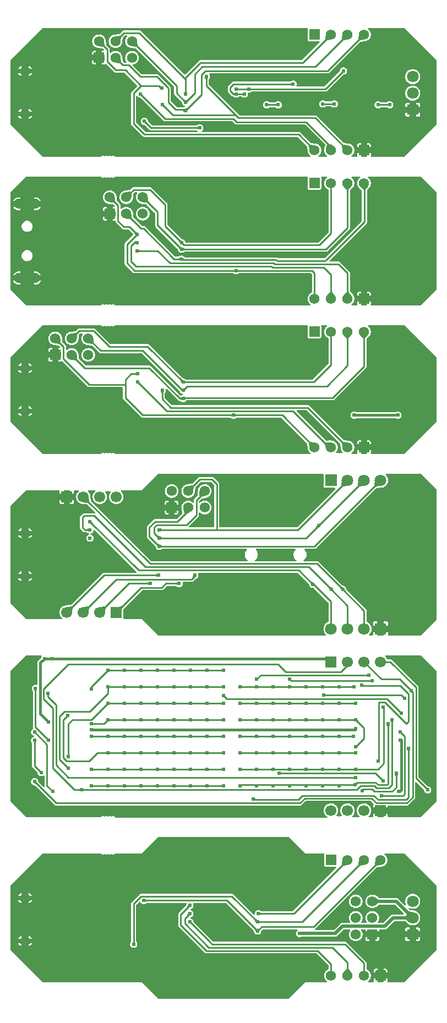
<source format=gbl>
G04 Layer: BottomLayer*
G04 EasyEDA v6.4.25, 2021-12-03T12:49:28+01:00*
G04 accffd0c38b74f39b4550f21fb377da6,9c416354eb984020824aaf9c885bead6,10*
G04 Gerber Generator version 0.2*
G04 Scale: 100 percent, Rotated: No, Reflected: No *
G04 Dimensions in inches *
G04 leading zeros omitted , absolute positions ,3 integer and 6 decimal *
%FSLAX36Y36*%
%MOIN*%

%ADD10C,0.0100*%
%ADD11C,0.0200*%
%ADD12C,0.0150*%
%ADD16C,0.0240*%
%ADD43R,0.0620X0.0620*%
%ADD44C,0.0620*%
%ADD46C,0.0669*%
%ADD47C,0.0709*%
%ADD48R,0.0709X0.0620*%
%ADD49R,0.0709X0.0709*%
%ADD50C,0.0591*%
%ADD51C,0.0433*%

%LPD*%
G36*
X1877580Y710200D02*
G01*
X1876020Y710520D01*
X1874700Y711440D01*
X1873839Y712800D01*
X1873580Y714380D01*
X1873980Y715920D01*
X1874940Y717200D01*
X1879120Y720879D01*
X1882680Y724920D01*
X1885680Y729400D01*
X1888060Y734240D01*
X1889780Y739340D01*
X1890840Y744620D01*
X1891200Y750000D01*
X1890840Y755380D01*
X1889780Y760660D01*
X1888060Y765759D01*
X1885680Y770600D01*
X1882680Y775080D01*
X1879120Y779120D01*
X1875080Y782680D01*
X1870600Y785680D01*
X1865760Y788060D01*
X1860660Y789780D01*
X1855300Y790860D01*
X1829720Y793100D01*
X1828380Y793460D01*
X1827240Y794260D01*
X1765880Y855600D01*
X1763440Y857620D01*
X1760800Y859020D01*
X1757960Y859880D01*
X1754800Y860200D01*
X1170800Y860200D01*
X1169160Y860560D01*
X1167820Y861540D01*
X1166980Y863000D01*
X1166820Y864659D01*
X1167360Y866260D01*
X1168500Y867480D01*
X1169260Y868000D01*
X1172000Y870740D01*
X1174220Y873900D01*
X1175840Y877420D01*
X1176840Y881140D01*
X1177180Y885000D01*
X1176840Y888860D01*
X1175840Y892580D01*
X1174220Y896100D01*
X1172000Y899260D01*
X1169260Y902000D01*
X1166100Y904220D01*
X1162580Y905840D01*
X1158860Y906840D01*
X1155000Y907180D01*
X1151140Y906840D01*
X1147420Y905840D01*
X1143900Y904220D01*
X1141740Y902760D01*
X1137180Y900580D01*
X1135460Y900200D01*
X867960Y900200D01*
X866420Y900500D01*
X865120Y901380D01*
X844560Y921919D01*
X843620Y923420D01*
X842060Y927820D01*
X840840Y932580D01*
X839220Y936100D01*
X837000Y939260D01*
X834260Y942000D01*
X831100Y944220D01*
X827580Y945840D01*
X823860Y946840D01*
X820000Y947180D01*
X816140Y946840D01*
X812420Y945840D01*
X808900Y944220D01*
X805740Y942000D01*
X803000Y939260D01*
X800780Y936100D01*
X799160Y932580D01*
X798160Y928860D01*
X797820Y925000D01*
X798160Y921140D01*
X799160Y917420D01*
X800780Y913900D01*
X803000Y910740D01*
X805740Y908000D01*
X808900Y905780D01*
X812420Y904160D01*
X817180Y902940D01*
X821580Y901380D01*
X823080Y900440D01*
X849120Y874400D01*
X851560Y872380D01*
X854200Y870980D01*
X857039Y870120D01*
X860200Y869800D01*
X1135460Y869800D01*
X1137180Y869419D01*
X1140540Y867820D01*
X1141760Y866900D01*
X1142560Y865600D01*
X1142820Y864080D01*
X1142480Y862580D01*
X1141600Y861340D01*
X1140320Y860500D01*
X1138820Y860200D01*
X827960Y860200D01*
X826420Y860500D01*
X825120Y861380D01*
X771380Y915120D01*
X770500Y916420D01*
X770200Y917960D01*
X770200Y1074200D01*
X770560Y1075840D01*
X771540Y1077180D01*
X773000Y1078020D01*
X774659Y1078180D01*
X776260Y1077640D01*
X777480Y1076500D01*
X778000Y1075740D01*
X780740Y1073000D01*
X783900Y1070780D01*
X787420Y1069160D01*
X792180Y1067940D01*
X796580Y1066380D01*
X798080Y1065440D01*
X934120Y929400D01*
X936560Y927380D01*
X939200Y925980D01*
X942039Y925120D01*
X945200Y924800D01*
X1352040Y924800D01*
X1353580Y924500D01*
X1354880Y923620D01*
X1369120Y909400D01*
X1371560Y907380D01*
X1374199Y905980D01*
X1377040Y905120D01*
X1380200Y904800D01*
X1792040Y904800D01*
X1793580Y904500D01*
X1794880Y903620D01*
X1914180Y784320D01*
X1914960Y783199D01*
X1915320Y781880D01*
X1915220Y780520D01*
X1910320Y761040D01*
X1909160Y755360D01*
X1908800Y750000D01*
X1909160Y744620D01*
X1910220Y739340D01*
X1911940Y734240D01*
X1914319Y729400D01*
X1917320Y724920D01*
X1920880Y720879D01*
X1925060Y717200D01*
X1926020Y715920D01*
X1926420Y714380D01*
X1926160Y712800D01*
X1925300Y711440D01*
X1923980Y710520D01*
X1922420Y710200D01*
G37*

%LPD*%
G36*
X2077380Y710040D02*
G01*
X2075800Y710360D01*
X2074480Y711280D01*
X2073620Y712640D01*
X2073380Y714220D01*
X2073779Y715780D01*
X2074740Y717060D01*
X2079139Y720879D01*
X2082680Y724920D01*
X2085680Y729400D01*
X2088060Y734240D01*
X2089780Y739340D01*
X2090840Y744620D01*
X2091200Y750000D01*
X2090840Y755380D01*
X2089780Y760660D01*
X2088060Y765759D01*
X2085680Y770600D01*
X2082680Y775080D01*
X2079120Y779120D01*
X2075080Y782680D01*
X2070600Y785680D01*
X2065760Y788060D01*
X2060660Y789780D01*
X2055300Y790860D01*
X2029720Y793100D01*
X2028380Y793460D01*
X2027240Y794260D01*
X1865880Y955600D01*
X1863440Y957620D01*
X1860800Y959020D01*
X1857960Y959880D01*
X1854800Y960200D01*
X1397960Y960200D01*
X1396420Y960500D01*
X1395120Y961380D01*
X1211380Y1145120D01*
X1210500Y1146420D01*
X1210200Y1147960D01*
X1210200Y1175460D01*
X1210580Y1177180D01*
X1212760Y1181740D01*
X1214220Y1183900D01*
X1215840Y1187420D01*
X1216840Y1191140D01*
X1217180Y1195000D01*
X1216840Y1198860D01*
X1215840Y1202580D01*
X1214220Y1206100D01*
X1212520Y1208500D01*
X1211860Y1210100D01*
X1211940Y1211840D01*
X1212740Y1213380D01*
X1214100Y1214420D01*
X1215800Y1214800D01*
X1929800Y1214800D01*
X1932960Y1215120D01*
X1935800Y1215980D01*
X1938440Y1217380D01*
X1940880Y1219400D01*
X2127240Y1405740D01*
X2128380Y1406540D01*
X2129720Y1406900D01*
X2155300Y1409139D01*
X2160660Y1410220D01*
X2165760Y1411940D01*
X2170600Y1414319D01*
X2175080Y1417320D01*
X2179120Y1420880D01*
X2182680Y1424920D01*
X2185680Y1429400D01*
X2188060Y1434240D01*
X2189780Y1439340D01*
X2190840Y1444620D01*
X2191200Y1450000D01*
X2190840Y1455380D01*
X2189780Y1460660D01*
X2188060Y1465760D01*
X2185680Y1470600D01*
X2182680Y1475080D01*
X2179120Y1479120D01*
X2174940Y1482800D01*
X2173980Y1484079D01*
X2173580Y1485620D01*
X2173840Y1487200D01*
X2174700Y1488560D01*
X2176020Y1489480D01*
X2177580Y1489800D01*
X2394120Y1489800D01*
X2395640Y1489500D01*
X2396940Y1488620D01*
X2588620Y1296940D01*
X2589500Y1295640D01*
X2589800Y1294120D01*
X2589800Y905879D01*
X2589500Y904360D01*
X2588620Y903060D01*
X2396940Y711360D01*
X2395640Y710500D01*
X2394120Y710200D01*
X2194240Y710100D01*
X2192740Y710380D01*
X2191480Y711200D01*
X2190600Y712440D01*
X2190240Y713920D01*
X2190460Y715420D01*
X2190920Y716740D01*
X2191200Y719220D01*
X2191200Y732000D01*
X2168000Y732000D01*
X2168000Y714080D01*
X2167700Y712560D01*
X2166820Y711260D01*
X2165540Y710400D01*
X2164000Y710080D01*
X2136000Y710080D01*
X2134480Y710380D01*
X2133180Y711240D01*
X2132300Y712540D01*
X2132000Y714080D01*
X2132000Y732000D01*
X2108800Y732000D01*
X2108800Y719220D01*
X2109080Y716740D01*
X2109560Y715380D01*
X2109780Y713880D01*
X2109420Y712400D01*
X2108540Y711160D01*
X2107280Y710340D01*
X2105780Y710060D01*
G37*

%LPC*%
G36*
X2108800Y768000D02*
G01*
X2132000Y768000D01*
X2132000Y791200D01*
X2119220Y791200D01*
X2116740Y790920D01*
X2114580Y790160D01*
X2112660Y788960D01*
X2111040Y787340D01*
X2109840Y785420D01*
X2109080Y783259D01*
X2108800Y780780D01*
G37*
G36*
X2168000Y768000D02*
G01*
X2191200Y768000D01*
X2191200Y780780D01*
X2190920Y783259D01*
X2190160Y785420D01*
X2188960Y787340D01*
X2187340Y788960D01*
X2185420Y790160D01*
X2183260Y790920D01*
X2180780Y791200D01*
X2168000Y791200D01*
G37*
G36*
X2409800Y953800D02*
G01*
X2424780Y953800D01*
X2424780Y977000D01*
X2399360Y977000D01*
X2399360Y964220D01*
X2399640Y961740D01*
X2400400Y959580D01*
X2401620Y957660D01*
X2403220Y956040D01*
X2405160Y954840D01*
X2407300Y954080D01*
G37*
G36*
X2465220Y953800D02*
G01*
X2480200Y953800D01*
X2482700Y954080D01*
X2484840Y954840D01*
X2486780Y956040D01*
X2488380Y957660D01*
X2489600Y959580D01*
X2490360Y961740D01*
X2490640Y964220D01*
X2490640Y977000D01*
X2465220Y977000D01*
G37*
G36*
X1560000Y1002820D02*
G01*
X1563860Y1003160D01*
X1567580Y1004160D01*
X1571100Y1005780D01*
X1574259Y1008000D01*
X1574880Y1008620D01*
X1576180Y1009500D01*
X1577720Y1009800D01*
X1612280Y1009800D01*
X1613820Y1009500D01*
X1615120Y1008620D01*
X1615740Y1008000D01*
X1618899Y1005780D01*
X1622420Y1004160D01*
X1626140Y1003160D01*
X1630000Y1002820D01*
X1633860Y1003160D01*
X1637580Y1004160D01*
X1641100Y1005780D01*
X1644259Y1008000D01*
X1647000Y1010740D01*
X1649220Y1013900D01*
X1650840Y1017420D01*
X1651840Y1021140D01*
X1652180Y1025000D01*
X1651840Y1028860D01*
X1650840Y1032580D01*
X1649220Y1036100D01*
X1647000Y1039260D01*
X1644259Y1042000D01*
X1641100Y1044220D01*
X1637580Y1045840D01*
X1633860Y1046840D01*
X1630000Y1047180D01*
X1626140Y1046840D01*
X1622420Y1045840D01*
X1618899Y1044220D01*
X1615740Y1042000D01*
X1615120Y1041380D01*
X1613820Y1040500D01*
X1612280Y1040200D01*
X1577720Y1040200D01*
X1576180Y1040500D01*
X1574880Y1041380D01*
X1574259Y1042000D01*
X1571100Y1044220D01*
X1567580Y1045840D01*
X1563860Y1046840D01*
X1560000Y1047180D01*
X1556140Y1046840D01*
X1552420Y1045840D01*
X1548899Y1044220D01*
X1545740Y1042000D01*
X1543000Y1039260D01*
X1540780Y1036100D01*
X1539160Y1032580D01*
X1538160Y1028860D01*
X1537820Y1025000D01*
X1538160Y1021140D01*
X1539160Y1017420D01*
X1540780Y1013900D01*
X1543000Y1010740D01*
X1545740Y1008000D01*
X1548899Y1005780D01*
X1552420Y1004160D01*
X1556140Y1003160D01*
G37*
G36*
X2235000Y1002820D02*
G01*
X2238860Y1003160D01*
X2242580Y1004160D01*
X2246100Y1005780D01*
X2249260Y1008000D01*
X2249880Y1008620D01*
X2251180Y1009500D01*
X2252720Y1009800D01*
X2287280Y1009800D01*
X2288820Y1009500D01*
X2290120Y1008620D01*
X2290740Y1008000D01*
X2293900Y1005780D01*
X2297420Y1004160D01*
X2301140Y1003160D01*
X2305000Y1002820D01*
X2308860Y1003160D01*
X2312580Y1004160D01*
X2316100Y1005780D01*
X2319260Y1008000D01*
X2322000Y1010740D01*
X2324220Y1013900D01*
X2325840Y1017420D01*
X2326840Y1021140D01*
X2327180Y1025000D01*
X2326840Y1028860D01*
X2325840Y1032580D01*
X2324220Y1036100D01*
X2322000Y1039260D01*
X2319260Y1042000D01*
X2316100Y1044220D01*
X2312580Y1045840D01*
X2308860Y1046840D01*
X2305000Y1047180D01*
X2301140Y1046840D01*
X2297420Y1045840D01*
X2293900Y1044220D01*
X2290740Y1042000D01*
X2290120Y1041380D01*
X2288820Y1040500D01*
X2287280Y1040200D01*
X2252720Y1040200D01*
X2251180Y1040500D01*
X2249880Y1041380D01*
X2249260Y1042000D01*
X2246100Y1044220D01*
X2242580Y1045840D01*
X2238860Y1046840D01*
X2235000Y1047180D01*
X2231140Y1046840D01*
X2227420Y1045840D01*
X2223900Y1044220D01*
X2220740Y1042000D01*
X2218000Y1039260D01*
X2215780Y1036100D01*
X2214160Y1032580D01*
X2213160Y1028860D01*
X2212820Y1025000D01*
X2213160Y1021140D01*
X2214160Y1017420D01*
X2215780Y1013900D01*
X2218000Y1010740D01*
X2220740Y1008000D01*
X2223900Y1005780D01*
X2227420Y1004160D01*
X2231140Y1003160D01*
G37*
G36*
X1900000Y1007820D02*
G01*
X1903860Y1008160D01*
X1907580Y1009160D01*
X1911100Y1010780D01*
X1914259Y1013000D01*
X1914880Y1013620D01*
X1916180Y1014500D01*
X1917720Y1014800D01*
X1952280Y1014800D01*
X1953820Y1014500D01*
X1955120Y1013620D01*
X1955740Y1013000D01*
X1958899Y1010780D01*
X1962420Y1009160D01*
X1966140Y1008160D01*
X1970000Y1007820D01*
X1973860Y1008160D01*
X1977580Y1009160D01*
X1981100Y1010780D01*
X1984259Y1013000D01*
X1987000Y1015740D01*
X1989220Y1018900D01*
X1990840Y1022420D01*
X1991840Y1026140D01*
X1992180Y1030000D01*
X1991840Y1033860D01*
X1990840Y1037580D01*
X1989220Y1041100D01*
X1987000Y1044260D01*
X1984259Y1047000D01*
X1981100Y1049220D01*
X1977580Y1050840D01*
X1973860Y1051840D01*
X1970000Y1052180D01*
X1966140Y1051840D01*
X1962420Y1050840D01*
X1958899Y1049220D01*
X1955740Y1047000D01*
X1955120Y1046380D01*
X1953820Y1045500D01*
X1952280Y1045200D01*
X1917720Y1045200D01*
X1916180Y1045500D01*
X1914880Y1046380D01*
X1914259Y1047000D01*
X1911100Y1049220D01*
X1907580Y1050840D01*
X1903860Y1051840D01*
X1900000Y1052180D01*
X1896140Y1051840D01*
X1892420Y1050840D01*
X1888899Y1049220D01*
X1885740Y1047000D01*
X1883000Y1044260D01*
X1880780Y1041100D01*
X1879160Y1037580D01*
X1878160Y1033860D01*
X1877820Y1030000D01*
X1878160Y1026140D01*
X1879160Y1022420D01*
X1880780Y1018900D01*
X1883000Y1015740D01*
X1885740Y1013000D01*
X1888899Y1010780D01*
X1892420Y1009160D01*
X1896140Y1008160D01*
G37*
G36*
X2399360Y1013000D02*
G01*
X2424780Y1013000D01*
X2424780Y1036200D01*
X2409800Y1036200D01*
X2407300Y1035920D01*
X2405160Y1035160D01*
X2403220Y1033960D01*
X2401620Y1032340D01*
X2400400Y1030420D01*
X2399640Y1028259D01*
X2399360Y1025780D01*
G37*
G36*
X2465220Y1013000D02*
G01*
X2490640Y1013000D01*
X2490640Y1025780D01*
X2490360Y1028259D01*
X2489600Y1030420D01*
X2488380Y1032340D01*
X2486780Y1033960D01*
X2484840Y1035160D01*
X2482700Y1035920D01*
X2480200Y1036200D01*
X2465220Y1036200D01*
G37*
G36*
X2445000Y1049380D02*
G01*
X2450720Y1049740D01*
X2456340Y1050800D01*
X2461800Y1052580D01*
X2466980Y1055020D01*
X2471820Y1058080D01*
X2476240Y1061740D01*
X2480160Y1065920D01*
X2483520Y1070560D01*
X2486280Y1075580D01*
X2488400Y1080900D01*
X2489820Y1086460D01*
X2490540Y1092140D01*
X2490540Y1097860D01*
X2489820Y1103540D01*
X2488400Y1109100D01*
X2486280Y1114420D01*
X2483520Y1119440D01*
X2480160Y1124080D01*
X2476240Y1128260D01*
X2471820Y1131920D01*
X2466980Y1134980D01*
X2461800Y1137420D01*
X2456340Y1139200D01*
X2450720Y1140260D01*
X2445000Y1140620D01*
X2439280Y1140260D01*
X2433660Y1139200D01*
X2428200Y1137420D01*
X2423020Y1134980D01*
X2418180Y1131920D01*
X2413760Y1128260D01*
X2409840Y1124080D01*
X2406480Y1119440D01*
X2403720Y1114420D01*
X2401600Y1109100D01*
X2400180Y1103540D01*
X2399460Y1097860D01*
X2399460Y1092140D01*
X2400180Y1086460D01*
X2401600Y1080900D01*
X2403720Y1075580D01*
X2406480Y1070560D01*
X2409840Y1065920D01*
X2413760Y1061740D01*
X2418180Y1058080D01*
X2423020Y1055020D01*
X2428200Y1052580D01*
X2433660Y1050800D01*
X2439280Y1049740D01*
G37*
G36*
X1375000Y1067820D02*
G01*
X1378860Y1068160D01*
X1382580Y1069160D01*
X1386100Y1070780D01*
X1389259Y1073000D01*
X1389880Y1073620D01*
X1391180Y1074500D01*
X1392720Y1074800D01*
X1407280Y1074800D01*
X1408820Y1074500D01*
X1410120Y1073620D01*
X1410740Y1073000D01*
X1413899Y1070780D01*
X1417420Y1069160D01*
X1421140Y1068160D01*
X1425000Y1067820D01*
X1428860Y1068160D01*
X1432580Y1069160D01*
X1436100Y1070780D01*
X1439259Y1073000D01*
X1442000Y1075740D01*
X1444220Y1078900D01*
X1445840Y1082420D01*
X1446840Y1086140D01*
X1447180Y1090000D01*
X1446879Y1093500D01*
X1447100Y1095220D01*
X1448040Y1096680D01*
X1449500Y1097620D01*
X1455360Y1098160D01*
X1459079Y1099160D01*
X1462600Y1100780D01*
X1465760Y1103000D01*
X1466380Y1103620D01*
X1467680Y1104500D01*
X1469220Y1104800D01*
X1914800Y1104800D01*
X1917960Y1105120D01*
X1920800Y1105980D01*
X1923440Y1107380D01*
X1925880Y1109400D01*
X2023220Y1206720D01*
X2024360Y1207520D01*
X2025700Y1207880D01*
X2028860Y1208160D01*
X2032580Y1209160D01*
X2036100Y1210780D01*
X2039259Y1213000D01*
X2042000Y1215740D01*
X2044220Y1218900D01*
X2045840Y1222420D01*
X2046840Y1226140D01*
X2047180Y1230000D01*
X2046840Y1233860D01*
X2045840Y1237580D01*
X2044220Y1241100D01*
X2042000Y1244260D01*
X2039259Y1247000D01*
X2036100Y1249220D01*
X2032580Y1250840D01*
X2028860Y1251840D01*
X2025000Y1252180D01*
X2021140Y1251840D01*
X2017420Y1250840D01*
X2013899Y1249220D01*
X2010740Y1247000D01*
X2008000Y1244260D01*
X2005780Y1241100D01*
X2004160Y1237580D01*
X2003160Y1233860D01*
X2002880Y1230700D01*
X2002520Y1229360D01*
X2001720Y1228220D01*
X1909880Y1136380D01*
X1908580Y1135500D01*
X1907040Y1135200D01*
X1743760Y1135200D01*
X1742200Y1135520D01*
X1740880Y1136420D01*
X1740020Y1137760D01*
X1739760Y1139340D01*
X1740140Y1140900D01*
X1740840Y1142420D01*
X1741840Y1146140D01*
X1742180Y1150000D01*
X1741840Y1153860D01*
X1740840Y1157580D01*
X1739220Y1161100D01*
X1737000Y1164260D01*
X1734259Y1167000D01*
X1731100Y1169220D01*
X1727580Y1170840D01*
X1723860Y1171840D01*
X1720000Y1172180D01*
X1716140Y1171840D01*
X1712420Y1170840D01*
X1708899Y1169220D01*
X1705740Y1167000D01*
X1705120Y1166380D01*
X1703820Y1165500D01*
X1702280Y1165200D01*
X1360200Y1165200D01*
X1357040Y1164880D01*
X1354199Y1164020D01*
X1351560Y1162620D01*
X1349120Y1160600D01*
X1329400Y1140880D01*
X1327380Y1138440D01*
X1325980Y1135800D01*
X1325120Y1132960D01*
X1324800Y1129800D01*
X1324800Y1110200D01*
X1325120Y1107040D01*
X1325980Y1104200D01*
X1327380Y1101560D01*
X1329400Y1099120D01*
X1349120Y1079400D01*
X1351560Y1077380D01*
X1354199Y1075980D01*
X1357040Y1075120D01*
X1358700Y1074720D01*
X1359820Y1073920D01*
X1360740Y1073000D01*
X1363899Y1070780D01*
X1367420Y1069160D01*
X1371140Y1068160D01*
G37*
G36*
X2445000Y1149380D02*
G01*
X2450720Y1149740D01*
X2456340Y1150800D01*
X2461800Y1152580D01*
X2466980Y1155020D01*
X2471820Y1158080D01*
X2476240Y1161740D01*
X2480160Y1165920D01*
X2483520Y1170560D01*
X2486280Y1175580D01*
X2488400Y1180900D01*
X2489820Y1186460D01*
X2490540Y1192140D01*
X2490540Y1197860D01*
X2489820Y1203540D01*
X2488400Y1209100D01*
X2486280Y1214420D01*
X2483520Y1219440D01*
X2480160Y1224080D01*
X2476240Y1228260D01*
X2471820Y1231920D01*
X2466980Y1234980D01*
X2461800Y1237420D01*
X2456340Y1239200D01*
X2450720Y1240260D01*
X2445000Y1240620D01*
X2439280Y1240260D01*
X2433660Y1239200D01*
X2428200Y1237420D01*
X2423020Y1234980D01*
X2418180Y1231920D01*
X2413760Y1228260D01*
X2409840Y1224080D01*
X2406480Y1219440D01*
X2403720Y1214420D01*
X2401600Y1209100D01*
X2400180Y1203540D01*
X2399460Y1197860D01*
X2399460Y1192140D01*
X2400180Y1186460D01*
X2401600Y1180900D01*
X2403720Y1175580D01*
X2406480Y1170560D01*
X2409840Y1165920D01*
X2413760Y1161740D01*
X2418180Y1158080D01*
X2423020Y1155020D01*
X2428200Y1152580D01*
X2433660Y1150800D01*
X2439280Y1149740D01*
G37*

%LPD*%
G36*
X644960Y709220D02*
G01*
X643360Y709640D01*
X642080Y710680D01*
X641440Y711440D01*
X638980Y713460D01*
X636200Y714940D01*
X633160Y715860D01*
X630000Y716180D01*
X626840Y715860D01*
X623800Y714940D01*
X621880Y713920D01*
X620660Y713500D01*
X619340Y713500D01*
X618120Y713920D01*
X616200Y714940D01*
X613160Y715860D01*
X610000Y716180D01*
X606840Y715860D01*
X603800Y714940D01*
X601880Y713920D01*
X600660Y713500D01*
X599340Y713500D01*
X598120Y713920D01*
X596200Y714940D01*
X593160Y715860D01*
X590000Y716180D01*
X586840Y715860D01*
X583800Y714940D01*
X581880Y713920D01*
X580660Y713500D01*
X579340Y713500D01*
X578120Y713920D01*
X576200Y714940D01*
X573160Y715860D01*
X570000Y716180D01*
X566840Y715860D01*
X563800Y714940D01*
X561020Y713460D01*
X558560Y711440D01*
X557940Y710699D01*
X556580Y709620D01*
X554900Y709240D01*
X552880Y709740D01*
X549940Y710200D01*
X205880Y710200D01*
X204360Y710500D01*
X203060Y711380D01*
X11379Y903060D01*
X10500Y904360D01*
X10200Y905879D01*
X10200Y1294120D01*
X10500Y1295640D01*
X11379Y1296940D01*
X203060Y1488620D01*
X204360Y1489500D01*
X205880Y1489800D01*
X1805740Y1489800D01*
X1807220Y1489520D01*
X1808500Y1488700D01*
X1809379Y1487460D01*
X1809720Y1485980D01*
X1809500Y1484480D01*
X1809079Y1483260D01*
X1808800Y1480780D01*
X1808800Y1419220D01*
X1809079Y1416740D01*
X1809840Y1414580D01*
X1811040Y1412660D01*
X1812660Y1411040D01*
X1814580Y1409840D01*
X1816740Y1409079D01*
X1819220Y1408800D01*
X1877640Y1408800D01*
X1879180Y1408500D01*
X1880480Y1407620D01*
X1881339Y1406339D01*
X1881639Y1404800D01*
X1881339Y1403260D01*
X1880480Y1401980D01*
X1774880Y1296380D01*
X1773580Y1295500D01*
X1772040Y1295200D01*
X1160200Y1295200D01*
X1157040Y1294880D01*
X1154200Y1294019D01*
X1151560Y1292620D01*
X1149120Y1290600D01*
X1067820Y1209320D01*
X1066540Y1208460D01*
X1065000Y1208160D01*
X1063460Y1208460D01*
X1062180Y1209320D01*
X800879Y1470600D01*
X798439Y1472620D01*
X795800Y1474019D01*
X792960Y1474880D01*
X789800Y1475200D01*
X695200Y1475200D01*
X692039Y1474880D01*
X689200Y1474019D01*
X686560Y1472620D01*
X684120Y1470600D01*
X667760Y1454259D01*
X666620Y1453460D01*
X665280Y1453100D01*
X639700Y1450860D01*
X634340Y1449780D01*
X629240Y1448060D01*
X624400Y1445680D01*
X619920Y1442680D01*
X615880Y1439120D01*
X612320Y1435080D01*
X609320Y1430600D01*
X606940Y1425760D01*
X605220Y1420660D01*
X604160Y1415380D01*
X603800Y1410000D01*
X604160Y1404620D01*
X605220Y1399340D01*
X606940Y1394240D01*
X609320Y1389400D01*
X612320Y1384920D01*
X615880Y1380880D01*
X619920Y1377320D01*
X624400Y1374319D01*
X629240Y1371940D01*
X634340Y1370220D01*
X639620Y1369160D01*
X645000Y1368800D01*
X650380Y1369160D01*
X655660Y1370220D01*
X660759Y1371940D01*
X665600Y1374319D01*
X670080Y1377320D01*
X674120Y1380880D01*
X677680Y1384920D01*
X680680Y1389400D01*
X683060Y1394240D01*
X684780Y1399340D01*
X685860Y1404700D01*
X688100Y1430280D01*
X688460Y1431620D01*
X689260Y1432760D01*
X700120Y1443620D01*
X701420Y1444500D01*
X702960Y1444800D01*
X712020Y1444800D01*
X713520Y1444520D01*
X714780Y1443680D01*
X715660Y1442460D01*
X716020Y1440980D01*
X715800Y1439480D01*
X715020Y1438160D01*
X712320Y1435080D01*
X709320Y1430600D01*
X706940Y1425760D01*
X705220Y1420660D01*
X704160Y1415380D01*
X703800Y1410000D01*
X704160Y1404620D01*
X705220Y1399340D01*
X706940Y1394240D01*
X709320Y1389400D01*
X712320Y1384920D01*
X715879Y1380880D01*
X719920Y1377320D01*
X724400Y1374319D01*
X729240Y1371940D01*
X734340Y1370220D01*
X739700Y1369139D01*
X765280Y1366900D01*
X766620Y1366540D01*
X767760Y1365740D01*
X998620Y1134880D01*
X999500Y1133580D01*
X999800Y1132040D01*
X999800Y1095200D01*
X1000120Y1092040D01*
X1000980Y1089200D01*
X1002380Y1086560D01*
X1004400Y1084120D01*
X1045440Y1043080D01*
X1046380Y1041580D01*
X1047940Y1037180D01*
X1049160Y1032420D01*
X1050780Y1028900D01*
X1053000Y1025740D01*
X1055740Y1023000D01*
X1058900Y1020780D01*
X1062480Y1019120D01*
X1063540Y1018780D01*
X1064900Y1018040D01*
X1065880Y1016840D01*
X1066320Y1015360D01*
X1066180Y1013820D01*
X1065460Y1012440D01*
X1064260Y1011460D01*
X1062780Y1011000D01*
X1055280Y1010200D01*
X1017960Y1010200D01*
X1016420Y1010500D01*
X1015120Y1011380D01*
X981380Y1045120D01*
X980500Y1046420D01*
X980200Y1047960D01*
X980200Y1124800D01*
X979880Y1127960D01*
X979020Y1130800D01*
X977620Y1133440D01*
X975600Y1135880D01*
X905879Y1205600D01*
X903439Y1207620D01*
X900800Y1209020D01*
X897960Y1209880D01*
X894800Y1210200D01*
X802960Y1210200D01*
X801420Y1210500D01*
X800120Y1211380D01*
X748960Y1262540D01*
X748040Y1263980D01*
X747800Y1265680D01*
X748300Y1267320D01*
X749440Y1268600D01*
X751000Y1269280D01*
X755660Y1270220D01*
X760759Y1271940D01*
X765600Y1274320D01*
X770080Y1277320D01*
X774120Y1280880D01*
X777680Y1284920D01*
X780680Y1289400D01*
X783060Y1294240D01*
X784780Y1299340D01*
X785840Y1304620D01*
X786200Y1310000D01*
X785840Y1315380D01*
X784780Y1320660D01*
X783060Y1325760D01*
X780680Y1330600D01*
X777680Y1335080D01*
X774120Y1339120D01*
X770080Y1342680D01*
X765600Y1345680D01*
X760759Y1348060D01*
X755660Y1349780D01*
X750380Y1350840D01*
X745000Y1351200D01*
X739620Y1350840D01*
X734340Y1349780D01*
X729240Y1348060D01*
X724400Y1345680D01*
X719920Y1342680D01*
X715879Y1339120D01*
X712320Y1335080D01*
X709320Y1330600D01*
X706940Y1325760D01*
X705220Y1320660D01*
X704160Y1315380D01*
X703800Y1310000D01*
X704160Y1304620D01*
X705220Y1299340D01*
X706940Y1294240D01*
X709320Y1289400D01*
X711320Y1286420D01*
X711940Y1284820D01*
X711840Y1283120D01*
X711040Y1281600D01*
X709659Y1280560D01*
X708000Y1280200D01*
X697960Y1280200D01*
X696420Y1280500D01*
X695120Y1281380D01*
X689260Y1287240D01*
X688460Y1288380D01*
X688100Y1289720D01*
X685860Y1315300D01*
X684780Y1320660D01*
X683060Y1325760D01*
X680680Y1330600D01*
X677680Y1335080D01*
X674120Y1339120D01*
X670080Y1342680D01*
X665600Y1345680D01*
X660759Y1348060D01*
X655660Y1349780D01*
X650380Y1350840D01*
X645000Y1351200D01*
X639620Y1350840D01*
X634340Y1349780D01*
X629240Y1348060D01*
X624400Y1345680D01*
X619920Y1342680D01*
X616840Y1339980D01*
X615520Y1339199D01*
X614020Y1338980D01*
X612540Y1339340D01*
X611320Y1340220D01*
X610480Y1341480D01*
X610200Y1342980D01*
X610200Y1359800D01*
X609880Y1362960D01*
X609020Y1365800D01*
X607620Y1368440D01*
X605600Y1370880D01*
X589260Y1387240D01*
X588460Y1388380D01*
X588100Y1389720D01*
X585860Y1415300D01*
X584780Y1420660D01*
X583060Y1425760D01*
X580680Y1430600D01*
X577680Y1435080D01*
X574120Y1439120D01*
X570080Y1442680D01*
X565600Y1445680D01*
X560760Y1448060D01*
X555660Y1449780D01*
X550380Y1450840D01*
X545000Y1451200D01*
X539620Y1450840D01*
X534340Y1449780D01*
X529240Y1448060D01*
X524400Y1445680D01*
X519920Y1442680D01*
X515880Y1439120D01*
X512320Y1435080D01*
X509320Y1430600D01*
X506940Y1425760D01*
X505220Y1420660D01*
X504159Y1415380D01*
X503800Y1410000D01*
X504159Y1404620D01*
X505220Y1399340D01*
X506940Y1394240D01*
X509320Y1389400D01*
X512320Y1384920D01*
X515880Y1380880D01*
X519920Y1377320D01*
X524400Y1374319D01*
X529240Y1371940D01*
X534340Y1370220D01*
X539700Y1369139D01*
X565280Y1366900D01*
X566620Y1366540D01*
X567760Y1365740D01*
X575480Y1358020D01*
X576340Y1356740D01*
X576640Y1355200D01*
X576340Y1353660D01*
X575480Y1352380D01*
X574180Y1351500D01*
X572640Y1351200D01*
X563000Y1351200D01*
X563000Y1328000D01*
X575800Y1328000D01*
X577340Y1327700D01*
X578620Y1326819D01*
X579500Y1325540D01*
X579800Y1324000D01*
X579800Y1296000D01*
X579500Y1294460D01*
X578620Y1293180D01*
X577340Y1292300D01*
X575800Y1292000D01*
X563000Y1292000D01*
X563000Y1268800D01*
X575780Y1268800D01*
X578260Y1269080D01*
X580400Y1269820D01*
X582760Y1271320D01*
X584000Y1271840D01*
X585340Y1271920D01*
X586640Y1271560D01*
X587720Y1270780D01*
X634120Y1224400D01*
X636560Y1222380D01*
X639200Y1220980D01*
X642039Y1220120D01*
X645200Y1219800D01*
X697039Y1219800D01*
X698580Y1219500D01*
X699880Y1218620D01*
X775680Y1142820D01*
X776540Y1141540D01*
X776840Y1140000D01*
X776540Y1138460D01*
X775680Y1137180D01*
X744400Y1105880D01*
X742380Y1103440D01*
X740980Y1100800D01*
X740120Y1097960D01*
X739800Y1094800D01*
X739800Y910200D01*
X740120Y907039D01*
X740980Y904200D01*
X742380Y901560D01*
X744400Y899120D01*
X809120Y834400D01*
X811560Y832380D01*
X814200Y830980D01*
X817039Y830120D01*
X820200Y829800D01*
X1747040Y829800D01*
X1748580Y829500D01*
X1749880Y828620D01*
X1805740Y772760D01*
X1806540Y771620D01*
X1806900Y770280D01*
X1809139Y744700D01*
X1810220Y739340D01*
X1811940Y734240D01*
X1814319Y729400D01*
X1817320Y724920D01*
X1820880Y720879D01*
X1825060Y717200D01*
X1826020Y715920D01*
X1826420Y714380D01*
X1826160Y712800D01*
X1825300Y711440D01*
X1823980Y710520D01*
X1822420Y710200D01*
X650240Y710200D01*
X647680Y709880D01*
X646580Y709479D01*
G37*

%LPC*%
G36*
X117579Y938940D02*
G01*
X120100Y939479D01*
X124360Y941080D01*
X128360Y943259D01*
X131980Y945980D01*
X135200Y949180D01*
X137920Y952820D01*
X140040Y956720D01*
X117579Y956720D01*
G37*
G36*
X77140Y938940D02*
G01*
X77140Y956720D01*
X54660Y956720D01*
X56780Y952820D01*
X59520Y949180D01*
X62720Y945980D01*
X66360Y943259D01*
X70340Y941080D01*
X74600Y939479D01*
G37*
G36*
X54660Y983360D02*
G01*
X77140Y983360D01*
X77140Y1001140D01*
X74600Y1000600D01*
X70340Y999000D01*
X66360Y996820D01*
X62720Y994100D01*
X59520Y990900D01*
X56780Y987260D01*
G37*
G36*
X117579Y983360D02*
G01*
X140040Y983360D01*
X137920Y987260D01*
X135200Y990900D01*
X131980Y994100D01*
X128360Y996820D01*
X124360Y999000D01*
X120100Y1000600D01*
X117579Y1001140D01*
G37*
G36*
X77160Y1198860D02*
G01*
X77160Y1216640D01*
X54680Y1216640D01*
X56800Y1212740D01*
X59520Y1209100D01*
X62740Y1205900D01*
X66380Y1203180D01*
X70360Y1201000D01*
X74620Y1199400D01*
G37*
G36*
X117579Y1198860D02*
G01*
X120120Y1199400D01*
X124380Y1201000D01*
X128360Y1203180D01*
X132000Y1205900D01*
X135220Y1209100D01*
X137940Y1212740D01*
X140060Y1216640D01*
X117579Y1216640D01*
G37*
G36*
X54680Y1243280D02*
G01*
X77160Y1243280D01*
X77160Y1261060D01*
X74620Y1260520D01*
X70360Y1258920D01*
X66380Y1256740D01*
X62740Y1254020D01*
X59520Y1250820D01*
X56800Y1247180D01*
G37*
G36*
X117579Y1243280D02*
G01*
X140060Y1243280D01*
X137940Y1247180D01*
X135220Y1250820D01*
X132000Y1254020D01*
X128360Y1256740D01*
X124380Y1258920D01*
X120120Y1260520D01*
X117579Y1261060D01*
G37*
G36*
X514219Y1268800D02*
G01*
X527000Y1268800D01*
X527000Y1292000D01*
X503800Y1292000D01*
X503800Y1279220D01*
X504080Y1276740D01*
X504840Y1274580D01*
X506040Y1272660D01*
X507660Y1271040D01*
X509580Y1269840D01*
X511740Y1269080D01*
G37*
G36*
X503800Y1328000D02*
G01*
X527000Y1328000D01*
X527000Y1351200D01*
X514219Y1351200D01*
X511740Y1350920D01*
X509580Y1350160D01*
X507660Y1348959D01*
X506040Y1347340D01*
X504840Y1345420D01*
X504080Y1343260D01*
X503800Y1340780D01*
G37*

%LPD*%
G36*
X2077380Y-189960D02*
G01*
X2075800Y-189640D01*
X2074480Y-188720D01*
X2073620Y-187360D01*
X2073380Y-185780D01*
X2073760Y-184220D01*
X2074740Y-182940D01*
X2079139Y-179120D01*
X2082680Y-175080D01*
X2085680Y-170600D01*
X2088060Y-165760D01*
X2089780Y-160660D01*
X2090840Y-155380D01*
X2091200Y-150000D01*
X2090840Y-144620D01*
X2089780Y-139340D01*
X2088060Y-134240D01*
X2085680Y-129400D01*
X2082640Y-124860D01*
X2066140Y-105200D01*
X2065440Y-103980D01*
X2065200Y-102620D01*
X2065200Y4800D01*
X2064880Y7960D01*
X2064019Y10800D01*
X2062620Y13440D01*
X2060600Y15880D01*
X2005880Y70600D01*
X2003440Y72620D01*
X2000800Y74020D01*
X1997960Y74880D01*
X1994800Y75200D01*
X1943860Y75200D01*
X1942320Y75500D01*
X1941020Y76380D01*
X1940160Y77660D01*
X1939860Y79200D01*
X1940160Y80740D01*
X1941020Y82020D01*
X2163100Y304120D01*
X2165120Y306560D01*
X2166520Y309200D01*
X2167380Y312040D01*
X2167700Y315200D01*
X2167700Y503459D01*
X2167900Y504720D01*
X2168500Y505860D01*
X2182600Y524800D01*
X2185680Y529400D01*
X2188060Y534240D01*
X2189780Y539340D01*
X2190840Y544620D01*
X2191200Y550000D01*
X2190840Y555380D01*
X2189780Y560660D01*
X2188060Y565760D01*
X2185680Y570600D01*
X2182680Y575080D01*
X2179120Y579120D01*
X2174940Y582800D01*
X2173980Y584080D01*
X2173580Y585620D01*
X2173840Y587200D01*
X2174700Y588560D01*
X2176020Y589480D01*
X2177580Y589800D01*
X2494120Y589800D01*
X2495640Y589500D01*
X2496940Y588620D01*
X2588620Y496940D01*
X2589500Y495640D01*
X2589800Y494120D01*
X2589800Y-94120D01*
X2589500Y-95640D01*
X2588620Y-96940D01*
X2496940Y-188640D01*
X2495640Y-189500D01*
X2494120Y-189800D01*
X2194240Y-189920D01*
X2192740Y-189620D01*
X2191460Y-188800D01*
X2190580Y-187560D01*
X2190240Y-186100D01*
X2190460Y-184600D01*
X2190920Y-183260D01*
X2191200Y-180780D01*
X2191200Y-168000D01*
X2168000Y-168000D01*
X2168000Y-185920D01*
X2167700Y-187460D01*
X2166820Y-188760D01*
X2165540Y-189620D01*
X2164000Y-189920D01*
X2136000Y-189940D01*
X2134480Y-189640D01*
X2133180Y-188760D01*
X2132300Y-187460D01*
X2132000Y-185940D01*
X2132000Y-168000D01*
X2108800Y-168000D01*
X2108800Y-180780D01*
X2109080Y-183260D01*
X2109560Y-184620D01*
X2109780Y-186119D01*
X2109420Y-187600D01*
X2108540Y-188840D01*
X2107280Y-189660D01*
X2105780Y-189940D01*
G37*

%LPC*%
G36*
X2108800Y-132000D02*
G01*
X2132000Y-132000D01*
X2132000Y-108800D01*
X2119220Y-108800D01*
X2116740Y-109080D01*
X2114580Y-109840D01*
X2112660Y-111039D01*
X2111040Y-112660D01*
X2109840Y-114580D01*
X2109080Y-116740D01*
X2108800Y-119220D01*
G37*
G36*
X2168000Y-132000D02*
G01*
X2191200Y-132000D01*
X2191200Y-119220D01*
X2190920Y-116740D01*
X2190160Y-114580D01*
X2188960Y-112660D01*
X2187340Y-111039D01*
X2185420Y-109840D01*
X2183260Y-109080D01*
X2180780Y-108800D01*
X2168000Y-108800D01*
G37*

%LPD*%
G36*
X644960Y-190780D02*
G01*
X643360Y-190360D01*
X642080Y-189320D01*
X641440Y-188560D01*
X638980Y-186540D01*
X636200Y-185060D01*
X633160Y-184140D01*
X630000Y-183820D01*
X626840Y-184140D01*
X623800Y-185060D01*
X621880Y-186080D01*
X620660Y-186500D01*
X619340Y-186500D01*
X618120Y-186080D01*
X616200Y-185060D01*
X613160Y-184140D01*
X610000Y-183820D01*
X606840Y-184140D01*
X603800Y-185060D01*
X601880Y-186080D01*
X600660Y-186500D01*
X599340Y-186500D01*
X598120Y-186080D01*
X596200Y-185060D01*
X593160Y-184140D01*
X590000Y-183820D01*
X586840Y-184140D01*
X583800Y-185060D01*
X581880Y-186080D01*
X580660Y-186500D01*
X579340Y-186500D01*
X578120Y-186080D01*
X576200Y-185060D01*
X573160Y-184140D01*
X570000Y-183820D01*
X566840Y-184140D01*
X563800Y-185060D01*
X561020Y-186540D01*
X558560Y-188560D01*
X557940Y-189300D01*
X556580Y-190380D01*
X554900Y-190760D01*
X552880Y-190260D01*
X549940Y-189800D01*
X105879Y-189800D01*
X104360Y-189500D01*
X103059Y-188619D01*
X11379Y-96940D01*
X10500Y-95640D01*
X10200Y-94120D01*
X10200Y494120D01*
X10500Y495640D01*
X11379Y496940D01*
X103059Y588640D01*
X104360Y589500D01*
X105879Y589800D01*
X549760Y589960D01*
X552320Y590280D01*
X553320Y590660D01*
X554940Y590920D01*
X556540Y590480D01*
X557820Y589460D01*
X558560Y588560D01*
X561020Y586540D01*
X563800Y585060D01*
X566840Y584140D01*
X570000Y583820D01*
X573160Y584140D01*
X576200Y585060D01*
X578120Y586080D01*
X579340Y586500D01*
X580660Y586500D01*
X581880Y586080D01*
X583800Y585060D01*
X586840Y584140D01*
X590000Y583820D01*
X593160Y584140D01*
X596200Y585060D01*
X598120Y586080D01*
X599340Y586500D01*
X600660Y586500D01*
X601880Y586080D01*
X603800Y585060D01*
X606840Y584140D01*
X610000Y583820D01*
X613160Y584140D01*
X616200Y585060D01*
X618120Y586080D01*
X619340Y586500D01*
X620660Y586500D01*
X621880Y586080D01*
X623800Y585060D01*
X626840Y584140D01*
X630000Y583820D01*
X633160Y584140D01*
X636200Y585060D01*
X638980Y586540D01*
X641440Y588560D01*
X642080Y589320D01*
X643360Y590360D01*
X644960Y590780D01*
X646580Y590520D01*
X647680Y590120D01*
X650240Y589800D01*
X1805740Y589800D01*
X1807220Y589520D01*
X1808500Y588700D01*
X1809379Y587460D01*
X1809720Y585980D01*
X1809500Y584480D01*
X1809079Y583260D01*
X1808800Y580780D01*
X1808800Y519219D01*
X1809079Y516740D01*
X1809840Y514580D01*
X1811040Y512660D01*
X1812660Y511040D01*
X1814580Y509840D01*
X1816740Y509080D01*
X1819220Y508800D01*
X1880780Y508800D01*
X1883260Y509080D01*
X1885420Y509840D01*
X1887340Y511040D01*
X1888959Y512660D01*
X1890160Y514580D01*
X1890920Y516740D01*
X1891200Y519219D01*
X1891200Y580780D01*
X1890920Y583260D01*
X1890500Y584480D01*
X1890280Y585980D01*
X1890620Y587460D01*
X1891500Y588700D01*
X1892780Y589520D01*
X1894280Y589800D01*
X1922420Y589800D01*
X1923980Y589480D01*
X1925300Y588560D01*
X1926160Y587200D01*
X1926420Y585620D01*
X1926020Y584080D01*
X1925060Y582800D01*
X1920880Y579120D01*
X1917320Y575080D01*
X1914319Y570600D01*
X1911940Y565760D01*
X1910220Y560660D01*
X1909160Y555380D01*
X1908800Y550000D01*
X1909160Y544620D01*
X1910220Y539340D01*
X1911940Y534240D01*
X1914319Y529400D01*
X1917320Y524920D01*
X1920880Y520880D01*
X1924920Y517320D01*
X1929400Y514320D01*
X1932560Y512760D01*
X1933740Y511880D01*
X1934520Y510620D01*
X1934800Y509180D01*
X1934800Y252960D01*
X1934500Y251420D01*
X1933620Y250120D01*
X1874880Y191380D01*
X1873580Y190500D01*
X1872040Y190200D01*
X1070840Y190200D01*
X1069380Y190479D01*
X1068140Y191260D01*
X1067240Y192440D01*
X1065840Y197580D01*
X1064220Y201100D01*
X1062000Y204259D01*
X1059260Y207000D01*
X1056100Y209220D01*
X1052580Y210840D01*
X1047820Y212060D01*
X1043420Y213619D01*
X1041919Y214560D01*
X961380Y295120D01*
X960500Y296420D01*
X960200Y297960D01*
X960200Y419799D01*
X959880Y422960D01*
X959020Y425800D01*
X957620Y428440D01*
X955600Y430880D01*
X865879Y520600D01*
X863439Y522620D01*
X860800Y524020D01*
X857960Y524880D01*
X854800Y525200D01*
X755200Y525200D01*
X752039Y524880D01*
X749200Y524020D01*
X746560Y522620D01*
X744120Y520600D01*
X732760Y509260D01*
X731620Y508459D01*
X730280Y508100D01*
X704700Y505860D01*
X699340Y504780D01*
X694240Y503060D01*
X689400Y500680D01*
X684920Y497680D01*
X680879Y494120D01*
X677320Y490080D01*
X674320Y485600D01*
X671940Y480760D01*
X670220Y475660D01*
X669160Y470379D01*
X668800Y465000D01*
X669160Y459620D01*
X670220Y454340D01*
X671940Y449240D01*
X674320Y444400D01*
X677320Y439920D01*
X680879Y435880D01*
X684920Y432320D01*
X689400Y429320D01*
X694240Y426940D01*
X699340Y425220D01*
X704620Y424159D01*
X710000Y423800D01*
X715380Y424159D01*
X720660Y425220D01*
X725759Y426940D01*
X730600Y429320D01*
X735080Y432320D01*
X739120Y435880D01*
X742680Y439920D01*
X745680Y444400D01*
X748060Y449240D01*
X749780Y454340D01*
X750860Y459700D01*
X753100Y485280D01*
X753460Y486620D01*
X754260Y487760D01*
X760120Y493620D01*
X761420Y494500D01*
X762960Y494799D01*
X773000Y494799D01*
X774659Y494440D01*
X776040Y493400D01*
X776840Y491880D01*
X776940Y490180D01*
X776320Y488579D01*
X774320Y485600D01*
X771940Y480760D01*
X770220Y475660D01*
X769160Y470379D01*
X768800Y465000D01*
X769160Y459620D01*
X770220Y454340D01*
X771940Y449240D01*
X774320Y444400D01*
X777320Y439920D01*
X780879Y435880D01*
X784920Y432320D01*
X789400Y429320D01*
X794240Y426940D01*
X799340Y425220D01*
X804700Y424140D01*
X830280Y421900D01*
X831620Y421540D01*
X832760Y420740D01*
X883620Y369880D01*
X884500Y368579D01*
X884800Y367040D01*
X884800Y295200D01*
X885120Y292040D01*
X885980Y289200D01*
X887380Y286560D01*
X889400Y284120D01*
X1020440Y153080D01*
X1021380Y151580D01*
X1022940Y147180D01*
X1024160Y142420D01*
X1025780Y138900D01*
X1028000Y135740D01*
X1030740Y133000D01*
X1033900Y130780D01*
X1037420Y129160D01*
X1041140Y128160D01*
X1045000Y127820D01*
X1048860Y128160D01*
X1052580Y129160D01*
X1056100Y130780D01*
X1058260Y132240D01*
X1062820Y134420D01*
X1064540Y134800D01*
X1919800Y134800D01*
X1922960Y135120D01*
X1925800Y135980D01*
X1928440Y137380D01*
X1930880Y139400D01*
X2060600Y269120D01*
X2062620Y271560D01*
X2064019Y274200D01*
X2064880Y277040D01*
X2065200Y280200D01*
X2065200Y502620D01*
X2065440Y503980D01*
X2066140Y505200D01*
X2082640Y524860D01*
X2085680Y529400D01*
X2088060Y534240D01*
X2089780Y539340D01*
X2090840Y544620D01*
X2091200Y550000D01*
X2090840Y555380D01*
X2089780Y560660D01*
X2088060Y565760D01*
X2085680Y570600D01*
X2082680Y575080D01*
X2079120Y579120D01*
X2074940Y582800D01*
X2073980Y584080D01*
X2073580Y585620D01*
X2073839Y587200D01*
X2074700Y588560D01*
X2076020Y589480D01*
X2077580Y589800D01*
X2122420Y589800D01*
X2123980Y589480D01*
X2125300Y588560D01*
X2126160Y587200D01*
X2126420Y585620D01*
X2126020Y584080D01*
X2125060Y582800D01*
X2120880Y579120D01*
X2117320Y575080D01*
X2114320Y570600D01*
X2111940Y565760D01*
X2110220Y560660D01*
X2109160Y555380D01*
X2108800Y550000D01*
X2109160Y544620D01*
X2110220Y539340D01*
X2111940Y534240D01*
X2114320Y529400D01*
X2117320Y524920D01*
X2120660Y521079D01*
X2136200Y504660D01*
X2137020Y503400D01*
X2137300Y501920D01*
X2137300Y322960D01*
X2137000Y321420D01*
X2136120Y320120D01*
X1916100Y100100D01*
X1915340Y99500D01*
X1914199Y99019D01*
X1911560Y97620D01*
X1909720Y96100D01*
X1908540Y95440D01*
X1907180Y95200D01*
X1631579Y95200D01*
X1630220Y95440D01*
X1629040Y96100D01*
X1627200Y97620D01*
X1624560Y99019D01*
X1621720Y99880D01*
X1618560Y100200D01*
X1067600Y100200D01*
X1066160Y100460D01*
X1064920Y101220D01*
X1063120Y102840D01*
X1062000Y104260D01*
X1059260Y107000D01*
X1056100Y109220D01*
X1052580Y110840D01*
X1048860Y111840D01*
X1045000Y112180D01*
X1041140Y111840D01*
X1037420Y110840D01*
X1033900Y109220D01*
X1031740Y107760D01*
X1027180Y105580D01*
X1025460Y105200D01*
X1007960Y105200D01*
X1006420Y105500D01*
X1005120Y106380D01*
X825879Y285600D01*
X823439Y287620D01*
X820800Y289020D01*
X817960Y289880D01*
X814800Y290200D01*
X807960Y290200D01*
X806420Y290500D01*
X805120Y291380D01*
X754260Y342239D01*
X753460Y343380D01*
X753100Y344720D01*
X750860Y370300D01*
X749780Y375660D01*
X748060Y380760D01*
X745680Y385600D01*
X742680Y390080D01*
X739120Y394120D01*
X735080Y397680D01*
X730600Y400680D01*
X725759Y403060D01*
X720660Y404780D01*
X715380Y405840D01*
X710000Y406200D01*
X704620Y405840D01*
X699340Y404780D01*
X694240Y403060D01*
X689400Y400680D01*
X684920Y397680D01*
X681840Y394980D01*
X680520Y394200D01*
X679020Y393980D01*
X677540Y394340D01*
X676320Y395220D01*
X675480Y396480D01*
X675200Y397980D01*
X675200Y414799D01*
X674880Y417960D01*
X674020Y420800D01*
X672620Y423440D01*
X670600Y425880D01*
X654260Y442239D01*
X653460Y443380D01*
X653100Y444720D01*
X650860Y470300D01*
X649780Y475660D01*
X648060Y480760D01*
X645680Y485600D01*
X642680Y490080D01*
X639120Y494120D01*
X635080Y497680D01*
X630600Y500680D01*
X625760Y503060D01*
X620660Y504780D01*
X615380Y505840D01*
X610000Y506200D01*
X604620Y505840D01*
X599340Y504780D01*
X594240Y503060D01*
X589400Y500680D01*
X584920Y497680D01*
X580880Y494120D01*
X577320Y490080D01*
X574320Y485600D01*
X571940Y480760D01*
X570220Y475660D01*
X569160Y470379D01*
X568800Y465000D01*
X569160Y459620D01*
X570220Y454340D01*
X571940Y449240D01*
X574320Y444400D01*
X577320Y439920D01*
X580880Y435880D01*
X584920Y432320D01*
X589400Y429320D01*
X594240Y426940D01*
X599340Y425220D01*
X604700Y424140D01*
X630280Y421900D01*
X631620Y421540D01*
X632760Y420740D01*
X640480Y413020D01*
X641340Y411740D01*
X641640Y410200D01*
X641340Y408660D01*
X640480Y407380D01*
X639180Y406500D01*
X637640Y406200D01*
X628000Y406200D01*
X628000Y383000D01*
X640800Y383000D01*
X642340Y382700D01*
X643620Y381820D01*
X644500Y380540D01*
X644800Y379000D01*
X644800Y351000D01*
X644500Y349460D01*
X643620Y348180D01*
X642340Y347299D01*
X640800Y347000D01*
X628000Y347000D01*
X628000Y323800D01*
X640819Y323800D01*
X642260Y323540D01*
X643500Y322760D01*
X644400Y321599D01*
X644800Y320200D01*
X645120Y317040D01*
X645980Y314200D01*
X647380Y311560D01*
X649400Y309120D01*
X684120Y274400D01*
X686560Y272380D01*
X689200Y270980D01*
X692039Y270120D01*
X695200Y269800D01*
X722039Y269800D01*
X723580Y269500D01*
X724880Y268620D01*
X750440Y243080D01*
X751500Y241220D01*
X751720Y239740D01*
X751400Y238280D01*
X750560Y237060D01*
X704400Y190880D01*
X702380Y188440D01*
X700980Y185799D01*
X700120Y182960D01*
X699800Y179800D01*
X699800Y65199D01*
X700120Y62040D01*
X700980Y59200D01*
X702380Y56560D01*
X704400Y54120D01*
X749120Y9400D01*
X751560Y7380D01*
X754200Y5980D01*
X757039Y5120D01*
X760200Y4800D01*
X1357280Y4800D01*
X1358820Y4500D01*
X1360120Y3620D01*
X1360740Y3000D01*
X1363899Y780D01*
X1367420Y-840D01*
X1371140Y-1840D01*
X1375000Y-2180D01*
X1378860Y-1840D01*
X1382580Y-840D01*
X1386100Y780D01*
X1389259Y3000D01*
X1389880Y3620D01*
X1391180Y4500D01*
X1392720Y4800D01*
X1827040Y4800D01*
X1828580Y4500D01*
X1829880Y3620D01*
X1833620Y-120D01*
X1834500Y-1419D01*
X1834800Y-2960D01*
X1834800Y-109179D01*
X1834520Y-110620D01*
X1833740Y-111880D01*
X1832560Y-112760D01*
X1829400Y-114320D01*
X1824920Y-117320D01*
X1820880Y-120879D01*
X1817320Y-124920D01*
X1814319Y-129400D01*
X1811940Y-134240D01*
X1810220Y-139340D01*
X1809160Y-144620D01*
X1808800Y-150000D01*
X1809160Y-155380D01*
X1810220Y-160660D01*
X1811940Y-165760D01*
X1814319Y-170600D01*
X1817320Y-175080D01*
X1820880Y-179120D01*
X1825060Y-182800D01*
X1826020Y-184080D01*
X1826420Y-185620D01*
X1826160Y-187200D01*
X1825300Y-188560D01*
X1823980Y-189480D01*
X1822420Y-189800D01*
X650240Y-189800D01*
X647680Y-190120D01*
X646580Y-190520D01*
G37*

%LPC*%
G36*
X60800Y-64120D02*
G01*
X68020Y-64120D01*
X68020Y-41660D01*
X25000Y-41660D01*
X26280Y-44240D01*
X29160Y-48560D01*
X32580Y-52480D01*
X36500Y-55900D01*
X40820Y-58780D01*
X45480Y-61080D01*
X50400Y-62760D01*
X55480Y-63760D01*
G37*
G36*
X151760Y-64120D02*
G01*
X158960Y-64120D01*
X164280Y-63760D01*
X169380Y-62760D01*
X174300Y-61080D01*
X178960Y-58780D01*
X183280Y-55900D01*
X187180Y-52480D01*
X190600Y-48560D01*
X193500Y-44240D01*
X194780Y-41660D01*
X151760Y-41660D01*
G37*
G36*
X151760Y-7120D02*
G01*
X194780Y-7120D01*
X193500Y-4520D01*
X190600Y-200D01*
X187180Y3700D01*
X183280Y7120D01*
X178960Y10000D01*
X174300Y12300D01*
X169380Y13980D01*
X164280Y15000D01*
X158960Y15340D01*
X151760Y15340D01*
G37*
G36*
X25000Y-7120D02*
G01*
X68020Y-7120D01*
X68020Y15340D01*
X60800Y15340D01*
X55480Y15000D01*
X50400Y13980D01*
X45480Y12300D01*
X40820Y10000D01*
X36500Y7120D01*
X32580Y3700D01*
X29160Y-200D01*
X26280Y-4520D01*
G37*
G36*
X109900Y77620D02*
G01*
X114700Y77960D01*
X119420Y78980D01*
X123940Y80680D01*
X128180Y82980D01*
X132040Y85879D01*
X135440Y89280D01*
X138340Y93140D01*
X140640Y97380D01*
X142340Y101900D01*
X143360Y106620D01*
X143700Y111420D01*
X143360Y116240D01*
X142340Y120960D01*
X140640Y125480D01*
X138340Y129700D01*
X135440Y133580D01*
X132040Y136980D01*
X128180Y139880D01*
X123940Y142180D01*
X119420Y143880D01*
X114700Y144900D01*
X109900Y145240D01*
X105079Y144900D01*
X100360Y143880D01*
X95840Y142180D01*
X91620Y139880D01*
X87739Y136980D01*
X84340Y133580D01*
X81440Y129700D01*
X79140Y125480D01*
X77440Y120960D01*
X76420Y116240D01*
X76080Y111420D01*
X76420Y106620D01*
X77440Y101900D01*
X79140Y97380D01*
X81440Y93140D01*
X84340Y89280D01*
X87739Y85879D01*
X91620Y82980D01*
X95840Y80680D01*
X100360Y78980D01*
X105079Y77960D01*
G37*
G36*
X109900Y254780D02*
G01*
X114700Y255140D01*
X119420Y256160D01*
X123940Y257840D01*
X128180Y260159D01*
X132040Y263040D01*
X135440Y266460D01*
X138340Y270320D01*
X140640Y274560D01*
X142340Y279080D01*
X143360Y283780D01*
X143700Y288600D01*
X143360Y293420D01*
X142340Y298120D01*
X140640Y302640D01*
X138340Y306880D01*
X135440Y310740D01*
X132040Y314160D01*
X128180Y317040D01*
X123940Y319360D01*
X119420Y321040D01*
X114700Y322060D01*
X109900Y322420D01*
X105079Y322060D01*
X100360Y321040D01*
X95840Y319360D01*
X91620Y317040D01*
X87739Y314160D01*
X84340Y310740D01*
X81440Y306880D01*
X79140Y302640D01*
X77440Y298120D01*
X76420Y293420D01*
X76080Y288600D01*
X76420Y283780D01*
X77440Y279080D01*
X79140Y274560D01*
X81440Y270320D01*
X84340Y266460D01*
X87739Y263040D01*
X91620Y260159D01*
X95840Y257840D01*
X100360Y256160D01*
X105079Y255140D01*
G37*
G36*
X579220Y323800D02*
G01*
X592000Y323800D01*
X592000Y347000D01*
X568800Y347000D01*
X568800Y334219D01*
X569080Y331740D01*
X569840Y329580D01*
X571040Y327660D01*
X572660Y326040D01*
X574580Y324840D01*
X576740Y324080D01*
G37*
G36*
X810000Y323800D02*
G01*
X815380Y324159D01*
X820660Y325220D01*
X825759Y326940D01*
X830600Y329320D01*
X835080Y332320D01*
X839120Y335880D01*
X842680Y339920D01*
X845680Y344400D01*
X848060Y349240D01*
X849780Y354340D01*
X850840Y359620D01*
X851200Y365000D01*
X850840Y370379D01*
X849780Y375660D01*
X848060Y380760D01*
X845680Y385600D01*
X842680Y390080D01*
X839120Y394120D01*
X835080Y397680D01*
X830600Y400680D01*
X825759Y403060D01*
X820660Y404780D01*
X815380Y405840D01*
X810000Y406200D01*
X804620Y405840D01*
X799340Y404780D01*
X794240Y403060D01*
X789400Y400680D01*
X784920Y397680D01*
X780879Y394120D01*
X777320Y390080D01*
X774320Y385600D01*
X771940Y380760D01*
X770220Y375660D01*
X769160Y370379D01*
X768800Y365000D01*
X769160Y359620D01*
X770220Y354340D01*
X771940Y349240D01*
X774320Y344400D01*
X777320Y339920D01*
X780879Y335880D01*
X784920Y332320D01*
X789400Y329320D01*
X794240Y326940D01*
X799340Y325220D01*
X804620Y324159D01*
G37*
G36*
X568800Y383000D02*
G01*
X592000Y383000D01*
X592000Y406200D01*
X579220Y406200D01*
X576740Y405920D01*
X574580Y405160D01*
X572660Y403960D01*
X571040Y402340D01*
X569840Y400420D01*
X569080Y398260D01*
X568800Y395780D01*
G37*
G36*
X60800Y384700D02*
G01*
X68020Y384700D01*
X68020Y407160D01*
X25000Y407160D01*
X26280Y404560D01*
X29160Y400240D01*
X32580Y396340D01*
X36500Y392920D01*
X40820Y390040D01*
X45480Y387740D01*
X50400Y386060D01*
X55480Y385040D01*
G37*
G36*
X151760Y384700D02*
G01*
X158960Y384700D01*
X164280Y385040D01*
X169380Y386060D01*
X174300Y387740D01*
X178960Y390040D01*
X183280Y392920D01*
X187180Y396340D01*
X190600Y400240D01*
X193500Y404560D01*
X194780Y407160D01*
X151760Y407160D01*
G37*
G36*
X151760Y441700D02*
G01*
X194780Y441700D01*
X193500Y444280D01*
X190600Y448600D01*
X187180Y452520D01*
X183280Y455940D01*
X178960Y458820D01*
X174300Y461120D01*
X169380Y462800D01*
X164280Y463800D01*
X158960Y464159D01*
X151760Y464159D01*
G37*
G36*
X25000Y441700D02*
G01*
X68020Y441700D01*
X68020Y464159D01*
X60800Y464159D01*
X55480Y463800D01*
X50400Y462800D01*
X45480Y461120D01*
X40820Y458820D01*
X36500Y455940D01*
X32580Y452520D01*
X29160Y448600D01*
X26280Y444280D01*
G37*

%LPD*%
G36*
X1999319Y-1086500D02*
G01*
X1998100Y-1086080D01*
X1996180Y-1085060D01*
X1993140Y-1084140D01*
X1989980Y-1083820D01*
X1986819Y-1084140D01*
X1983760Y-1085060D01*
X1982060Y-1085200D01*
X1980460Y-1084600D01*
X1979240Y-1083400D01*
X1978640Y-1081800D01*
X1978760Y-1080100D01*
X1979600Y-1078600D01*
X1982680Y-1075080D01*
X1985680Y-1070600D01*
X1988060Y-1065760D01*
X1989780Y-1060660D01*
X1990840Y-1055380D01*
X1991200Y-1050000D01*
X1990840Y-1044620D01*
X1989780Y-1039340D01*
X1988060Y-1034240D01*
X1985680Y-1029400D01*
X1982680Y-1024920D01*
X1979120Y-1020879D01*
X1975080Y-1017320D01*
X1970600Y-1014320D01*
X1965760Y-1011940D01*
X1960660Y-1010220D01*
X1955380Y-1009160D01*
X1950000Y-1008800D01*
X1945660Y-1009020D01*
X1924240Y-1010740D01*
X1922540Y-1010520D01*
X1921080Y-1009599D01*
X1743520Y-832020D01*
X1742660Y-830740D01*
X1742360Y-829200D01*
X1742660Y-827660D01*
X1743520Y-826380D01*
X1744820Y-825500D01*
X1746360Y-825200D01*
X1802040Y-825200D01*
X1803580Y-825500D01*
X1804880Y-826380D01*
X2005740Y-1027240D01*
X2006540Y-1028379D01*
X2006900Y-1029720D01*
X2009139Y-1055300D01*
X2010220Y-1060660D01*
X2011940Y-1065760D01*
X2014319Y-1070600D01*
X2017320Y-1075080D01*
X2020420Y-1078620D01*
X2021240Y-1080100D01*
X2021380Y-1081820D01*
X2020780Y-1083420D01*
X2019560Y-1084620D01*
X2017960Y-1085220D01*
X2016260Y-1085080D01*
X2013140Y-1084140D01*
X2009980Y-1083820D01*
X2006819Y-1084140D01*
X2003779Y-1085060D01*
X2001860Y-1086080D01*
X2000640Y-1086500D01*
G37*

%LPD*%
G36*
X2077460Y-1089900D02*
G01*
X2075880Y-1089580D01*
X2074560Y-1088660D01*
X2073720Y-1087300D01*
X2073460Y-1085720D01*
X2073860Y-1084160D01*
X2074820Y-1082880D01*
X2079120Y-1079120D01*
X2082680Y-1075080D01*
X2085680Y-1070600D01*
X2088060Y-1065760D01*
X2089780Y-1060660D01*
X2090840Y-1055380D01*
X2091200Y-1050000D01*
X2090840Y-1044620D01*
X2089780Y-1039340D01*
X2088060Y-1034240D01*
X2085680Y-1029400D01*
X2082680Y-1024920D01*
X2079120Y-1020879D01*
X2075080Y-1017320D01*
X2070600Y-1014320D01*
X2065760Y-1011940D01*
X2060660Y-1010220D01*
X2055300Y-1009140D01*
X2029720Y-1006900D01*
X2028380Y-1006540D01*
X2027240Y-1005740D01*
X1820880Y-799400D01*
X1818440Y-797380D01*
X1815800Y-795980D01*
X1812960Y-795120D01*
X1809800Y-794800D01*
X987960Y-794800D01*
X986420Y-794500D01*
X985120Y-793620D01*
X943880Y-752380D01*
X943000Y-751080D01*
X942700Y-749539D01*
X942700Y-724539D01*
X943080Y-722820D01*
X945260Y-718259D01*
X946720Y-716100D01*
X948340Y-712580D01*
X949340Y-708860D01*
X949680Y-705000D01*
X949320Y-700800D01*
X949500Y-699200D01*
X950320Y-697800D01*
X951620Y-696840D01*
X953180Y-696460D01*
X954780Y-696740D01*
X956140Y-697620D01*
X1024120Y-765600D01*
X1026560Y-767620D01*
X1029200Y-769020D01*
X1032020Y-769880D01*
X1035800Y-770220D01*
X1037180Y-770580D01*
X1041740Y-772760D01*
X1043900Y-774220D01*
X1047420Y-775840D01*
X1051140Y-776840D01*
X1055000Y-777180D01*
X1058860Y-776840D01*
X1062580Y-775840D01*
X1066100Y-774220D01*
X1069260Y-772000D01*
X1072000Y-769260D01*
X1073120Y-767840D01*
X1074920Y-766220D01*
X1076160Y-765460D01*
X1077600Y-765200D01*
X1959800Y-765200D01*
X1962960Y-764880D01*
X1965800Y-764020D01*
X1968440Y-762620D01*
X1970880Y-760600D01*
X2160600Y-570880D01*
X2162620Y-568440D01*
X2164020Y-565800D01*
X2164880Y-562960D01*
X2165200Y-559800D01*
X2165200Y-397380D01*
X2165440Y-396019D01*
X2166140Y-394799D01*
X2182640Y-375140D01*
X2185680Y-370600D01*
X2188060Y-365760D01*
X2189780Y-360660D01*
X2190840Y-355379D01*
X2191200Y-350000D01*
X2190840Y-344620D01*
X2189780Y-339340D01*
X2188060Y-334240D01*
X2185680Y-329400D01*
X2182680Y-324920D01*
X2179120Y-320880D01*
X2174940Y-317200D01*
X2173980Y-315920D01*
X2173580Y-314380D01*
X2173840Y-312800D01*
X2174700Y-311440D01*
X2176020Y-310520D01*
X2177580Y-310200D01*
X2394120Y-310200D01*
X2395640Y-310500D01*
X2396940Y-311380D01*
X2588620Y-503060D01*
X2589500Y-504360D01*
X2589800Y-505880D01*
X2589800Y-894120D01*
X2589500Y-895660D01*
X2588620Y-896940D01*
X2396940Y-1088720D01*
X2395640Y-1089600D01*
X2394120Y-1089900D01*
X2194240Y-1089900D01*
X2192740Y-1089620D01*
X2191480Y-1088800D01*
X2190600Y-1087560D01*
X2190240Y-1086080D01*
X2190460Y-1084580D01*
X2190920Y-1083260D01*
X2191200Y-1080780D01*
X2191200Y-1068000D01*
X2168000Y-1068000D01*
X2168000Y-1085900D01*
X2167700Y-1087440D01*
X2166820Y-1088720D01*
X2165540Y-1089600D01*
X2164000Y-1089900D01*
X2136000Y-1089900D01*
X2134460Y-1089600D01*
X2133180Y-1088720D01*
X2132300Y-1087440D01*
X2132000Y-1085900D01*
X2132000Y-1068000D01*
X2108800Y-1068000D01*
X2108800Y-1080780D01*
X2109080Y-1083260D01*
X2109540Y-1084580D01*
X2109760Y-1086080D01*
X2109400Y-1087560D01*
X2108520Y-1088800D01*
X2107260Y-1089620D01*
X2105760Y-1089900D01*
G37*

%LPC*%
G36*
X2168000Y-1032000D02*
G01*
X2191200Y-1032000D01*
X2191200Y-1019220D01*
X2190920Y-1016740D01*
X2190160Y-1014580D01*
X2188960Y-1012660D01*
X2187340Y-1011040D01*
X2185420Y-1009840D01*
X2183260Y-1009080D01*
X2180780Y-1008800D01*
X2168000Y-1008800D01*
G37*
G36*
X2108800Y-1032000D02*
G01*
X2132000Y-1032000D01*
X2132000Y-1008800D01*
X2119220Y-1008800D01*
X2116740Y-1009080D01*
X2114580Y-1009840D01*
X2112660Y-1011040D01*
X2111040Y-1012660D01*
X2109840Y-1014580D01*
X2109080Y-1016740D01*
X2108800Y-1019220D01*
G37*
G36*
X2090000Y-877180D02*
G01*
X2093860Y-876840D01*
X2097580Y-875840D01*
X2101100Y-874220D01*
X2102220Y-873420D01*
X2103320Y-872880D01*
X2104520Y-872700D01*
X2340480Y-872700D01*
X2341680Y-872880D01*
X2342780Y-873420D01*
X2343900Y-874220D01*
X2347420Y-875840D01*
X2351140Y-876840D01*
X2355000Y-877180D01*
X2358860Y-876840D01*
X2362580Y-875840D01*
X2366100Y-874220D01*
X2369260Y-872000D01*
X2372000Y-869260D01*
X2374220Y-866100D01*
X2375840Y-862580D01*
X2376840Y-858860D01*
X2377180Y-855000D01*
X2376840Y-851140D01*
X2375840Y-847420D01*
X2374220Y-843900D01*
X2372000Y-840740D01*
X2369260Y-838000D01*
X2366100Y-835780D01*
X2362580Y-834160D01*
X2358860Y-833160D01*
X2355000Y-832820D01*
X2351140Y-833160D01*
X2347420Y-834160D01*
X2343900Y-835780D01*
X2342780Y-836580D01*
X2341680Y-837120D01*
X2340480Y-837300D01*
X2104520Y-837300D01*
X2103320Y-837120D01*
X2102220Y-836580D01*
X2101100Y-835780D01*
X2097580Y-834160D01*
X2093860Y-833160D01*
X2090000Y-832820D01*
X2086140Y-833160D01*
X2082420Y-834160D01*
X2078899Y-835780D01*
X2075740Y-838000D01*
X2073000Y-840740D01*
X2070780Y-843900D01*
X2069160Y-847420D01*
X2068160Y-851140D01*
X2067820Y-855000D01*
X2068160Y-858860D01*
X2069160Y-862580D01*
X2070780Y-866100D01*
X2073000Y-869260D01*
X2075740Y-872000D01*
X2078899Y-874220D01*
X2082420Y-875840D01*
X2086140Y-876840D01*
G37*

%LPD*%
G36*
X644960Y-1090780D02*
G01*
X643360Y-1090360D01*
X642080Y-1089320D01*
X641440Y-1088560D01*
X638980Y-1086540D01*
X636200Y-1085060D01*
X633160Y-1084140D01*
X630000Y-1083820D01*
X626840Y-1084140D01*
X623800Y-1085060D01*
X621880Y-1086080D01*
X620660Y-1086500D01*
X619340Y-1086500D01*
X618120Y-1086080D01*
X616200Y-1085060D01*
X613160Y-1084140D01*
X610000Y-1083820D01*
X606840Y-1084140D01*
X603800Y-1085060D01*
X601880Y-1086080D01*
X600660Y-1086500D01*
X599340Y-1086500D01*
X598120Y-1086080D01*
X596200Y-1085060D01*
X593160Y-1084140D01*
X590000Y-1083820D01*
X586840Y-1084140D01*
X583800Y-1085060D01*
X581880Y-1086080D01*
X580660Y-1086500D01*
X579340Y-1086500D01*
X578120Y-1086080D01*
X576200Y-1085060D01*
X573160Y-1084140D01*
X570000Y-1083820D01*
X566840Y-1084140D01*
X563800Y-1085060D01*
X561020Y-1086540D01*
X558560Y-1088560D01*
X557940Y-1089300D01*
X556580Y-1090380D01*
X554900Y-1090760D01*
X552880Y-1090260D01*
X549940Y-1089800D01*
X205880Y-1089800D01*
X204360Y-1089500D01*
X203060Y-1088620D01*
X11379Y-896940D01*
X10500Y-895639D01*
X10200Y-894120D01*
X10200Y-505880D01*
X10500Y-504360D01*
X11379Y-503060D01*
X203060Y-311360D01*
X204360Y-310500D01*
X205880Y-310200D01*
X549760Y-310040D01*
X552320Y-309720D01*
X553320Y-309340D01*
X554940Y-309080D01*
X556540Y-309520D01*
X557820Y-310540D01*
X558560Y-311440D01*
X561020Y-313460D01*
X563800Y-314940D01*
X566840Y-315860D01*
X570000Y-316180D01*
X573160Y-315860D01*
X576200Y-314940D01*
X578120Y-313920D01*
X579340Y-313500D01*
X580660Y-313500D01*
X581880Y-313920D01*
X583800Y-314940D01*
X586840Y-315860D01*
X590000Y-316180D01*
X593160Y-315860D01*
X596200Y-314940D01*
X598120Y-313920D01*
X599340Y-313500D01*
X600660Y-313500D01*
X601880Y-313920D01*
X603800Y-314940D01*
X606840Y-315860D01*
X610000Y-316180D01*
X613160Y-315860D01*
X616200Y-314940D01*
X618120Y-313920D01*
X619340Y-313500D01*
X620660Y-313500D01*
X621880Y-313920D01*
X623800Y-314940D01*
X626840Y-315860D01*
X630000Y-316180D01*
X633160Y-315860D01*
X636200Y-314940D01*
X638980Y-313460D01*
X641440Y-311440D01*
X642080Y-310680D01*
X643360Y-309640D01*
X644960Y-309220D01*
X646580Y-309480D01*
X647680Y-309880D01*
X650240Y-310200D01*
X1805740Y-310200D01*
X1807220Y-310480D01*
X1808500Y-311300D01*
X1809379Y-312540D01*
X1809720Y-314020D01*
X1809500Y-315520D01*
X1809079Y-316740D01*
X1808800Y-319220D01*
X1808800Y-380780D01*
X1809079Y-383260D01*
X1809840Y-385420D01*
X1811040Y-387340D01*
X1812660Y-388960D01*
X1814580Y-390160D01*
X1816740Y-390920D01*
X1819220Y-391200D01*
X1880780Y-391200D01*
X1883260Y-390920D01*
X1885420Y-390160D01*
X1887340Y-388960D01*
X1888959Y-387340D01*
X1890160Y-385420D01*
X1890920Y-383260D01*
X1891200Y-380780D01*
X1891200Y-319220D01*
X1890920Y-316740D01*
X1890500Y-315520D01*
X1890280Y-314020D01*
X1890620Y-312540D01*
X1891500Y-311300D01*
X1892780Y-310480D01*
X1894280Y-310200D01*
X1922420Y-310200D01*
X1923980Y-310520D01*
X1925300Y-311440D01*
X1926160Y-312800D01*
X1926420Y-314380D01*
X1926020Y-315920D01*
X1925060Y-317200D01*
X1920880Y-320880D01*
X1917320Y-324920D01*
X1914319Y-329400D01*
X1911940Y-334240D01*
X1910220Y-339340D01*
X1909160Y-344620D01*
X1908800Y-350000D01*
X1909160Y-355379D01*
X1910220Y-360660D01*
X1911940Y-365760D01*
X1914319Y-370600D01*
X1917320Y-375080D01*
X1920880Y-379120D01*
X1924920Y-382680D01*
X1929400Y-385680D01*
X1932560Y-387239D01*
X1933740Y-388120D01*
X1934520Y-389380D01*
X1934800Y-390820D01*
X1934800Y-542040D01*
X1934500Y-543580D01*
X1933620Y-544880D01*
X1839880Y-638620D01*
X1838580Y-639500D01*
X1837040Y-639800D01*
X1072720Y-639800D01*
X1071180Y-639500D01*
X1069880Y-638620D01*
X1069260Y-638000D01*
X1066100Y-635780D01*
X1062580Y-634160D01*
X1057820Y-632940D01*
X1053420Y-631380D01*
X1051920Y-630440D01*
X850879Y-429400D01*
X848439Y-427380D01*
X845800Y-425980D01*
X842960Y-425120D01*
X839800Y-424799D01*
X615620Y-424799D01*
X614100Y-424500D01*
X612800Y-423620D01*
X523560Y-334400D01*
X521100Y-332380D01*
X518480Y-330980D01*
X515640Y-330120D01*
X512480Y-329799D01*
X425200Y-329799D01*
X422040Y-330120D01*
X419200Y-330980D01*
X416560Y-332380D01*
X414120Y-334400D01*
X402760Y-345740D01*
X401620Y-346540D01*
X400280Y-346900D01*
X374700Y-349140D01*
X369340Y-350220D01*
X364240Y-351940D01*
X359400Y-354320D01*
X354920Y-357320D01*
X350880Y-360880D01*
X347320Y-364920D01*
X344320Y-369400D01*
X341940Y-374240D01*
X340220Y-379340D01*
X339159Y-384620D01*
X338800Y-390000D01*
X339159Y-395379D01*
X340220Y-400660D01*
X341940Y-405760D01*
X344320Y-410600D01*
X347320Y-415080D01*
X350880Y-419120D01*
X354920Y-422680D01*
X359400Y-425680D01*
X364240Y-428060D01*
X369340Y-429780D01*
X374620Y-430840D01*
X380000Y-431200D01*
X385379Y-430840D01*
X390660Y-429780D01*
X395760Y-428060D01*
X400600Y-425680D01*
X405080Y-422680D01*
X409120Y-419120D01*
X412680Y-415080D01*
X415680Y-410600D01*
X418060Y-405760D01*
X419780Y-400660D01*
X420860Y-395300D01*
X423100Y-369720D01*
X423459Y-368380D01*
X424260Y-367239D01*
X430120Y-361380D01*
X431420Y-360500D01*
X432960Y-360200D01*
X443000Y-360200D01*
X444660Y-360560D01*
X446040Y-361599D01*
X446840Y-363120D01*
X446940Y-364820D01*
X446320Y-366420D01*
X444320Y-369400D01*
X441940Y-374240D01*
X440220Y-379340D01*
X439159Y-384620D01*
X438800Y-390000D01*
X439159Y-395379D01*
X440220Y-400660D01*
X441940Y-405760D01*
X444320Y-410600D01*
X447320Y-415080D01*
X450880Y-419120D01*
X454920Y-422680D01*
X459400Y-425680D01*
X464240Y-428060D01*
X469340Y-429780D01*
X474700Y-430860D01*
X500280Y-433100D01*
X501620Y-433459D01*
X502760Y-434260D01*
X544120Y-475600D01*
X546560Y-477620D01*
X549200Y-479020D01*
X552040Y-479880D01*
X555200Y-480200D01*
X802039Y-480200D01*
X803580Y-480500D01*
X804880Y-481380D01*
X1030180Y-706680D01*
X1030720Y-707340D01*
X1034180Y-712740D01*
X1035780Y-716100D01*
X1038000Y-719260D01*
X1040740Y-722000D01*
X1043900Y-724220D01*
X1047420Y-725840D01*
X1048500Y-726140D01*
X1050020Y-726940D01*
X1051080Y-728300D01*
X1051460Y-730000D01*
X1051080Y-731700D01*
X1050020Y-733060D01*
X1048500Y-733860D01*
X1047420Y-734160D01*
X1043900Y-735780D01*
X1042760Y-736600D01*
X1041500Y-737180D01*
X1040120Y-737300D01*
X1038780Y-736940D01*
X1037640Y-736140D01*
X860879Y-559400D01*
X858439Y-557380D01*
X855800Y-555980D01*
X852960Y-555120D01*
X849800Y-554800D01*
X467960Y-554800D01*
X466420Y-554500D01*
X465120Y-553620D01*
X424260Y-512760D01*
X423459Y-511620D01*
X423100Y-510280D01*
X420860Y-484700D01*
X419780Y-479340D01*
X418060Y-474240D01*
X415680Y-469400D01*
X412680Y-464920D01*
X409120Y-460880D01*
X405080Y-457320D01*
X400600Y-454320D01*
X395760Y-451940D01*
X390660Y-450220D01*
X385379Y-449159D01*
X380000Y-448800D01*
X374620Y-449159D01*
X369340Y-450220D01*
X364240Y-451940D01*
X359400Y-454320D01*
X354920Y-457320D01*
X351840Y-460020D01*
X350520Y-460800D01*
X349020Y-461019D01*
X347540Y-460660D01*
X346320Y-459780D01*
X345480Y-458519D01*
X345200Y-457020D01*
X345200Y-440200D01*
X344880Y-437040D01*
X344020Y-434200D01*
X342620Y-431560D01*
X340600Y-429120D01*
X324260Y-412760D01*
X323459Y-411620D01*
X323100Y-410280D01*
X320860Y-384700D01*
X319780Y-379340D01*
X318060Y-374240D01*
X315680Y-369400D01*
X312680Y-364920D01*
X309120Y-360880D01*
X305080Y-357320D01*
X300600Y-354320D01*
X295760Y-351940D01*
X290660Y-350220D01*
X285380Y-349159D01*
X280000Y-348800D01*
X274620Y-349159D01*
X269340Y-350220D01*
X264240Y-351940D01*
X259400Y-354320D01*
X254920Y-357320D01*
X250880Y-360880D01*
X247320Y-364920D01*
X244320Y-369400D01*
X241940Y-374240D01*
X240219Y-379340D01*
X239160Y-384620D01*
X238800Y-390000D01*
X239160Y-395379D01*
X240219Y-400660D01*
X241940Y-405760D01*
X244320Y-410600D01*
X247320Y-415080D01*
X250880Y-419120D01*
X254920Y-422680D01*
X259400Y-425680D01*
X264240Y-428060D01*
X269340Y-429780D01*
X274700Y-430860D01*
X300280Y-433100D01*
X301620Y-433459D01*
X302760Y-434260D01*
X310480Y-441980D01*
X311340Y-443260D01*
X311640Y-444799D01*
X311340Y-446340D01*
X310480Y-447620D01*
X309180Y-448500D01*
X307640Y-448800D01*
X298000Y-448800D01*
X298000Y-472000D01*
X310800Y-472000D01*
X312340Y-472299D01*
X313620Y-473180D01*
X314500Y-474460D01*
X314800Y-476000D01*
X314800Y-504000D01*
X314500Y-505540D01*
X313620Y-506820D01*
X312340Y-507700D01*
X310800Y-508000D01*
X298000Y-508000D01*
X298000Y-531200D01*
X310780Y-531200D01*
X313260Y-530920D01*
X315400Y-530180D01*
X317760Y-528680D01*
X319000Y-528160D01*
X320340Y-528080D01*
X321640Y-528440D01*
X322720Y-529220D01*
X474120Y-680600D01*
X476560Y-682620D01*
X479200Y-684020D01*
X482040Y-684880D01*
X485200Y-685200D01*
X685800Y-685200D01*
X687340Y-685500D01*
X688620Y-686380D01*
X689500Y-687660D01*
X689800Y-689200D01*
X689800Y-749800D01*
X690120Y-752960D01*
X690980Y-755800D01*
X692380Y-758439D01*
X694400Y-760879D01*
X799120Y-865600D01*
X801560Y-867620D01*
X804200Y-869020D01*
X807039Y-869880D01*
X810200Y-870200D01*
X1340460Y-870200D01*
X1342180Y-870580D01*
X1346740Y-872760D01*
X1348899Y-874220D01*
X1352420Y-875840D01*
X1356140Y-876840D01*
X1360000Y-877180D01*
X1363860Y-876840D01*
X1367580Y-875840D01*
X1371100Y-874220D01*
X1373260Y-872760D01*
X1377820Y-870580D01*
X1379540Y-870200D01*
X1647040Y-870200D01*
X1648580Y-870500D01*
X1649880Y-871380D01*
X1805740Y-1027240D01*
X1806540Y-1028379D01*
X1806900Y-1029720D01*
X1809139Y-1055300D01*
X1810220Y-1060660D01*
X1811940Y-1065760D01*
X1814319Y-1070600D01*
X1817320Y-1075080D01*
X1820880Y-1079120D01*
X1825060Y-1082800D01*
X1826020Y-1084080D01*
X1826420Y-1085620D01*
X1826160Y-1087200D01*
X1825300Y-1088560D01*
X1823980Y-1089480D01*
X1822420Y-1089800D01*
X650240Y-1089800D01*
X647680Y-1090120D01*
X646580Y-1090520D01*
G37*

%LPC*%
G36*
X117579Y-861060D02*
G01*
X120100Y-860520D01*
X124360Y-858920D01*
X128360Y-856740D01*
X131980Y-854020D01*
X135200Y-850819D01*
X137920Y-847180D01*
X140040Y-843280D01*
X117579Y-843280D01*
G37*
G36*
X77140Y-861060D02*
G01*
X77140Y-843280D01*
X54660Y-843280D01*
X56780Y-847180D01*
X59520Y-850819D01*
X62720Y-854020D01*
X66360Y-856740D01*
X70340Y-858920D01*
X74600Y-860520D01*
G37*
G36*
X54660Y-816640D02*
G01*
X77140Y-816640D01*
X77140Y-798860D01*
X74600Y-799400D01*
X70340Y-801000D01*
X66360Y-803180D01*
X62720Y-805900D01*
X59520Y-809100D01*
X56780Y-812740D01*
G37*
G36*
X117579Y-816640D02*
G01*
X140040Y-816640D01*
X137920Y-812740D01*
X135200Y-809100D01*
X131980Y-805900D01*
X128360Y-803180D01*
X124360Y-801000D01*
X120100Y-799400D01*
X117579Y-798860D01*
G37*
G36*
X77160Y-601140D02*
G01*
X77160Y-583360D01*
X54680Y-583360D01*
X56800Y-587260D01*
X59520Y-590900D01*
X62740Y-594100D01*
X66380Y-596820D01*
X70360Y-599000D01*
X74620Y-600600D01*
G37*
G36*
X117579Y-601140D02*
G01*
X120120Y-600600D01*
X124380Y-599000D01*
X128360Y-596820D01*
X132000Y-594100D01*
X135220Y-590900D01*
X137940Y-587260D01*
X140060Y-583360D01*
X117579Y-583360D01*
G37*
G36*
X54680Y-556720D02*
G01*
X77160Y-556720D01*
X77160Y-538940D01*
X74620Y-539480D01*
X70360Y-541080D01*
X66380Y-543260D01*
X62740Y-545980D01*
X59520Y-549180D01*
X56800Y-552820D01*
G37*
G36*
X117579Y-556720D02*
G01*
X140060Y-556720D01*
X137940Y-552820D01*
X135220Y-549180D01*
X132000Y-545980D01*
X128360Y-543260D01*
X124380Y-541080D01*
X120120Y-539480D01*
X117579Y-538940D01*
G37*
G36*
X249220Y-531200D02*
G01*
X262000Y-531200D01*
X262000Y-508000D01*
X238800Y-508000D01*
X238800Y-520780D01*
X239080Y-523260D01*
X239840Y-525420D01*
X241040Y-527340D01*
X242659Y-528960D01*
X244579Y-530160D01*
X246740Y-530920D01*
G37*
G36*
X480000Y-531200D02*
G01*
X485379Y-530840D01*
X490660Y-529780D01*
X495760Y-528060D01*
X500600Y-525680D01*
X505080Y-522680D01*
X509120Y-519120D01*
X512680Y-515080D01*
X515680Y-510600D01*
X518060Y-505760D01*
X519780Y-500660D01*
X520840Y-495379D01*
X521200Y-490000D01*
X520840Y-484620D01*
X519780Y-479340D01*
X518060Y-474240D01*
X515680Y-469400D01*
X512680Y-464920D01*
X509120Y-460880D01*
X505080Y-457320D01*
X500600Y-454320D01*
X495760Y-451940D01*
X490660Y-450220D01*
X485379Y-449159D01*
X480000Y-448800D01*
X474620Y-449159D01*
X469340Y-450220D01*
X464240Y-451940D01*
X459400Y-454320D01*
X454920Y-457320D01*
X450880Y-460880D01*
X447320Y-464920D01*
X444320Y-469400D01*
X441940Y-474240D01*
X440220Y-479340D01*
X439159Y-484620D01*
X438800Y-490000D01*
X439159Y-495379D01*
X440220Y-500660D01*
X441940Y-505760D01*
X444320Y-510600D01*
X447320Y-515080D01*
X450880Y-519120D01*
X454920Y-522680D01*
X459400Y-525680D01*
X464240Y-528060D01*
X469340Y-529780D01*
X474620Y-530840D01*
G37*
G36*
X238800Y-472000D02*
G01*
X262000Y-472000D01*
X262000Y-448800D01*
X249220Y-448800D01*
X246740Y-449080D01*
X244579Y-449840D01*
X242659Y-451040D01*
X241040Y-452660D01*
X239840Y-454580D01*
X239080Y-456740D01*
X238800Y-459219D01*
G37*

%LPD*%
G36*
X862960Y-1739800D02*
G01*
X861420Y-1739500D01*
X860120Y-1738620D01*
X496680Y-1375180D01*
X495880Y-1374019D01*
X495520Y-1372660D01*
X493579Y-1347240D01*
X492860Y-1341660D01*
X491440Y-1336240D01*
X489340Y-1331060D01*
X486580Y-1326180D01*
X483240Y-1321699D01*
X477860Y-1316060D01*
X477420Y-1314500D01*
X477620Y-1312880D01*
X478459Y-1311480D01*
X479799Y-1310540D01*
X481400Y-1310200D01*
X518660Y-1310200D01*
X520220Y-1310520D01*
X521540Y-1311420D01*
X522400Y-1312760D01*
X522660Y-1314319D01*
X522299Y-1315880D01*
X521360Y-1317160D01*
X518640Y-1319620D01*
X515020Y-1323880D01*
X511960Y-1328580D01*
X509540Y-1333620D01*
X507780Y-1338920D01*
X506700Y-1344420D01*
X506340Y-1350000D01*
X506700Y-1355580D01*
X507780Y-1361080D01*
X509540Y-1366380D01*
X511960Y-1371420D01*
X515020Y-1376120D01*
X518640Y-1380380D01*
X522780Y-1384139D01*
X527360Y-1387340D01*
X532320Y-1389920D01*
X537580Y-1391860D01*
X543040Y-1393100D01*
X548600Y-1393640D01*
X554200Y-1393460D01*
X559720Y-1392560D01*
X565080Y-1390980D01*
X570200Y-1388700D01*
X574980Y-1385800D01*
X579360Y-1382320D01*
X583240Y-1378300D01*
X586580Y-1373820D01*
X589340Y-1368940D01*
X591440Y-1363760D01*
X592860Y-1358340D01*
X593560Y-1352800D01*
X593560Y-1347200D01*
X592860Y-1341660D01*
X591440Y-1336240D01*
X589340Y-1331060D01*
X586580Y-1326180D01*
X583680Y-1322280D01*
X583020Y-1320900D01*
X582920Y-1319379D01*
X583400Y-1317920D01*
X584400Y-1316759D01*
X585760Y-1316060D01*
X587280Y-1315920D01*
X590020Y-1316180D01*
X593160Y-1315860D01*
X596200Y-1314940D01*
X598120Y-1313920D01*
X599360Y-1313500D01*
X600660Y-1313500D01*
X601900Y-1313920D01*
X603820Y-1314940D01*
X606860Y-1315860D01*
X610020Y-1316180D01*
X612780Y-1315900D01*
X614340Y-1316060D01*
X615720Y-1316819D01*
X616700Y-1318040D01*
X617160Y-1319540D01*
X616980Y-1321100D01*
X616220Y-1322480D01*
X615020Y-1323880D01*
X611960Y-1328580D01*
X609540Y-1333620D01*
X607780Y-1338920D01*
X606700Y-1344420D01*
X606340Y-1350000D01*
X606700Y-1355580D01*
X607780Y-1361080D01*
X609540Y-1366380D01*
X611960Y-1371420D01*
X615020Y-1376120D01*
X618640Y-1380380D01*
X622780Y-1384139D01*
X627360Y-1387340D01*
X632320Y-1389920D01*
X637580Y-1391860D01*
X643040Y-1393100D01*
X648600Y-1393640D01*
X654200Y-1393460D01*
X659720Y-1392560D01*
X665080Y-1390980D01*
X670200Y-1388700D01*
X674980Y-1385800D01*
X679360Y-1382320D01*
X683240Y-1378300D01*
X686580Y-1373820D01*
X689340Y-1368940D01*
X691440Y-1363760D01*
X692860Y-1358340D01*
X693560Y-1352800D01*
X693560Y-1347200D01*
X692860Y-1341660D01*
X691440Y-1336240D01*
X689340Y-1331060D01*
X686580Y-1326180D01*
X683240Y-1321699D01*
X679360Y-1317680D01*
X678860Y-1317280D01*
X677820Y-1316020D01*
X677360Y-1314460D01*
X677580Y-1312840D01*
X678420Y-1311440D01*
X679740Y-1310500D01*
X681340Y-1310160D01*
X799860Y-1310000D01*
X801340Y-1309880D01*
X804120Y-1309079D01*
X806060Y-1308000D01*
X807320Y-1306900D01*
X902860Y-1211380D01*
X904160Y-1210500D01*
X905680Y-1210200D01*
X1900400Y-1210200D01*
X1902040Y-1210540D01*
X1903400Y-1211540D01*
X1904220Y-1212980D01*
X1904360Y-1214800D01*
X1904360Y-1285200D01*
X1904640Y-1287700D01*
X1905400Y-1289840D01*
X1906620Y-1291780D01*
X1908220Y-1293380D01*
X1910160Y-1294600D01*
X1912300Y-1295360D01*
X1914800Y-1295640D01*
X1973240Y-1295640D01*
X1974760Y-1295940D01*
X1976060Y-1296800D01*
X1976920Y-1298100D01*
X1977240Y-1299640D01*
X1976920Y-1301160D01*
X1976060Y-1302460D01*
X1744900Y-1533620D01*
X1743600Y-1534500D01*
X1742060Y-1534800D01*
X1276920Y-1534800D01*
X1275400Y-1534500D01*
X1274100Y-1533620D01*
X1273240Y-1532340D01*
X1272920Y-1530800D01*
X1272920Y-1272920D01*
X1272620Y-1269760D01*
X1271760Y-1266920D01*
X1270340Y-1264300D01*
X1268340Y-1261840D01*
X1240880Y-1234400D01*
X1238440Y-1232380D01*
X1235800Y-1230980D01*
X1232960Y-1230120D01*
X1229800Y-1229800D01*
X1155200Y-1229800D01*
X1152040Y-1230120D01*
X1149200Y-1230980D01*
X1146560Y-1232380D01*
X1144120Y-1234400D01*
X1107760Y-1270740D01*
X1106620Y-1271540D01*
X1105280Y-1271900D01*
X1079700Y-1274140D01*
X1074340Y-1275220D01*
X1069240Y-1276940D01*
X1064400Y-1279320D01*
X1059920Y-1282320D01*
X1055880Y-1285880D01*
X1052320Y-1289920D01*
X1049320Y-1294400D01*
X1046940Y-1299240D01*
X1045220Y-1304340D01*
X1044160Y-1309620D01*
X1043800Y-1315000D01*
X1044160Y-1320380D01*
X1045220Y-1325660D01*
X1046940Y-1330760D01*
X1049320Y-1335600D01*
X1052320Y-1340080D01*
X1055880Y-1344120D01*
X1059920Y-1347680D01*
X1064400Y-1350680D01*
X1069240Y-1353060D01*
X1074340Y-1354780D01*
X1079620Y-1355840D01*
X1085000Y-1356200D01*
X1090380Y-1355840D01*
X1095660Y-1354780D01*
X1100760Y-1353060D01*
X1105600Y-1350680D01*
X1110080Y-1347680D01*
X1114120Y-1344120D01*
X1117680Y-1340080D01*
X1120680Y-1335600D01*
X1123060Y-1330760D01*
X1124780Y-1325660D01*
X1125860Y-1320300D01*
X1128100Y-1294720D01*
X1128460Y-1293380D01*
X1129260Y-1292240D01*
X1160120Y-1261380D01*
X1161420Y-1260500D01*
X1162960Y-1260200D01*
X1222040Y-1260200D01*
X1223580Y-1260500D01*
X1224880Y-1261380D01*
X1241360Y-1277860D01*
X1242220Y-1279140D01*
X1242520Y-1280680D01*
X1242520Y-1530800D01*
X1242220Y-1532340D01*
X1241360Y-1533620D01*
X1240060Y-1534500D01*
X1238520Y-1534800D01*
X1091360Y-1534800D01*
X1089820Y-1534500D01*
X1088520Y-1533620D01*
X1087660Y-1532340D01*
X1087360Y-1530800D01*
X1087660Y-1529259D01*
X1088520Y-1527980D01*
X1145600Y-1470880D01*
X1147620Y-1468440D01*
X1149020Y-1465800D01*
X1149880Y-1462960D01*
X1150200Y-1459800D01*
X1150200Y-1447980D01*
X1150480Y-1446480D01*
X1151320Y-1445220D01*
X1152540Y-1444340D01*
X1154020Y-1443980D01*
X1155520Y-1444199D01*
X1156840Y-1444980D01*
X1159920Y-1447680D01*
X1164400Y-1450680D01*
X1169240Y-1453060D01*
X1174340Y-1454780D01*
X1179620Y-1455840D01*
X1185000Y-1456200D01*
X1190380Y-1455840D01*
X1195660Y-1454780D01*
X1200760Y-1453060D01*
X1205600Y-1450680D01*
X1210080Y-1447680D01*
X1214120Y-1444120D01*
X1217680Y-1440080D01*
X1220680Y-1435600D01*
X1223060Y-1430760D01*
X1224780Y-1425660D01*
X1225840Y-1420380D01*
X1226200Y-1415000D01*
X1225840Y-1409620D01*
X1224780Y-1404340D01*
X1223060Y-1399240D01*
X1220680Y-1394400D01*
X1217680Y-1389920D01*
X1214120Y-1385880D01*
X1210080Y-1382320D01*
X1205600Y-1379319D01*
X1200760Y-1376940D01*
X1195660Y-1375220D01*
X1190380Y-1374160D01*
X1185000Y-1373800D01*
X1179620Y-1374160D01*
X1174340Y-1375220D01*
X1169240Y-1376940D01*
X1164400Y-1379319D01*
X1159920Y-1382320D01*
X1156840Y-1385020D01*
X1155520Y-1385800D01*
X1154020Y-1386020D01*
X1152540Y-1385660D01*
X1151320Y-1384780D01*
X1150480Y-1383520D01*
X1150200Y-1382020D01*
X1150200Y-1377960D01*
X1150500Y-1376420D01*
X1151380Y-1375120D01*
X1165620Y-1360880D01*
X1166600Y-1360160D01*
X1167760Y-1359760D01*
X1191040Y-1355760D01*
X1195660Y-1354780D01*
X1200760Y-1353060D01*
X1205600Y-1350680D01*
X1210080Y-1347680D01*
X1214120Y-1344120D01*
X1217680Y-1340080D01*
X1220680Y-1335600D01*
X1223060Y-1330760D01*
X1224780Y-1325660D01*
X1225840Y-1320380D01*
X1226200Y-1315000D01*
X1225840Y-1309620D01*
X1224780Y-1304340D01*
X1223060Y-1299240D01*
X1220680Y-1294400D01*
X1217680Y-1289920D01*
X1214120Y-1285880D01*
X1210080Y-1282320D01*
X1205600Y-1279320D01*
X1200760Y-1276940D01*
X1195660Y-1275220D01*
X1190380Y-1274160D01*
X1185000Y-1273800D01*
X1179620Y-1274160D01*
X1174340Y-1275220D01*
X1169240Y-1276940D01*
X1164400Y-1279320D01*
X1159920Y-1282320D01*
X1155880Y-1285880D01*
X1152320Y-1289920D01*
X1149320Y-1294400D01*
X1146940Y-1299240D01*
X1145220Y-1304340D01*
X1144160Y-1309620D01*
X1143800Y-1315140D01*
X1143740Y-1338120D01*
X1143440Y-1339640D01*
X1142580Y-1340940D01*
X1124400Y-1359120D01*
X1122380Y-1361560D01*
X1120980Y-1364199D01*
X1120120Y-1367040D01*
X1119800Y-1370200D01*
X1119800Y-1382020D01*
X1119520Y-1383520D01*
X1118680Y-1384780D01*
X1117460Y-1385660D01*
X1115980Y-1386020D01*
X1114480Y-1385800D01*
X1113160Y-1385020D01*
X1110080Y-1382320D01*
X1105600Y-1379319D01*
X1100760Y-1376940D01*
X1095660Y-1375220D01*
X1090380Y-1374160D01*
X1085000Y-1373800D01*
X1079620Y-1374160D01*
X1074340Y-1375220D01*
X1069240Y-1376940D01*
X1064400Y-1379319D01*
X1059920Y-1382320D01*
X1055880Y-1385880D01*
X1052320Y-1389920D01*
X1049320Y-1394400D01*
X1046940Y-1399240D01*
X1045220Y-1404340D01*
X1044160Y-1409620D01*
X1043800Y-1415000D01*
X1044160Y-1420360D01*
X1045340Y-1426120D01*
X1050220Y-1445520D01*
X1050320Y-1446879D01*
X1049960Y-1448200D01*
X1049180Y-1449319D01*
X1014880Y-1483620D01*
X1013580Y-1484500D01*
X1012039Y-1484800D01*
X885200Y-1484800D01*
X882039Y-1485120D01*
X879200Y-1485980D01*
X876560Y-1487380D01*
X874120Y-1489400D01*
X839400Y-1524120D01*
X837380Y-1526560D01*
X835980Y-1529199D01*
X835120Y-1532040D01*
X834800Y-1535200D01*
X834800Y-1589800D01*
X835120Y-1592960D01*
X835980Y-1595800D01*
X837380Y-1598440D01*
X839400Y-1600880D01*
X885440Y-1646920D01*
X886380Y-1648420D01*
X887940Y-1652820D01*
X889160Y-1657580D01*
X890780Y-1661100D01*
X893000Y-1664259D01*
X895740Y-1667000D01*
X898900Y-1669220D01*
X902420Y-1670840D01*
X906140Y-1671840D01*
X910000Y-1672180D01*
X913860Y-1671840D01*
X917580Y-1670840D01*
X921100Y-1669220D01*
X923259Y-1667760D01*
X927820Y-1665580D01*
X929539Y-1665200D01*
X1436440Y-1665200D01*
X1437980Y-1665500D01*
X1439300Y-1666380D01*
X1440160Y-1667700D01*
X1440440Y-1669240D01*
X1440120Y-1670780D01*
X1439220Y-1672080D01*
X1437900Y-1673360D01*
X1434620Y-1677520D01*
X1431920Y-1682080D01*
X1429840Y-1686980D01*
X1428440Y-1692080D01*
X1427720Y-1697340D01*
X1427720Y-1702660D01*
X1428440Y-1707920D01*
X1429840Y-1713020D01*
X1431920Y-1717920D01*
X1434620Y-1722480D01*
X1437900Y-1726639D01*
X1441720Y-1730340D01*
X1444760Y-1732580D01*
X1445880Y-1733820D01*
X1446380Y-1735400D01*
X1446200Y-1737040D01*
X1445360Y-1738480D01*
X1444019Y-1739460D01*
X1442400Y-1739800D01*
G37*

%LPC*%
G36*
X1003000Y-1456200D02*
G01*
X1015780Y-1456200D01*
X1018259Y-1455920D01*
X1020420Y-1455160D01*
X1022340Y-1453959D01*
X1023960Y-1452340D01*
X1025160Y-1450420D01*
X1025920Y-1448260D01*
X1026200Y-1445780D01*
X1026200Y-1433000D01*
X1003000Y-1433000D01*
G37*
G36*
X954220Y-1456200D02*
G01*
X967000Y-1456200D01*
X967000Y-1433000D01*
X943800Y-1433000D01*
X943800Y-1445780D01*
X944080Y-1448260D01*
X944840Y-1450420D01*
X946040Y-1452340D01*
X947660Y-1453959D01*
X949580Y-1455160D01*
X951740Y-1455920D01*
G37*
G36*
X1003000Y-1397000D02*
G01*
X1026200Y-1397000D01*
X1026200Y-1384220D01*
X1025920Y-1381740D01*
X1025160Y-1379580D01*
X1023960Y-1377660D01*
X1022340Y-1376040D01*
X1020420Y-1374840D01*
X1018259Y-1374079D01*
X1015780Y-1373800D01*
X1003000Y-1373800D01*
G37*
G36*
X943800Y-1397000D02*
G01*
X967000Y-1397000D01*
X967000Y-1373800D01*
X954220Y-1373800D01*
X951740Y-1374079D01*
X949580Y-1374840D01*
X947660Y-1376040D01*
X946040Y-1377660D01*
X944840Y-1379580D01*
X944080Y-1381740D01*
X943800Y-1384220D01*
G37*
G36*
X985000Y-1356200D02*
G01*
X990380Y-1355840D01*
X995660Y-1354780D01*
X1000759Y-1353060D01*
X1005600Y-1350680D01*
X1010080Y-1347680D01*
X1014120Y-1344120D01*
X1017680Y-1340080D01*
X1020680Y-1335600D01*
X1023060Y-1330760D01*
X1024780Y-1325660D01*
X1025840Y-1320380D01*
X1026200Y-1315000D01*
X1025840Y-1309620D01*
X1024780Y-1304340D01*
X1023060Y-1299240D01*
X1020680Y-1294400D01*
X1017680Y-1289920D01*
X1014120Y-1285880D01*
X1010080Y-1282320D01*
X1005600Y-1279320D01*
X1000759Y-1276940D01*
X995660Y-1275220D01*
X990380Y-1274160D01*
X985000Y-1273800D01*
X979620Y-1274160D01*
X974340Y-1275220D01*
X969240Y-1276940D01*
X964400Y-1279320D01*
X959920Y-1282320D01*
X955879Y-1285880D01*
X952320Y-1289920D01*
X949320Y-1294400D01*
X946940Y-1299240D01*
X945220Y-1304340D01*
X944160Y-1309620D01*
X943800Y-1315000D01*
X944160Y-1320380D01*
X945220Y-1325660D01*
X946940Y-1330760D01*
X949320Y-1335600D01*
X952320Y-1340080D01*
X955879Y-1344120D01*
X959920Y-1347680D01*
X964400Y-1350680D01*
X969240Y-1353060D01*
X974340Y-1354780D01*
X979620Y-1355840D01*
G37*

%LPD*%
G36*
X1492360Y-1739800D02*
G01*
X1490700Y-1739440D01*
X1489340Y-1738420D01*
X1488520Y-1736920D01*
X1488400Y-1735220D01*
X1489000Y-1733620D01*
X1490220Y-1732420D01*
X1490920Y-1731980D01*
X1494980Y-1728560D01*
X1498540Y-1724620D01*
X1501540Y-1720240D01*
X1503920Y-1715500D01*
X1505660Y-1710500D01*
X1506720Y-1705300D01*
X1507080Y-1700000D01*
X1506720Y-1694700D01*
X1505660Y-1689500D01*
X1503920Y-1684500D01*
X1501540Y-1679760D01*
X1498540Y-1675380D01*
X1495360Y-1671879D01*
X1494580Y-1670580D01*
X1494340Y-1669060D01*
X1494680Y-1667580D01*
X1495560Y-1666320D01*
X1496840Y-1665500D01*
X1498340Y-1665200D01*
X1731720Y-1665200D01*
X1733260Y-1665500D01*
X1734580Y-1666380D01*
X1735440Y-1667700D01*
X1735720Y-1669240D01*
X1735400Y-1670780D01*
X1734500Y-1672080D01*
X1733180Y-1673360D01*
X1729900Y-1677520D01*
X1727200Y-1682080D01*
X1725120Y-1686980D01*
X1723720Y-1692080D01*
X1723000Y-1697340D01*
X1723000Y-1702660D01*
X1723720Y-1707920D01*
X1725120Y-1713020D01*
X1727200Y-1717920D01*
X1729900Y-1722480D01*
X1733180Y-1726639D01*
X1737000Y-1730340D01*
X1740040Y-1732580D01*
X1741160Y-1733820D01*
X1741660Y-1735400D01*
X1741480Y-1737040D01*
X1740640Y-1738480D01*
X1739300Y-1739460D01*
X1737680Y-1739800D01*
G37*

%LPD*%
G36*
X105879Y-2089800D02*
G01*
X104360Y-2089500D01*
X103059Y-2088620D01*
X11399Y-1996960D01*
X10520Y-1995660D01*
X10220Y-1994139D01*
X10220Y-1405860D01*
X10520Y-1404340D01*
X11399Y-1403040D01*
X103059Y-1311380D01*
X104360Y-1310500D01*
X105879Y-1310200D01*
X302600Y-1310200D01*
X304240Y-1310540D01*
X305580Y-1311540D01*
X306400Y-1312980D01*
X306580Y-1314640D01*
X306340Y-1316759D01*
X306340Y-1330760D01*
X330760Y-1330760D01*
X330760Y-1314199D01*
X331079Y-1312660D01*
X331940Y-1311380D01*
X333240Y-1310500D01*
X334760Y-1310200D01*
X365240Y-1310200D01*
X366760Y-1310500D01*
X368060Y-1311380D01*
X368920Y-1312660D01*
X369240Y-1314199D01*
X369240Y-1330760D01*
X393660Y-1330760D01*
X393660Y-1316759D01*
X393420Y-1314640D01*
X393600Y-1312980D01*
X394420Y-1311540D01*
X395760Y-1310540D01*
X397400Y-1310200D01*
X418660Y-1310200D01*
X420220Y-1310520D01*
X421540Y-1311420D01*
X422400Y-1312760D01*
X422660Y-1314319D01*
X422299Y-1315880D01*
X421360Y-1317160D01*
X418640Y-1319620D01*
X415020Y-1323880D01*
X411960Y-1328580D01*
X409540Y-1333620D01*
X407780Y-1338920D01*
X406700Y-1344420D01*
X406340Y-1350000D01*
X406700Y-1355580D01*
X407780Y-1361080D01*
X409540Y-1366380D01*
X411960Y-1371420D01*
X415020Y-1376120D01*
X418640Y-1380380D01*
X422780Y-1384139D01*
X427360Y-1387340D01*
X432320Y-1389920D01*
X437580Y-1391860D01*
X443040Y-1393100D01*
X447380Y-1393580D01*
X472660Y-1395520D01*
X474020Y-1395880D01*
X475180Y-1396680D01*
X521960Y-1443460D01*
X522900Y-1444940D01*
X523120Y-1446680D01*
X522560Y-1448340D01*
X521360Y-1449620D01*
X519720Y-1450240D01*
X514799Y-1449800D01*
X455200Y-1449800D01*
X452040Y-1450120D01*
X449200Y-1450980D01*
X446560Y-1452380D01*
X444120Y-1454400D01*
X434400Y-1464120D01*
X432380Y-1466560D01*
X430980Y-1469199D01*
X430120Y-1472040D01*
X429799Y-1475200D01*
X429799Y-1534800D01*
X430120Y-1537960D01*
X430980Y-1540800D01*
X432380Y-1543440D01*
X434400Y-1545880D01*
X449120Y-1560600D01*
X451560Y-1562620D01*
X454200Y-1564019D01*
X457040Y-1564880D01*
X460200Y-1565200D01*
X470460Y-1565200D01*
X472180Y-1565580D01*
X476740Y-1567760D01*
X478900Y-1569220D01*
X482420Y-1570840D01*
X483500Y-1571140D01*
X485020Y-1571940D01*
X486079Y-1573300D01*
X486460Y-1575000D01*
X486079Y-1576699D01*
X485020Y-1578060D01*
X483500Y-1578860D01*
X482420Y-1579160D01*
X478900Y-1580780D01*
X475740Y-1583000D01*
X473000Y-1585740D01*
X470780Y-1588899D01*
X469159Y-1592420D01*
X468160Y-1596140D01*
X467819Y-1600000D01*
X468160Y-1603860D01*
X469159Y-1607580D01*
X470780Y-1611100D01*
X473000Y-1614259D01*
X475740Y-1617000D01*
X478900Y-1619220D01*
X482420Y-1620840D01*
X486140Y-1621840D01*
X490000Y-1622180D01*
X493860Y-1621840D01*
X497580Y-1620840D01*
X501100Y-1619220D01*
X504260Y-1617000D01*
X507000Y-1614259D01*
X509219Y-1611100D01*
X510840Y-1607580D01*
X511840Y-1603860D01*
X512180Y-1600000D01*
X511840Y-1596140D01*
X510840Y-1592420D01*
X509219Y-1588899D01*
X507000Y-1585740D01*
X504260Y-1583000D01*
X501100Y-1580780D01*
X497580Y-1579160D01*
X496500Y-1578860D01*
X494980Y-1578060D01*
X493920Y-1576699D01*
X493540Y-1575000D01*
X493920Y-1573300D01*
X494980Y-1571940D01*
X496500Y-1571140D01*
X497580Y-1570840D01*
X501100Y-1569220D01*
X504260Y-1567000D01*
X507000Y-1564259D01*
X509219Y-1561100D01*
X510840Y-1557580D01*
X511840Y-1553860D01*
X511940Y-1552740D01*
X512360Y-1551279D01*
X513280Y-1550100D01*
X514560Y-1549319D01*
X516040Y-1549079D01*
X517520Y-1549420D01*
X518760Y-1550260D01*
X771480Y-1802980D01*
X772340Y-1804259D01*
X772640Y-1805800D01*
X772340Y-1807340D01*
X771480Y-1808620D01*
X770180Y-1809500D01*
X768640Y-1809800D01*
X575200Y-1809800D01*
X572040Y-1810120D01*
X569200Y-1810980D01*
X566560Y-1812380D01*
X564120Y-1814400D01*
X375180Y-2003320D01*
X374020Y-2004120D01*
X372660Y-2004480D01*
X345900Y-2006519D01*
X340280Y-2007440D01*
X334920Y-2009040D01*
X329799Y-2011300D01*
X325020Y-2014199D01*
X320640Y-2017680D01*
X316760Y-2021699D01*
X313420Y-2026180D01*
X310660Y-2031060D01*
X308560Y-2036240D01*
X307140Y-2041660D01*
X306440Y-2047200D01*
X306440Y-2052800D01*
X307140Y-2058340D01*
X308560Y-2063760D01*
X310660Y-2068940D01*
X313420Y-2073820D01*
X316760Y-2078300D01*
X322140Y-2083940D01*
X322580Y-2085500D01*
X322380Y-2087120D01*
X321540Y-2088520D01*
X320200Y-2089460D01*
X318600Y-2089800D01*
G37*

%LPC*%
G36*
X77140Y-1861060D02*
G01*
X77140Y-1843280D01*
X54660Y-1843280D01*
X56780Y-1847180D01*
X59520Y-1850820D01*
X62720Y-1854019D01*
X66360Y-1856740D01*
X70340Y-1858920D01*
X74600Y-1860520D01*
G37*
G36*
X117579Y-1861060D02*
G01*
X120100Y-1860520D01*
X124360Y-1858920D01*
X128360Y-1856740D01*
X131980Y-1854019D01*
X135200Y-1850820D01*
X137920Y-1847180D01*
X140040Y-1843280D01*
X117579Y-1843280D01*
G37*
G36*
X54660Y-1816639D02*
G01*
X77140Y-1816639D01*
X77140Y-1798860D01*
X74600Y-1799400D01*
X70340Y-1801000D01*
X66360Y-1803180D01*
X62720Y-1805900D01*
X59520Y-1809100D01*
X56780Y-1812740D01*
G37*
G36*
X117579Y-1816639D02*
G01*
X140040Y-1816639D01*
X137920Y-1812740D01*
X135200Y-1809100D01*
X131980Y-1805900D01*
X128360Y-1803180D01*
X124360Y-1801000D01*
X120100Y-1799400D01*
X117579Y-1798860D01*
G37*
G36*
X77160Y-1601140D02*
G01*
X77160Y-1583360D01*
X54680Y-1583360D01*
X56800Y-1587260D01*
X59520Y-1590900D01*
X62740Y-1594100D01*
X66380Y-1596819D01*
X70360Y-1599000D01*
X74620Y-1600600D01*
G37*
G36*
X117579Y-1601140D02*
G01*
X120120Y-1600600D01*
X124380Y-1599000D01*
X128360Y-1596819D01*
X132000Y-1594100D01*
X135220Y-1590900D01*
X137940Y-1587260D01*
X140060Y-1583360D01*
X117579Y-1583360D01*
G37*
G36*
X117579Y-1556720D02*
G01*
X140060Y-1556720D01*
X137940Y-1552820D01*
X135220Y-1549180D01*
X132000Y-1545980D01*
X128360Y-1543260D01*
X124380Y-1541080D01*
X120120Y-1539480D01*
X117579Y-1538940D01*
G37*
G36*
X54680Y-1556720D02*
G01*
X77160Y-1556720D01*
X77160Y-1538940D01*
X74620Y-1539480D01*
X70360Y-1541080D01*
X66380Y-1543260D01*
X62740Y-1545980D01*
X59520Y-1549180D01*
X56800Y-1552820D01*
G37*
G36*
X369240Y-1393660D02*
G01*
X383240Y-1393660D01*
X385720Y-1393380D01*
X387879Y-1392640D01*
X389799Y-1391420D01*
X391420Y-1389800D01*
X392640Y-1387880D01*
X393380Y-1385720D01*
X393660Y-1383240D01*
X393660Y-1369240D01*
X369240Y-1369240D01*
G37*
G36*
X316760Y-1393660D02*
G01*
X330760Y-1393660D01*
X330760Y-1369240D01*
X306340Y-1369240D01*
X306340Y-1383240D01*
X306620Y-1385720D01*
X307360Y-1387880D01*
X308580Y-1389800D01*
X310200Y-1391420D01*
X312120Y-1392640D01*
X314280Y-1393380D01*
G37*

%LPD*%
G36*
X906780Y-2189800D02*
G01*
X905260Y-2189500D01*
X903960Y-2188620D01*
X808220Y-2092900D01*
X807080Y-2091920D01*
X804539Y-2090520D01*
X802420Y-2089920D01*
X800740Y-2089800D01*
X697400Y-2089800D01*
X695759Y-2089460D01*
X694419Y-2088460D01*
X693600Y-2087020D01*
X693420Y-2085360D01*
X693660Y-2083240D01*
X693660Y-2036519D01*
X693860Y-2035240D01*
X697380Y-2024700D01*
X698360Y-2023140D01*
X805120Y-1916380D01*
X806420Y-1915500D01*
X807960Y-1915200D01*
X924800Y-1915200D01*
X927960Y-1914880D01*
X930800Y-1914019D01*
X933439Y-1912620D01*
X935879Y-1910600D01*
X955120Y-1891380D01*
X956420Y-1890500D01*
X957960Y-1890200D01*
X1010460Y-1890200D01*
X1012180Y-1890580D01*
X1016740Y-1892760D01*
X1018900Y-1894220D01*
X1022420Y-1895840D01*
X1026140Y-1896840D01*
X1030000Y-1897180D01*
X1033860Y-1896840D01*
X1037580Y-1895840D01*
X1041100Y-1894220D01*
X1044260Y-1892000D01*
X1047000Y-1889259D01*
X1049220Y-1886100D01*
X1050840Y-1882580D01*
X1051840Y-1878860D01*
X1052180Y-1875000D01*
X1051840Y-1871140D01*
X1051600Y-1870240D01*
X1051480Y-1868779D01*
X1051900Y-1867380D01*
X1052800Y-1866220D01*
X1054040Y-1865460D01*
X1055460Y-1865200D01*
X1104800Y-1865200D01*
X1107960Y-1864880D01*
X1110800Y-1864019D01*
X1113440Y-1862620D01*
X1115880Y-1860600D01*
X1126680Y-1849820D01*
X1127340Y-1849280D01*
X1132740Y-1845820D01*
X1136100Y-1844220D01*
X1139260Y-1842000D01*
X1142000Y-1839259D01*
X1144220Y-1836100D01*
X1145840Y-1832580D01*
X1146840Y-1828860D01*
X1147180Y-1825000D01*
X1146840Y-1821140D01*
X1145840Y-1817420D01*
X1145140Y-1815900D01*
X1144760Y-1814340D01*
X1145020Y-1812760D01*
X1145880Y-1811420D01*
X1147200Y-1810520D01*
X1148760Y-1810200D01*
X1747040Y-1810200D01*
X1748580Y-1810500D01*
X1749880Y-1811380D01*
X1815440Y-1876940D01*
X1816380Y-1878440D01*
X1817940Y-1882820D01*
X1819160Y-1887580D01*
X1820800Y-1891100D01*
X1823020Y-1894259D01*
X1825740Y-1897000D01*
X1828920Y-1899220D01*
X1832420Y-1900840D01*
X1836160Y-1901840D01*
X1840020Y-1902180D01*
X1843400Y-1901879D01*
X1845100Y-1902120D01*
X1846560Y-1903040D01*
X1933640Y-1990120D01*
X1934520Y-1991420D01*
X1934820Y-1992960D01*
X1934820Y-2104320D01*
X1934500Y-2105860D01*
X1933620Y-2107180D01*
X1932300Y-2108040D01*
X1930580Y-2108720D01*
X1925560Y-2111480D01*
X1920920Y-2114840D01*
X1916740Y-2118760D01*
X1913080Y-2123180D01*
X1910020Y-2128020D01*
X1907580Y-2133200D01*
X1905800Y-2138660D01*
X1904740Y-2144280D01*
X1904379Y-2150000D01*
X1904740Y-2155720D01*
X1905800Y-2161340D01*
X1907580Y-2166800D01*
X1910020Y-2171980D01*
X1913080Y-2176820D01*
X1916740Y-2181240D01*
X1918500Y-2182880D01*
X1919420Y-2184180D01*
X1919760Y-2185720D01*
X1919480Y-2187280D01*
X1918620Y-2188600D01*
X1917320Y-2189480D01*
X1915760Y-2189800D01*
G37*

%LPD*%
G36*
X2184120Y-2189920D02*
G01*
X2182560Y-2189600D01*
X2181260Y-2188720D01*
X2180400Y-2187400D01*
X2180120Y-2185840D01*
X2180460Y-2184300D01*
X2181380Y-2183000D01*
X2183260Y-2181240D01*
X2186920Y-2176820D01*
X2189980Y-2171980D01*
X2192420Y-2166800D01*
X2194200Y-2161340D01*
X2195260Y-2155720D01*
X2195620Y-2150000D01*
X2195260Y-2144280D01*
X2194200Y-2138660D01*
X2192420Y-2133200D01*
X2189980Y-2128020D01*
X2186920Y-2123180D01*
X2183260Y-2118760D01*
X2179080Y-2114840D01*
X2174440Y-2111480D01*
X2169420Y-2108720D01*
X2167740Y-2108060D01*
X2166420Y-2107200D01*
X2165540Y-2105880D01*
X2165220Y-2104340D01*
X2165220Y-2039840D01*
X2164900Y-2036680D01*
X2164040Y-2033820D01*
X2162640Y-2031200D01*
X2160620Y-2028740D01*
X2044620Y-1912740D01*
X2043839Y-1911620D01*
X2043480Y-1910280D01*
X2043200Y-1907120D01*
X2042200Y-1903380D01*
X2040560Y-1899880D01*
X2038340Y-1896699D01*
X2035620Y-1893980D01*
X2032440Y-1891759D01*
X2028940Y-1890120D01*
X2024160Y-1888899D01*
X2019800Y-1887360D01*
X2018300Y-1886399D01*
X1876279Y-1744400D01*
X1873839Y-1742380D01*
X1871200Y-1740980D01*
X1868360Y-1740120D01*
X1865200Y-1739800D01*
X1787640Y-1739800D01*
X1785980Y-1739440D01*
X1784620Y-1738420D01*
X1783800Y-1736920D01*
X1783680Y-1735220D01*
X1784280Y-1733620D01*
X1785500Y-1732420D01*
X1786200Y-1731980D01*
X1790260Y-1728560D01*
X1793820Y-1724620D01*
X1796819Y-1720240D01*
X1799199Y-1715500D01*
X1800940Y-1710500D01*
X1802000Y-1705300D01*
X1802360Y-1700000D01*
X1802000Y-1694700D01*
X1800940Y-1689500D01*
X1799199Y-1684500D01*
X1796819Y-1679760D01*
X1793820Y-1675380D01*
X1790640Y-1671879D01*
X1789860Y-1670580D01*
X1789620Y-1669060D01*
X1789960Y-1667580D01*
X1790840Y-1666320D01*
X1792120Y-1665500D01*
X1793620Y-1665200D01*
X1849820Y-1665200D01*
X1852980Y-1664880D01*
X1855820Y-1664019D01*
X1858460Y-1662620D01*
X1860900Y-1660600D01*
X2222900Y-1298620D01*
X2224060Y-1297820D01*
X2225440Y-1297460D01*
X2252820Y-1295540D01*
X2258540Y-1294820D01*
X2264100Y-1293400D01*
X2269420Y-1291279D01*
X2274440Y-1288520D01*
X2279080Y-1285160D01*
X2283260Y-1281240D01*
X2286920Y-1276820D01*
X2289980Y-1271980D01*
X2292420Y-1266800D01*
X2294200Y-1261340D01*
X2295260Y-1255720D01*
X2295620Y-1250000D01*
X2295260Y-1244280D01*
X2294200Y-1238660D01*
X2292420Y-1233200D01*
X2289980Y-1228020D01*
X2286920Y-1223180D01*
X2283260Y-1218760D01*
X2281500Y-1217120D01*
X2280580Y-1215820D01*
X2280240Y-1214280D01*
X2280520Y-1212720D01*
X2281380Y-1211400D01*
X2282680Y-1210520D01*
X2284240Y-1210200D01*
X2494120Y-1210200D01*
X2495640Y-1210500D01*
X2496940Y-1211380D01*
X2588620Y-1303060D01*
X2589500Y-1304360D01*
X2589800Y-1305880D01*
X2589800Y-2094120D01*
X2589500Y-2095640D01*
X2588620Y-2096940D01*
X2496940Y-2188640D01*
X2495640Y-2189500D01*
X2494120Y-2189800D01*
X2299580Y-2189880D01*
X2297960Y-2189520D01*
X2296600Y-2188540D01*
X2295780Y-2187080D01*
X2295640Y-2185200D01*
X2295640Y-2170220D01*
X2270220Y-2170220D01*
X2270220Y-2185880D01*
X2269920Y-2187420D01*
X2269040Y-2188720D01*
X2267740Y-2189580D01*
X2266220Y-2189880D01*
X2233780Y-2189900D01*
X2232260Y-2189600D01*
X2230960Y-2188720D01*
X2230080Y-2187440D01*
X2229780Y-2185900D01*
X2229780Y-2170220D01*
X2204360Y-2170220D01*
X2204360Y-2185200D01*
X2204240Y-2187120D01*
X2203400Y-2188580D01*
X2202060Y-2189560D01*
X2200420Y-2189920D01*
G37*

%LPC*%
G36*
X2270220Y-2129780D02*
G01*
X2295640Y-2129780D01*
X2295640Y-2114800D01*
X2295360Y-2112300D01*
X2294600Y-2110160D01*
X2293380Y-2108220D01*
X2291780Y-2106620D01*
X2289840Y-2105400D01*
X2287700Y-2104640D01*
X2285200Y-2104360D01*
X2270220Y-2104360D01*
G37*
G36*
X2204360Y-2129780D02*
G01*
X2229780Y-2129780D01*
X2229780Y-2104360D01*
X2214800Y-2104360D01*
X2212300Y-2104640D01*
X2210160Y-2105400D01*
X2208220Y-2106620D01*
X2206620Y-2108220D01*
X2205400Y-2110160D01*
X2204640Y-2112300D01*
X2204360Y-2114800D01*
G37*

%LPD*%
G36*
X648000Y-3295000D02*
G01*
X646580Y-3294740D01*
X645360Y-3294000D01*
X644460Y-3292880D01*
X643460Y-3291019D01*
X641460Y-3288560D01*
X639000Y-3286540D01*
X636200Y-3285059D01*
X633160Y-3284140D01*
X630020Y-3283820D01*
X626860Y-3284140D01*
X623820Y-3285059D01*
X621900Y-3286080D01*
X620660Y-3286500D01*
X619360Y-3286500D01*
X618120Y-3286080D01*
X616200Y-3285059D01*
X613160Y-3284140D01*
X610020Y-3283820D01*
X606860Y-3284140D01*
X603820Y-3285059D01*
X601900Y-3286080D01*
X600660Y-3286500D01*
X599360Y-3286500D01*
X598120Y-3286080D01*
X596200Y-3285059D01*
X593160Y-3284140D01*
X590020Y-3283820D01*
X586860Y-3284140D01*
X583820Y-3285059D01*
X581900Y-3286080D01*
X580660Y-3286500D01*
X579360Y-3286500D01*
X578120Y-3286080D01*
X576200Y-3285059D01*
X573160Y-3284140D01*
X570020Y-3283820D01*
X566860Y-3284140D01*
X563820Y-3285059D01*
X561020Y-3286540D01*
X558560Y-3288560D01*
X557960Y-3289300D01*
X556600Y-3290380D01*
X554920Y-3290760D01*
X552900Y-3290260D01*
X549960Y-3289800D01*
X105879Y-3289800D01*
X104360Y-3289500D01*
X103059Y-3288620D01*
X11399Y-3196960D01*
X10520Y-3195659D01*
X10220Y-3194140D01*
X10220Y-2405860D01*
X10520Y-2404340D01*
X11399Y-2403040D01*
X103059Y-2311360D01*
X104360Y-2310500D01*
X105879Y-2310200D01*
X194240Y-2310160D01*
X195920Y-2310540D01*
X197300Y-2311600D01*
X198100Y-2313120D01*
X198180Y-2314860D01*
X197520Y-2316460D01*
X195799Y-2318900D01*
X194160Y-2322420D01*
X193200Y-2326040D01*
X192800Y-2327000D01*
X192160Y-2327840D01*
X177040Y-2342980D01*
X174980Y-2345700D01*
X173540Y-2348620D01*
X172640Y-2351760D01*
X172320Y-2355180D01*
X172320Y-2485200D01*
X172060Y-2486640D01*
X171300Y-2487880D01*
X170140Y-2488780D01*
X168740Y-2489180D01*
X167280Y-2489060D01*
X163860Y-2488160D01*
X160020Y-2487820D01*
X156160Y-2488160D01*
X152420Y-2489160D01*
X148920Y-2490780D01*
X145740Y-2493000D01*
X143020Y-2495740D01*
X140800Y-2498900D01*
X139160Y-2502420D01*
X138160Y-2506140D01*
X137820Y-2510000D01*
X138160Y-2513860D01*
X139160Y-2517580D01*
X140800Y-2521100D01*
X143020Y-2524260D01*
X143660Y-2524900D01*
X144520Y-2526200D01*
X144820Y-2527720D01*
X144820Y-2744800D01*
X145140Y-2747960D01*
X146060Y-2751000D01*
X146220Y-2752420D01*
X145880Y-2753800D01*
X145080Y-2754960D01*
X140740Y-2758000D01*
X138020Y-2760740D01*
X135800Y-2763900D01*
X134160Y-2767420D01*
X133160Y-2771139D01*
X132820Y-2775000D01*
X133160Y-2778860D01*
X134160Y-2782580D01*
X135800Y-2786100D01*
X138020Y-2789260D01*
X140740Y-2792000D01*
X143920Y-2794220D01*
X147420Y-2795840D01*
X148500Y-2796139D01*
X150040Y-2796940D01*
X151100Y-2798300D01*
X151460Y-2800000D01*
X151100Y-2801700D01*
X150040Y-2803060D01*
X148500Y-2803860D01*
X147420Y-2804160D01*
X143920Y-2805779D01*
X140740Y-2808000D01*
X138020Y-2810740D01*
X135800Y-2813900D01*
X134160Y-2817420D01*
X133160Y-2821139D01*
X132820Y-2825000D01*
X133160Y-2828860D01*
X134160Y-2832580D01*
X135800Y-2836100D01*
X138020Y-2839260D01*
X138660Y-2839900D01*
X139520Y-2841200D01*
X139820Y-2842720D01*
X139820Y-2979800D01*
X140140Y-2982960D01*
X141000Y-2985800D01*
X142400Y-2988440D01*
X144420Y-2990880D01*
X171720Y-3018200D01*
X172520Y-3019340D01*
X172880Y-3020680D01*
X173160Y-3023860D01*
X174160Y-3027580D01*
X175799Y-3031100D01*
X178020Y-3034260D01*
X180740Y-3037000D01*
X183920Y-3039220D01*
X187420Y-3040840D01*
X191160Y-3041840D01*
X195020Y-3042180D01*
X198860Y-3041840D01*
X202600Y-3040840D01*
X206100Y-3039220D01*
X208520Y-3037520D01*
X210120Y-3036860D01*
X211860Y-3036920D01*
X213400Y-3037720D01*
X214440Y-3039100D01*
X214820Y-3040800D01*
X214820Y-3099320D01*
X215120Y-3102360D01*
X215380Y-3103260D01*
X215500Y-3105000D01*
X214860Y-3106620D01*
X213580Y-3107820D01*
X211920Y-3108380D01*
X210180Y-3108159D01*
X208720Y-3107220D01*
X179600Y-3078100D01*
X178660Y-3076600D01*
X177079Y-3072180D01*
X175859Y-3067420D01*
X174220Y-3063900D01*
X172000Y-3060740D01*
X169280Y-3058000D01*
X166100Y-3055779D01*
X162600Y-3054160D01*
X158860Y-3053159D01*
X155020Y-3052820D01*
X151160Y-3053159D01*
X147420Y-3054160D01*
X143920Y-3055779D01*
X140740Y-3058000D01*
X138020Y-3060740D01*
X135800Y-3063900D01*
X134160Y-3067420D01*
X133160Y-3071139D01*
X132820Y-3075000D01*
X133160Y-3078860D01*
X134160Y-3082580D01*
X135800Y-3086100D01*
X138020Y-3089260D01*
X140740Y-3092000D01*
X143920Y-3094220D01*
X147420Y-3095840D01*
X152200Y-3097060D01*
X156560Y-3098620D01*
X158060Y-3099560D01*
X274120Y-3215600D01*
X276560Y-3217620D01*
X279200Y-3219020D01*
X282040Y-3219880D01*
X285200Y-3220200D01*
X1762000Y-3220200D01*
X1765140Y-3219900D01*
X1767980Y-3219040D01*
X1770620Y-3217640D01*
X1773060Y-3215620D01*
X1796300Y-3192460D01*
X1797600Y-3191600D01*
X1799139Y-3191300D01*
X2188140Y-3191300D01*
X2189680Y-3191600D01*
X2190980Y-3192480D01*
X2206440Y-3207940D01*
X2207280Y-3209160D01*
X2207600Y-3210620D01*
X2207380Y-3212080D01*
X2206620Y-3214280D01*
X2206340Y-3216760D01*
X2206340Y-3230760D01*
X2230760Y-3230760D01*
X2230760Y-3224200D01*
X2231080Y-3222660D01*
X2231940Y-3221380D01*
X2233240Y-3220500D01*
X2234760Y-3220200D01*
X2265240Y-3220200D01*
X2266760Y-3220500D01*
X2268060Y-3221380D01*
X2268920Y-3222660D01*
X2269240Y-3224200D01*
X2269240Y-3230760D01*
X2293660Y-3230760D01*
X2293660Y-3224200D01*
X2293960Y-3222660D01*
X2294840Y-3221380D01*
X2296140Y-3220500D01*
X2297660Y-3220200D01*
X2409200Y-3220200D01*
X2412360Y-3219880D01*
X2415200Y-3219020D01*
X2417840Y-3217620D01*
X2420280Y-3215600D01*
X2455600Y-3180280D01*
X2457620Y-3177840D01*
X2459020Y-3175200D01*
X2459880Y-3172360D01*
X2460200Y-3169200D01*
X2460200Y-3081340D01*
X2460500Y-3079800D01*
X2461380Y-3078500D01*
X2462660Y-3077640D01*
X2464200Y-3077340D01*
X2465740Y-3077640D01*
X2467020Y-3078500D01*
X2511720Y-3123200D01*
X2512520Y-3124340D01*
X2512880Y-3125680D01*
X2513160Y-3128860D01*
X2514160Y-3132580D01*
X2515800Y-3136100D01*
X2518020Y-3139260D01*
X2520740Y-3142000D01*
X2523920Y-3144220D01*
X2527420Y-3145840D01*
X2531160Y-3146840D01*
X2535020Y-3147180D01*
X2538860Y-3146840D01*
X2542600Y-3145840D01*
X2546100Y-3144220D01*
X2549280Y-3142000D01*
X2552000Y-3139260D01*
X2554220Y-3136100D01*
X2555860Y-3132580D01*
X2556860Y-3128860D01*
X2557200Y-3125000D01*
X2556860Y-3121139D01*
X2555860Y-3117420D01*
X2554220Y-3113900D01*
X2552000Y-3110740D01*
X2549280Y-3108000D01*
X2546100Y-3105779D01*
X2542600Y-3104160D01*
X2538860Y-3103159D01*
X2535720Y-3102880D01*
X2534380Y-3102520D01*
X2533240Y-3101720D01*
X2481400Y-3049880D01*
X2480520Y-3048580D01*
X2480220Y-3047040D01*
X2480220Y-2505200D01*
X2479900Y-2502040D01*
X2479040Y-2499200D01*
X2477640Y-2496560D01*
X2475620Y-2494120D01*
X2320900Y-2339400D01*
X2318460Y-2337380D01*
X2315820Y-2335980D01*
X2312980Y-2335120D01*
X2309820Y-2334800D01*
X2293540Y-2334800D01*
X2292000Y-2334500D01*
X2290700Y-2333620D01*
X2289840Y-2332300D01*
X2289340Y-2331060D01*
X2286580Y-2326180D01*
X2283240Y-2321700D01*
X2277860Y-2316060D01*
X2277420Y-2314500D01*
X2277620Y-2312880D01*
X2278460Y-2311480D01*
X2279800Y-2310540D01*
X2281400Y-2310200D01*
X2494120Y-2310200D01*
X2495640Y-2310500D01*
X2496940Y-2311380D01*
X2588639Y-2403080D01*
X2589520Y-2404380D01*
X2589820Y-2405900D01*
X2589820Y-3194100D01*
X2589520Y-3195620D01*
X2588639Y-3196920D01*
X2496940Y-3288620D01*
X2495640Y-3289500D01*
X2494120Y-3289800D01*
X2297400Y-3289800D01*
X2295760Y-3289460D01*
X2294420Y-3288460D01*
X2293600Y-3287020D01*
X2293420Y-3285360D01*
X2293660Y-3283240D01*
X2293660Y-3269240D01*
X2269240Y-3269240D01*
X2269240Y-3285800D01*
X2268920Y-3287340D01*
X2268060Y-3288620D01*
X2266760Y-3289500D01*
X2265240Y-3289800D01*
X2234760Y-3289800D01*
X2233240Y-3289500D01*
X2231940Y-3288620D01*
X2231080Y-3287340D01*
X2230760Y-3285800D01*
X2230760Y-3269240D01*
X2206340Y-3269240D01*
X2206340Y-3283240D01*
X2206580Y-3285360D01*
X2206400Y-3287020D01*
X2205580Y-3288460D01*
X2204240Y-3289460D01*
X2202600Y-3289800D01*
X2181340Y-3289800D01*
X2179780Y-3289480D01*
X2178460Y-3288580D01*
X2177600Y-3287240D01*
X2177340Y-3285680D01*
X2177700Y-3284120D01*
X2178640Y-3282840D01*
X2181360Y-3280380D01*
X2184980Y-3276120D01*
X2188040Y-3271420D01*
X2190460Y-3266380D01*
X2192220Y-3261080D01*
X2193300Y-3255580D01*
X2193660Y-3250000D01*
X2193300Y-3244420D01*
X2192220Y-3238920D01*
X2190460Y-3233620D01*
X2188040Y-3228580D01*
X2184980Y-3223880D01*
X2181360Y-3219620D01*
X2177220Y-3215860D01*
X2172640Y-3212660D01*
X2167680Y-3210080D01*
X2162420Y-3208140D01*
X2156960Y-3206900D01*
X2151400Y-3206360D01*
X2145800Y-3206540D01*
X2140280Y-3207440D01*
X2134920Y-3209040D01*
X2129800Y-3211300D01*
X2125020Y-3214200D01*
X2120640Y-3217679D01*
X2116760Y-3221700D01*
X2113420Y-3226180D01*
X2110660Y-3231060D01*
X2108560Y-3236240D01*
X2107140Y-3241660D01*
X2106440Y-3247200D01*
X2106440Y-3252799D01*
X2107140Y-3258340D01*
X2108560Y-3263759D01*
X2110660Y-3268940D01*
X2113420Y-3273820D01*
X2116760Y-3278300D01*
X2122140Y-3283940D01*
X2122580Y-3285500D01*
X2122380Y-3287120D01*
X2121540Y-3288519D01*
X2120200Y-3289460D01*
X2118600Y-3289800D01*
X2081339Y-3289800D01*
X2079780Y-3289480D01*
X2078460Y-3288580D01*
X2077600Y-3287240D01*
X2077340Y-3285680D01*
X2077700Y-3284120D01*
X2078640Y-3282840D01*
X2081360Y-3280380D01*
X2084980Y-3276120D01*
X2088040Y-3271420D01*
X2090460Y-3266380D01*
X2092220Y-3261080D01*
X2093300Y-3255580D01*
X2093660Y-3250000D01*
X2093300Y-3244420D01*
X2092220Y-3238920D01*
X2090460Y-3233620D01*
X2088040Y-3228580D01*
X2084980Y-3223880D01*
X2081360Y-3219620D01*
X2077220Y-3215860D01*
X2072640Y-3212660D01*
X2067680Y-3210080D01*
X2062420Y-3208140D01*
X2056960Y-3206900D01*
X2051399Y-3206360D01*
X2045800Y-3206540D01*
X2040280Y-3207440D01*
X2034920Y-3209040D01*
X2029800Y-3211300D01*
X2025020Y-3214200D01*
X2020640Y-3217679D01*
X2016759Y-3221700D01*
X2013420Y-3226180D01*
X2010660Y-3231060D01*
X2008560Y-3236240D01*
X2007140Y-3241660D01*
X2006440Y-3247200D01*
X2006440Y-3252799D01*
X2007140Y-3258340D01*
X2008560Y-3263759D01*
X2010660Y-3268940D01*
X2013420Y-3273820D01*
X2016320Y-3277720D01*
X2016980Y-3279100D01*
X2017080Y-3280620D01*
X2016600Y-3282080D01*
X2015600Y-3283240D01*
X2014240Y-3283940D01*
X2012720Y-3284080D01*
X2010000Y-3283820D01*
X2006840Y-3284140D01*
X2003800Y-3285059D01*
X2001879Y-3286080D01*
X2000640Y-3286500D01*
X1999340Y-3286500D01*
X1998100Y-3286080D01*
X1996180Y-3285059D01*
X1993140Y-3284140D01*
X1990000Y-3283820D01*
X1987220Y-3284100D01*
X1985660Y-3283940D01*
X1984280Y-3283180D01*
X1983300Y-3281960D01*
X1982840Y-3280460D01*
X1983020Y-3278900D01*
X1983779Y-3277520D01*
X1984980Y-3276120D01*
X1988040Y-3271420D01*
X1990460Y-3266380D01*
X1992220Y-3261080D01*
X1993300Y-3255580D01*
X1993660Y-3250000D01*
X1993300Y-3244420D01*
X1992220Y-3238920D01*
X1990460Y-3233620D01*
X1988040Y-3228580D01*
X1984980Y-3223880D01*
X1981360Y-3219620D01*
X1977220Y-3215860D01*
X1972640Y-3212660D01*
X1967680Y-3210080D01*
X1962420Y-3208140D01*
X1956960Y-3206900D01*
X1951399Y-3206360D01*
X1945800Y-3206540D01*
X1940280Y-3207440D01*
X1934920Y-3209040D01*
X1929800Y-3211300D01*
X1925020Y-3214200D01*
X1920640Y-3217679D01*
X1916759Y-3221700D01*
X1913420Y-3226180D01*
X1910660Y-3231060D01*
X1908560Y-3236240D01*
X1907140Y-3241660D01*
X1906440Y-3247200D01*
X1906440Y-3252799D01*
X1907140Y-3258340D01*
X1908560Y-3263759D01*
X1910660Y-3268940D01*
X1913420Y-3273820D01*
X1916759Y-3278300D01*
X1920640Y-3282320D01*
X1925020Y-3285800D01*
X1927940Y-3287580D01*
X1929199Y-3288759D01*
X1929820Y-3290360D01*
X1929720Y-3292080D01*
X1928920Y-3293600D01*
X1927560Y-3294640D01*
X1925880Y-3295000D01*
G37*

%LPD*%
G36*
X2177580Y-4289800D02*
G01*
X2176020Y-4289480D01*
X2174700Y-4288560D01*
X2173840Y-4287200D01*
X2173580Y-4285620D01*
X2173980Y-4284080D01*
X2174940Y-4282800D01*
X2179120Y-4279120D01*
X2182680Y-4275080D01*
X2185680Y-4270600D01*
X2188060Y-4265760D01*
X2189780Y-4260660D01*
X2190840Y-4255380D01*
X2191200Y-4250000D01*
X2190840Y-4244620D01*
X2189780Y-4239340D01*
X2188060Y-4234240D01*
X2185680Y-4229400D01*
X2182680Y-4224920D01*
X2179120Y-4220880D01*
X2175080Y-4217320D01*
X2170600Y-4214320D01*
X2167440Y-4212760D01*
X2166260Y-4211880D01*
X2165480Y-4210620D01*
X2165200Y-4209180D01*
X2165200Y-4175200D01*
X2164880Y-4172040D01*
X2164020Y-4169200D01*
X2162620Y-4166560D01*
X2160600Y-4164120D01*
X2045880Y-4049400D01*
X2043440Y-4047380D01*
X2040800Y-4045980D01*
X2037960Y-4045120D01*
X2034800Y-4044800D01*
X1237960Y-4044800D01*
X1236420Y-4044500D01*
X1235120Y-4043620D01*
X1118280Y-3926780D01*
X1117480Y-3925640D01*
X1117120Y-3924300D01*
X1116840Y-3921139D01*
X1115840Y-3917420D01*
X1114220Y-3913900D01*
X1112000Y-3910740D01*
X1109260Y-3908000D01*
X1106100Y-3905779D01*
X1102580Y-3904160D01*
X1101500Y-3903860D01*
X1099980Y-3903060D01*
X1098920Y-3901700D01*
X1098540Y-3900000D01*
X1098920Y-3898300D01*
X1099980Y-3896940D01*
X1101500Y-3896139D01*
X1102580Y-3895840D01*
X1106100Y-3894220D01*
X1109260Y-3892000D01*
X1112000Y-3889260D01*
X1114220Y-3886100D01*
X1115840Y-3882580D01*
X1116840Y-3878860D01*
X1117180Y-3875000D01*
X1116840Y-3871139D01*
X1115840Y-3867420D01*
X1114220Y-3863900D01*
X1112000Y-3860740D01*
X1109260Y-3858000D01*
X1106100Y-3855779D01*
X1102580Y-3854160D01*
X1101500Y-3853860D01*
X1099980Y-3853060D01*
X1098920Y-3851700D01*
X1098540Y-3850000D01*
X1098920Y-3848300D01*
X1099980Y-3846940D01*
X1101500Y-3846139D01*
X1102580Y-3845840D01*
X1106100Y-3844220D01*
X1109260Y-3842000D01*
X1112000Y-3839260D01*
X1114220Y-3836100D01*
X1115840Y-3832580D01*
X1116840Y-3828860D01*
X1117180Y-3825000D01*
X1116840Y-3821139D01*
X1115840Y-3817420D01*
X1115140Y-3815899D01*
X1114760Y-3814340D01*
X1115020Y-3812760D01*
X1115880Y-3811420D01*
X1117200Y-3810520D01*
X1118760Y-3810200D01*
X1312040Y-3810200D01*
X1313580Y-3810500D01*
X1314880Y-3811380D01*
X1480440Y-3976920D01*
X1481380Y-3978420D01*
X1482940Y-3982820D01*
X1484160Y-3987580D01*
X1485780Y-3991100D01*
X1488000Y-3994260D01*
X1490740Y-3997000D01*
X1493899Y-3999220D01*
X1497420Y-4000840D01*
X1501140Y-4001840D01*
X1505000Y-4002180D01*
X1508860Y-4001840D01*
X1512580Y-4000840D01*
X1516100Y-3999220D01*
X1519259Y-3997000D01*
X1522000Y-3994260D01*
X1524220Y-3991100D01*
X1525840Y-3987580D01*
X1527060Y-3982820D01*
X1528620Y-3978420D01*
X1529560Y-3976920D01*
X1535120Y-3971380D01*
X1536420Y-3970500D01*
X1537960Y-3970200D01*
X1744199Y-3970200D01*
X1745840Y-3970560D01*
X1747180Y-3971540D01*
X1748020Y-3973000D01*
X1748180Y-3974660D01*
X1747640Y-3976259D01*
X1746500Y-3977480D01*
X1745740Y-3978000D01*
X1743000Y-3980740D01*
X1740780Y-3983900D01*
X1739160Y-3987420D01*
X1738160Y-3991139D01*
X1737820Y-3995000D01*
X1738160Y-3998860D01*
X1739160Y-4002580D01*
X1740780Y-4006100D01*
X1743000Y-4009260D01*
X1745740Y-4012000D01*
X1748899Y-4014220D01*
X1752420Y-4015840D01*
X1756140Y-4016840D01*
X1760000Y-4017180D01*
X1763860Y-4016840D01*
X1767580Y-4015840D01*
X1768180Y-4015580D01*
X1769860Y-4015200D01*
X1974920Y-4015200D01*
X1976759Y-4015120D01*
X1978500Y-4014880D01*
X1980220Y-4014500D01*
X1981900Y-4013980D01*
X1983540Y-4013300D01*
X1985100Y-4012500D01*
X1986579Y-4011540D01*
X1987980Y-4010480D01*
X1989340Y-4009220D01*
X2027200Y-3971380D01*
X2028500Y-3970500D01*
X2030020Y-3970200D01*
X2063000Y-3970200D01*
X2064660Y-3970560D01*
X2066040Y-3971600D01*
X2066840Y-3973120D01*
X2066940Y-3974820D01*
X2066320Y-3976420D01*
X2064319Y-3979400D01*
X2061940Y-3984240D01*
X2060220Y-3989340D01*
X2059160Y-3994620D01*
X2058800Y-4000000D01*
X2059160Y-4005380D01*
X2060220Y-4010659D01*
X2061940Y-4015760D01*
X2064319Y-4020600D01*
X2067320Y-4025080D01*
X2070880Y-4029120D01*
X2074920Y-4032679D01*
X2079400Y-4035680D01*
X2084240Y-4038060D01*
X2089340Y-4039780D01*
X2094620Y-4040840D01*
X2100000Y-4041200D01*
X2105380Y-4040840D01*
X2110660Y-4039780D01*
X2115760Y-4038060D01*
X2120600Y-4035680D01*
X2125080Y-4032679D01*
X2129120Y-4029120D01*
X2132680Y-4025080D01*
X2135680Y-4020600D01*
X2138060Y-4015760D01*
X2139780Y-4010659D01*
X2140840Y-4005380D01*
X2141200Y-4000000D01*
X2140840Y-3994620D01*
X2139780Y-3989340D01*
X2138060Y-3984240D01*
X2135680Y-3979400D01*
X2133680Y-3976420D01*
X2133060Y-3974820D01*
X2133160Y-3973120D01*
X2133960Y-3971600D01*
X2135340Y-3970560D01*
X2137000Y-3970200D01*
X2154800Y-3970200D01*
X2156340Y-3970500D01*
X2157620Y-3971380D01*
X2158500Y-3972660D01*
X2158800Y-3974200D01*
X2158800Y-3982000D01*
X2182000Y-3982000D01*
X2182000Y-3974200D01*
X2182300Y-3972660D01*
X2183180Y-3971380D01*
X2184460Y-3970500D01*
X2186000Y-3970200D01*
X2214000Y-3970200D01*
X2215540Y-3970500D01*
X2216820Y-3971380D01*
X2217700Y-3972660D01*
X2218000Y-3974200D01*
X2218000Y-3982000D01*
X2241200Y-3982000D01*
X2241200Y-3974200D01*
X2241500Y-3972660D01*
X2242380Y-3971380D01*
X2243660Y-3970500D01*
X2245200Y-3970200D01*
X2274920Y-3970200D01*
X2276760Y-3970120D01*
X2278500Y-3969880D01*
X2280220Y-3969500D01*
X2281900Y-3968980D01*
X2283540Y-3968300D01*
X2285100Y-3967500D01*
X2286580Y-3966540D01*
X2287980Y-3965480D01*
X2289340Y-3964220D01*
X2332200Y-3921380D01*
X2333500Y-3920500D01*
X2335020Y-3920200D01*
X2397200Y-3920200D01*
X2398600Y-3920460D01*
X2399820Y-3921180D01*
X2414740Y-3934160D01*
X2418180Y-3936920D01*
X2423020Y-3939980D01*
X2428200Y-3942420D01*
X2433660Y-3944200D01*
X2439280Y-3945260D01*
X2445000Y-3945620D01*
X2450720Y-3945260D01*
X2456340Y-3944200D01*
X2461800Y-3942420D01*
X2466980Y-3939980D01*
X2471820Y-3936920D01*
X2476240Y-3933260D01*
X2480160Y-3929080D01*
X2483520Y-3924440D01*
X2486280Y-3919420D01*
X2488400Y-3914100D01*
X2489820Y-3908540D01*
X2490540Y-3902860D01*
X2490540Y-3897140D01*
X2489820Y-3891460D01*
X2488400Y-3885899D01*
X2486280Y-3880580D01*
X2483520Y-3875560D01*
X2480160Y-3870920D01*
X2476240Y-3866740D01*
X2471820Y-3863080D01*
X2466980Y-3860020D01*
X2461800Y-3857580D01*
X2456340Y-3855800D01*
X2450720Y-3854740D01*
X2447700Y-3854440D01*
X2428040Y-3853080D01*
X2426660Y-3852720D01*
X2425480Y-3851920D01*
X2421340Y-3847760D01*
X2420460Y-3846440D01*
X2420160Y-3844880D01*
X2420500Y-3843340D01*
X2421420Y-3842040D01*
X2422760Y-3841200D01*
X2424320Y-3840940D01*
X2425860Y-3841320D01*
X2428200Y-3842420D01*
X2433660Y-3844200D01*
X2439280Y-3845260D01*
X2445000Y-3845620D01*
X2450720Y-3845260D01*
X2456340Y-3844200D01*
X2461800Y-3842420D01*
X2466980Y-3839980D01*
X2471820Y-3836920D01*
X2476240Y-3833260D01*
X2480160Y-3829080D01*
X2483520Y-3824440D01*
X2486280Y-3819420D01*
X2488400Y-3814100D01*
X2489820Y-3808540D01*
X2490540Y-3802860D01*
X2490540Y-3797140D01*
X2489820Y-3791460D01*
X2488400Y-3785899D01*
X2486280Y-3780580D01*
X2483520Y-3775560D01*
X2480160Y-3770920D01*
X2476240Y-3766740D01*
X2471820Y-3763080D01*
X2466980Y-3760020D01*
X2461800Y-3757580D01*
X2456340Y-3755800D01*
X2450720Y-3754740D01*
X2445000Y-3754380D01*
X2439280Y-3754740D01*
X2433660Y-3755800D01*
X2428200Y-3757580D01*
X2423020Y-3760020D01*
X2418180Y-3763080D01*
X2413760Y-3766740D01*
X2409840Y-3770920D01*
X2406480Y-3775560D01*
X2403720Y-3780580D01*
X2401600Y-3785899D01*
X2400180Y-3791460D01*
X2399460Y-3797140D01*
X2399460Y-3802860D01*
X2400180Y-3808540D01*
X2401600Y-3814100D01*
X2403640Y-3819220D01*
X2403920Y-3820740D01*
X2403600Y-3822260D01*
X2402720Y-3823540D01*
X2401420Y-3824400D01*
X2399900Y-3824700D01*
X2398380Y-3824380D01*
X2397080Y-3823519D01*
X2359340Y-3785779D01*
X2357980Y-3784520D01*
X2356580Y-3783460D01*
X2355100Y-3782500D01*
X2353540Y-3781700D01*
X2351900Y-3781019D01*
X2350220Y-3780500D01*
X2348500Y-3780120D01*
X2346760Y-3779880D01*
X2344920Y-3779800D01*
X2241440Y-3779800D01*
X2240060Y-3779560D01*
X2238860Y-3778860D01*
X2225140Y-3767360D01*
X2220600Y-3764320D01*
X2215760Y-3761940D01*
X2210660Y-3760220D01*
X2205380Y-3759160D01*
X2200000Y-3758800D01*
X2194620Y-3759160D01*
X2189340Y-3760220D01*
X2184240Y-3761940D01*
X2179400Y-3764320D01*
X2174920Y-3767320D01*
X2170880Y-3770880D01*
X2167320Y-3774920D01*
X2164320Y-3779400D01*
X2161940Y-3784240D01*
X2160220Y-3789340D01*
X2159160Y-3794620D01*
X2158800Y-3800000D01*
X2159160Y-3805380D01*
X2160220Y-3810659D01*
X2161940Y-3815760D01*
X2164320Y-3820600D01*
X2167320Y-3825080D01*
X2170880Y-3829120D01*
X2174920Y-3832679D01*
X2179400Y-3835680D01*
X2184240Y-3838060D01*
X2189340Y-3839780D01*
X2194620Y-3840840D01*
X2200000Y-3841200D01*
X2205380Y-3840840D01*
X2210660Y-3839780D01*
X2215760Y-3838060D01*
X2220600Y-3835680D01*
X2225140Y-3832640D01*
X2238860Y-3821139D01*
X2240060Y-3820440D01*
X2241440Y-3820200D01*
X2334980Y-3820200D01*
X2336500Y-3820500D01*
X2337800Y-3821380D01*
X2389400Y-3872980D01*
X2390280Y-3874260D01*
X2390580Y-3875800D01*
X2390280Y-3877340D01*
X2389400Y-3878620D01*
X2388100Y-3879500D01*
X2386580Y-3879800D01*
X2325080Y-3879800D01*
X2323240Y-3879880D01*
X2321500Y-3880120D01*
X2319780Y-3880500D01*
X2318100Y-3881019D01*
X2316460Y-3881700D01*
X2314900Y-3882500D01*
X2313420Y-3883460D01*
X2312020Y-3884520D01*
X2310660Y-3885779D01*
X2267800Y-3928620D01*
X2266500Y-3929500D01*
X2264980Y-3929800D01*
X2237000Y-3929800D01*
X2235340Y-3929440D01*
X2233960Y-3928399D01*
X2233160Y-3926880D01*
X2233060Y-3925179D01*
X2233680Y-3923580D01*
X2235680Y-3920600D01*
X2238060Y-3915760D01*
X2239780Y-3910659D01*
X2240840Y-3905380D01*
X2241200Y-3900000D01*
X2240840Y-3894620D01*
X2239780Y-3889340D01*
X2238060Y-3884240D01*
X2235680Y-3879400D01*
X2232680Y-3874920D01*
X2229120Y-3870880D01*
X2225080Y-3867320D01*
X2220600Y-3864320D01*
X2215760Y-3861940D01*
X2210660Y-3860220D01*
X2205380Y-3859160D01*
X2200000Y-3858800D01*
X2194620Y-3859160D01*
X2189340Y-3860220D01*
X2184240Y-3861940D01*
X2179400Y-3864320D01*
X2174920Y-3867320D01*
X2170880Y-3870880D01*
X2167320Y-3874920D01*
X2164320Y-3879400D01*
X2161940Y-3884240D01*
X2160220Y-3889340D01*
X2159160Y-3894620D01*
X2158800Y-3900000D01*
X2159160Y-3905380D01*
X2160220Y-3910659D01*
X2161940Y-3915760D01*
X2164320Y-3920600D01*
X2166320Y-3923580D01*
X2166940Y-3925179D01*
X2166840Y-3926880D01*
X2166040Y-3928399D01*
X2164660Y-3929440D01*
X2163000Y-3929800D01*
X2137000Y-3929800D01*
X2135340Y-3929440D01*
X2133960Y-3928399D01*
X2133160Y-3926880D01*
X2133060Y-3925179D01*
X2133680Y-3923580D01*
X2135680Y-3920600D01*
X2138060Y-3915760D01*
X2139780Y-3910659D01*
X2140840Y-3905380D01*
X2141200Y-3900000D01*
X2140840Y-3894620D01*
X2139780Y-3889340D01*
X2138060Y-3884240D01*
X2135680Y-3879400D01*
X2132680Y-3874920D01*
X2129120Y-3870880D01*
X2125080Y-3867320D01*
X2120600Y-3864320D01*
X2115760Y-3861940D01*
X2110660Y-3860220D01*
X2105380Y-3859160D01*
X2100000Y-3858800D01*
X2094620Y-3859160D01*
X2089340Y-3860220D01*
X2084240Y-3861940D01*
X2079400Y-3864320D01*
X2074920Y-3867320D01*
X2070880Y-3870880D01*
X2067320Y-3874920D01*
X2064319Y-3879400D01*
X2061940Y-3884240D01*
X2060220Y-3889340D01*
X2059160Y-3894620D01*
X2058800Y-3900000D01*
X2059160Y-3905380D01*
X2060220Y-3910659D01*
X2061940Y-3915760D01*
X2064319Y-3920600D01*
X2066320Y-3923580D01*
X2066940Y-3925179D01*
X2066840Y-3926880D01*
X2066040Y-3928399D01*
X2064660Y-3929440D01*
X2063000Y-3929800D01*
X2020080Y-3929800D01*
X2018240Y-3929880D01*
X2016500Y-3930120D01*
X2014780Y-3930500D01*
X2013100Y-3931019D01*
X2011459Y-3931700D01*
X2009900Y-3932500D01*
X2008420Y-3933460D01*
X2007020Y-3934520D01*
X2005660Y-3935779D01*
X1967800Y-3973620D01*
X1966500Y-3974500D01*
X1964980Y-3974800D01*
X1855860Y-3974800D01*
X1854280Y-3974480D01*
X1852940Y-3973540D01*
X1852100Y-3972140D01*
X1851879Y-3970539D01*
X1852300Y-3968980D01*
X1853320Y-3967700D01*
X1855880Y-3965600D01*
X2227240Y-3594260D01*
X2228380Y-3593460D01*
X2229720Y-3593100D01*
X2255300Y-3590860D01*
X2260660Y-3589780D01*
X2265760Y-3588060D01*
X2270600Y-3585680D01*
X2275080Y-3582679D01*
X2279120Y-3579120D01*
X2282680Y-3575080D01*
X2285680Y-3570600D01*
X2288060Y-3565760D01*
X2289780Y-3560659D01*
X2290840Y-3555380D01*
X2291200Y-3550000D01*
X2290840Y-3544620D01*
X2289780Y-3539340D01*
X2288060Y-3534240D01*
X2285680Y-3529400D01*
X2282680Y-3524920D01*
X2279120Y-3520880D01*
X2274940Y-3517200D01*
X2273980Y-3515920D01*
X2273580Y-3514380D01*
X2273840Y-3512799D01*
X2274700Y-3511440D01*
X2276020Y-3510520D01*
X2277580Y-3510200D01*
X2394120Y-3510200D01*
X2395640Y-3510500D01*
X2396940Y-3511380D01*
X2588620Y-3703060D01*
X2589500Y-3704360D01*
X2589800Y-3705880D01*
X2589800Y-4094120D01*
X2589500Y-4095640D01*
X2588620Y-4096940D01*
X2396940Y-4288620D01*
X2395640Y-4289500D01*
X2394120Y-4289800D01*
X2294280Y-4289800D01*
X2292780Y-4289520D01*
X2291500Y-4288700D01*
X2290620Y-4287460D01*
X2290280Y-4285980D01*
X2290500Y-4284480D01*
X2290920Y-4283260D01*
X2291200Y-4280780D01*
X2291200Y-4268000D01*
X2268000Y-4268000D01*
X2268000Y-4285800D01*
X2267700Y-4287340D01*
X2266820Y-4288620D01*
X2265540Y-4289500D01*
X2264000Y-4289800D01*
X2236000Y-4289800D01*
X2234480Y-4289500D01*
X2233180Y-4288620D01*
X2232300Y-4287340D01*
X2232000Y-4285800D01*
X2232000Y-4268000D01*
X2208800Y-4268000D01*
X2208800Y-4280780D01*
X2209080Y-4283260D01*
X2209500Y-4284480D01*
X2209720Y-4285980D01*
X2209380Y-4287460D01*
X2208500Y-4288700D01*
X2207220Y-4289520D01*
X2205740Y-4289800D01*
G37*

%LPC*%
G36*
X2268000Y-4232000D02*
G01*
X2291200Y-4232000D01*
X2291200Y-4219220D01*
X2290920Y-4216740D01*
X2290160Y-4214580D01*
X2288960Y-4212660D01*
X2287340Y-4211040D01*
X2285420Y-4209840D01*
X2283260Y-4209080D01*
X2280780Y-4208800D01*
X2268000Y-4208800D01*
G37*
G36*
X2208800Y-4232000D02*
G01*
X2232000Y-4232000D01*
X2232000Y-4208800D01*
X2219220Y-4208800D01*
X2216740Y-4209080D01*
X2214580Y-4209840D01*
X2212660Y-4211040D01*
X2211040Y-4212660D01*
X2209840Y-4214580D01*
X2209080Y-4216740D01*
X2208800Y-4219220D01*
G37*
G36*
X2218000Y-4041200D02*
G01*
X2230780Y-4041200D01*
X2233260Y-4040920D01*
X2235420Y-4040160D01*
X2237340Y-4038960D01*
X2238960Y-4037340D01*
X2240160Y-4035419D01*
X2240920Y-4033260D01*
X2241200Y-4030779D01*
X2241200Y-4018000D01*
X2218000Y-4018000D01*
G37*
G36*
X2169220Y-4041200D02*
G01*
X2182000Y-4041200D01*
X2182000Y-4018000D01*
X2158800Y-4018000D01*
X2158800Y-4030779D01*
X2159080Y-4033260D01*
X2159840Y-4035419D01*
X2161040Y-4037340D01*
X2162660Y-4038960D01*
X2164580Y-4040160D01*
X2166740Y-4040920D01*
G37*
G36*
X2465220Y-4041200D02*
G01*
X2480200Y-4041200D01*
X2482700Y-4040920D01*
X2484840Y-4040160D01*
X2486780Y-4038960D01*
X2488380Y-4037340D01*
X2489600Y-4035419D01*
X2490360Y-4033260D01*
X2490640Y-4030779D01*
X2490640Y-4018000D01*
X2465220Y-4018000D01*
G37*
G36*
X2409800Y-4041200D02*
G01*
X2424780Y-4041200D01*
X2424780Y-4018000D01*
X2399360Y-4018000D01*
X2399360Y-4030779D01*
X2399640Y-4033260D01*
X2400400Y-4035419D01*
X2401620Y-4037340D01*
X2403220Y-4038960D01*
X2405160Y-4040160D01*
X2407300Y-4040920D01*
G37*
G36*
X2399360Y-3982000D02*
G01*
X2424780Y-3982000D01*
X2424780Y-3958800D01*
X2409800Y-3958800D01*
X2407300Y-3959080D01*
X2405160Y-3959840D01*
X2403220Y-3961040D01*
X2401620Y-3962660D01*
X2400400Y-3964580D01*
X2399640Y-3966740D01*
X2399360Y-3969220D01*
G37*
G36*
X2465220Y-3982000D02*
G01*
X2490640Y-3982000D01*
X2490640Y-3969220D01*
X2490360Y-3966740D01*
X2489600Y-3964580D01*
X2488380Y-3962660D01*
X2486780Y-3961040D01*
X2484840Y-3959840D01*
X2482700Y-3959080D01*
X2480200Y-3958800D01*
X2465220Y-3958800D01*
G37*
G36*
X2100000Y-3841200D02*
G01*
X2105380Y-3840840D01*
X2110660Y-3839780D01*
X2115760Y-3838060D01*
X2120600Y-3835680D01*
X2125080Y-3832679D01*
X2129120Y-3829120D01*
X2132680Y-3825080D01*
X2135680Y-3820600D01*
X2138060Y-3815760D01*
X2139780Y-3810659D01*
X2140840Y-3805380D01*
X2141200Y-3800000D01*
X2140840Y-3794620D01*
X2139780Y-3789340D01*
X2138060Y-3784240D01*
X2135680Y-3779400D01*
X2132680Y-3774920D01*
X2129120Y-3770880D01*
X2125080Y-3767320D01*
X2120600Y-3764320D01*
X2115760Y-3761940D01*
X2110660Y-3760220D01*
X2105380Y-3759160D01*
X2100000Y-3758800D01*
X2094620Y-3759160D01*
X2089340Y-3760220D01*
X2084240Y-3761940D01*
X2079400Y-3764320D01*
X2074920Y-3767320D01*
X2070880Y-3770880D01*
X2067320Y-3774920D01*
X2064319Y-3779400D01*
X2061940Y-3784240D01*
X2060220Y-3789340D01*
X2059160Y-3794620D01*
X2058800Y-3800000D01*
X2059160Y-3805380D01*
X2060220Y-3810659D01*
X2061940Y-3815760D01*
X2064319Y-3820600D01*
X2067320Y-3825080D01*
X2070880Y-3829120D01*
X2074920Y-3832679D01*
X2079400Y-3835680D01*
X2084240Y-3838060D01*
X2089340Y-3839780D01*
X2094620Y-3840840D01*
G37*

%LPD*%
G36*
X905879Y-4389800D02*
G01*
X904360Y-4389500D01*
X903060Y-4388620D01*
X807320Y-4292900D01*
X806180Y-4291920D01*
X803640Y-4290520D01*
X801520Y-4289920D01*
X799840Y-4289800D01*
X205880Y-4289800D01*
X204360Y-4289500D01*
X203060Y-4288620D01*
X11379Y-4096940D01*
X10500Y-4095640D01*
X10200Y-4094120D01*
X10200Y-3705880D01*
X10500Y-3704360D01*
X11379Y-3703060D01*
X203060Y-3511380D01*
X204360Y-3510500D01*
X205880Y-3510200D01*
X549760Y-3510200D01*
X552320Y-3509880D01*
X553420Y-3509480D01*
X555040Y-3509220D01*
X556640Y-3509640D01*
X557920Y-3510680D01*
X558560Y-3511440D01*
X561020Y-3513460D01*
X563800Y-3514940D01*
X566840Y-3515860D01*
X570000Y-3516180D01*
X573160Y-3515860D01*
X576200Y-3514940D01*
X578120Y-3513920D01*
X579340Y-3513500D01*
X580660Y-3513500D01*
X581880Y-3513920D01*
X583800Y-3514940D01*
X586840Y-3515860D01*
X590000Y-3516180D01*
X593160Y-3515860D01*
X596200Y-3514940D01*
X598120Y-3513920D01*
X599340Y-3513500D01*
X600660Y-3513500D01*
X601880Y-3513920D01*
X603800Y-3514940D01*
X606840Y-3515860D01*
X610000Y-3516180D01*
X613160Y-3515860D01*
X616200Y-3514940D01*
X618120Y-3513920D01*
X619340Y-3513500D01*
X620660Y-3513500D01*
X621880Y-3513920D01*
X623800Y-3514940D01*
X626840Y-3515860D01*
X630000Y-3516180D01*
X633160Y-3515860D01*
X636200Y-3514940D01*
X638980Y-3513460D01*
X641440Y-3511440D01*
X642060Y-3510680D01*
X643420Y-3509620D01*
X645100Y-3509220D01*
X647140Y-3509740D01*
X650080Y-3510200D01*
X799840Y-3510200D01*
X801340Y-3510080D01*
X804120Y-3509280D01*
X806040Y-3508200D01*
X807320Y-3507100D01*
X903060Y-3411380D01*
X904360Y-3410500D01*
X905879Y-3410200D01*
X1694120Y-3410200D01*
X1695640Y-3410500D01*
X1696940Y-3411380D01*
X1792680Y-3507100D01*
X1793820Y-3508080D01*
X1796360Y-3509480D01*
X1798480Y-3510080D01*
X1800160Y-3510200D01*
X1905740Y-3510200D01*
X1907220Y-3510480D01*
X1908500Y-3511300D01*
X1909379Y-3512540D01*
X1909720Y-3514020D01*
X1909500Y-3515520D01*
X1909079Y-3516740D01*
X1908800Y-3519220D01*
X1908800Y-3580779D01*
X1909079Y-3583260D01*
X1909840Y-3585419D01*
X1911040Y-3587340D01*
X1912660Y-3588960D01*
X1914580Y-3590160D01*
X1916740Y-3590920D01*
X1919220Y-3591200D01*
X1977660Y-3591200D01*
X1979180Y-3591500D01*
X1980480Y-3592380D01*
X1981360Y-3593660D01*
X1981660Y-3595200D01*
X1981360Y-3596740D01*
X1980480Y-3598020D01*
X1719880Y-3858620D01*
X1718580Y-3859500D01*
X1717060Y-3859800D01*
X1529540Y-3859800D01*
X1527820Y-3859420D01*
X1523260Y-3857240D01*
X1521100Y-3855779D01*
X1517580Y-3854160D01*
X1513860Y-3853159D01*
X1510000Y-3852820D01*
X1506140Y-3853159D01*
X1502420Y-3854160D01*
X1498899Y-3855779D01*
X1495740Y-3858000D01*
X1493000Y-3860740D01*
X1490780Y-3863900D01*
X1489160Y-3867420D01*
X1488160Y-3871139D01*
X1487820Y-3875000D01*
X1487940Y-3876480D01*
X1487760Y-3878080D01*
X1486940Y-3879480D01*
X1485660Y-3880460D01*
X1484079Y-3880820D01*
X1482480Y-3880539D01*
X1481140Y-3879660D01*
X1361200Y-3759800D01*
X1360740Y-3759260D01*
X1358440Y-3757380D01*
X1355800Y-3755980D01*
X1352960Y-3755120D01*
X1349800Y-3754800D01*
X800200Y-3754800D01*
X797039Y-3755120D01*
X794200Y-3755980D01*
X791560Y-3757380D01*
X789120Y-3759400D01*
X744400Y-3804120D01*
X742380Y-3806560D01*
X740980Y-3809200D01*
X740120Y-3812040D01*
X739800Y-3815200D01*
X739800Y-4042280D01*
X739500Y-4043820D01*
X738620Y-4045120D01*
X738000Y-4045740D01*
X735780Y-4048900D01*
X734160Y-4052420D01*
X733160Y-4056139D01*
X732820Y-4060000D01*
X733160Y-4063860D01*
X734160Y-4067580D01*
X735780Y-4071100D01*
X738000Y-4074260D01*
X740740Y-4077000D01*
X743900Y-4079220D01*
X747420Y-4080840D01*
X751140Y-4081840D01*
X755000Y-4082180D01*
X758860Y-4081840D01*
X762580Y-4080840D01*
X766100Y-4079220D01*
X769260Y-4077000D01*
X772000Y-4074260D01*
X774220Y-4071100D01*
X775840Y-4067580D01*
X776840Y-4063860D01*
X777180Y-4060000D01*
X776840Y-4056139D01*
X775840Y-4052420D01*
X774220Y-4048900D01*
X772000Y-4045740D01*
X771380Y-4045120D01*
X770500Y-4043820D01*
X770200Y-4042280D01*
X770200Y-3822960D01*
X770500Y-3821420D01*
X771380Y-3820120D01*
X788439Y-3803060D01*
X789720Y-3802200D01*
X791200Y-3801880D01*
X792700Y-3802140D01*
X794000Y-3802960D01*
X794900Y-3804180D01*
X795780Y-3806100D01*
X798000Y-3809260D01*
X800740Y-3812000D01*
X803900Y-3814220D01*
X807420Y-3815840D01*
X811140Y-3816840D01*
X815000Y-3817180D01*
X818860Y-3816840D01*
X822580Y-3815840D01*
X826100Y-3814220D01*
X828259Y-3812760D01*
X832820Y-3810580D01*
X834539Y-3810200D01*
X1071240Y-3810200D01*
X1072800Y-3810520D01*
X1074120Y-3811420D01*
X1074980Y-3812760D01*
X1075240Y-3814340D01*
X1074860Y-3815899D01*
X1074160Y-3817420D01*
X1072940Y-3822180D01*
X1071380Y-3826580D01*
X1070440Y-3828080D01*
X1029400Y-3869120D01*
X1027380Y-3871560D01*
X1025980Y-3874200D01*
X1025120Y-3877040D01*
X1024800Y-3880200D01*
X1024800Y-3944800D01*
X1025120Y-3947960D01*
X1025980Y-3950800D01*
X1027380Y-3953440D01*
X1029400Y-3955880D01*
X1184120Y-4110600D01*
X1186560Y-4112620D01*
X1189200Y-4114020D01*
X1192040Y-4114880D01*
X1195200Y-4115200D01*
X1862060Y-4115200D01*
X1863580Y-4115500D01*
X1864880Y-4116380D01*
X1933640Y-4185120D01*
X1934500Y-4186420D01*
X1934820Y-4187960D01*
X1934820Y-4209180D01*
X1934540Y-4210620D01*
X1933760Y-4211880D01*
X1932580Y-4212760D01*
X1929400Y-4214320D01*
X1924920Y-4217320D01*
X1920880Y-4220880D01*
X1917320Y-4224920D01*
X1914319Y-4229400D01*
X1911940Y-4234240D01*
X1910220Y-4239340D01*
X1909160Y-4244620D01*
X1908800Y-4250000D01*
X1909160Y-4255380D01*
X1910220Y-4260660D01*
X1911940Y-4265760D01*
X1914319Y-4270600D01*
X1917320Y-4275080D01*
X1920880Y-4279120D01*
X1925060Y-4282800D01*
X1926020Y-4284080D01*
X1926420Y-4285620D01*
X1926160Y-4287200D01*
X1925300Y-4288560D01*
X1923980Y-4289480D01*
X1922420Y-4289800D01*
X1800160Y-4289800D01*
X1798660Y-4289920D01*
X1795880Y-4290720D01*
X1793959Y-4291800D01*
X1792680Y-4292900D01*
X1696940Y-4388620D01*
X1695640Y-4389500D01*
X1694120Y-4389800D01*
G37*

%LPC*%
G36*
X77140Y-4071060D02*
G01*
X77140Y-4053279D01*
X54660Y-4053279D01*
X56780Y-4057180D01*
X59520Y-4060820D01*
X62720Y-4064020D01*
X66360Y-4066740D01*
X70340Y-4068920D01*
X74600Y-4070520D01*
G37*
G36*
X117579Y-4071060D02*
G01*
X120100Y-4070520D01*
X124360Y-4068920D01*
X128360Y-4066740D01*
X131980Y-4064020D01*
X135200Y-4060820D01*
X137920Y-4057180D01*
X140040Y-4053279D01*
X117579Y-4053279D01*
G37*
G36*
X54660Y-4026640D02*
G01*
X77140Y-4026640D01*
X77140Y-4008860D01*
X74600Y-4009400D01*
X70340Y-4011000D01*
X66360Y-4013180D01*
X62720Y-4015899D01*
X59520Y-4019100D01*
X56780Y-4022740D01*
G37*
G36*
X117579Y-4026640D02*
G01*
X140040Y-4026640D01*
X137920Y-4022740D01*
X135200Y-4019100D01*
X131980Y-4015899D01*
X128360Y-4013180D01*
X124360Y-4011000D01*
X120100Y-4009400D01*
X117579Y-4008860D01*
G37*
G36*
X77160Y-3811139D02*
G01*
X77160Y-3793360D01*
X54680Y-3793360D01*
X56800Y-3797260D01*
X59520Y-3800899D01*
X62740Y-3804100D01*
X66380Y-3806820D01*
X70360Y-3809000D01*
X74620Y-3810600D01*
G37*
G36*
X117579Y-3811139D02*
G01*
X120120Y-3810600D01*
X124380Y-3809000D01*
X128360Y-3806820D01*
X132000Y-3804100D01*
X135220Y-3800899D01*
X137940Y-3797260D01*
X140060Y-3793360D01*
X117579Y-3793360D01*
G37*
G36*
X54680Y-3766720D02*
G01*
X77160Y-3766720D01*
X77160Y-3748940D01*
X74620Y-3749480D01*
X70360Y-3751080D01*
X66380Y-3753260D01*
X62740Y-3755980D01*
X59520Y-3759180D01*
X56800Y-3762820D01*
G37*
G36*
X117579Y-3766720D02*
G01*
X140060Y-3766720D01*
X137940Y-3762820D01*
X135220Y-3759180D01*
X132000Y-3755980D01*
X128360Y-3753260D01*
X124380Y-3751080D01*
X120120Y-3749480D01*
X117579Y-3748940D01*
G37*

%LPD*%
G36*
X2108020Y-2849920D02*
G01*
X2099240Y-2853020D01*
X2111980Y-2865760D01*
X2115080Y-2856980D01*
G37*
G36*
X2111980Y-2699240D02*
G01*
X2099260Y-2711980D01*
X2108040Y-2715080D01*
X2115100Y-2708020D01*
G37*
G36*
X1496920Y-3909940D02*
G01*
X1489880Y-3917060D01*
X1493020Y-3925800D01*
X1505700Y-3913020D01*
G37*
G36*
X2421560Y-3873420D02*
G01*
X2396760Y-3895000D01*
X2396760Y-3905000D01*
X2421560Y-3926580D01*
G37*
G36*
X1767940Y-3986000D02*
G01*
X1767940Y-4004000D01*
X1776339Y-4000000D01*
X1776339Y-3990000D01*
G37*
G36*
X2219080Y-3548060D02*
G01*
X2216640Y-3576300D01*
X2223700Y-3583380D01*
X2251960Y-3580940D01*
G37*
G36*
X1513020Y-3964920D02*
G01*
X1504240Y-3968020D01*
X1516980Y-3980760D01*
X1520080Y-3971980D01*
G37*
G36*
X1513020Y-3964920D02*
G01*
X1504240Y-3968020D01*
X1516980Y-3980760D01*
X1520080Y-3971980D01*
G37*
G36*
X2414420Y-3862360D02*
G01*
X2407360Y-3869420D01*
X2409640Y-3902220D01*
X2447220Y-3864640D01*
G37*
G36*
X2220500Y-3776760D02*
G01*
X2220500Y-3823240D01*
X2242200Y-3805000D01*
X2242200Y-3795000D01*
G37*
G36*
X2045000Y-4207800D02*
G01*
X2026759Y-4229500D01*
X2073260Y-4229500D01*
X2055000Y-4207800D01*
G37*
G36*
X1496980Y-3964920D02*
G01*
X1489920Y-3971980D01*
X1493020Y-3980760D01*
X1505760Y-3968020D01*
G37*
G36*
X822940Y-3786000D02*
G01*
X822940Y-3804000D01*
X831340Y-3800000D01*
X831340Y-3790000D01*
G37*
G36*
X1083020Y-3824240D02*
G01*
X1079920Y-3833020D01*
X1086980Y-3840080D01*
X1095760Y-3836980D01*
G37*
G36*
X1083020Y-3874240D02*
G01*
X1079920Y-3883020D01*
X1086980Y-3890080D01*
X1095760Y-3886980D01*
G37*
G36*
X1512940Y-3916000D02*
G01*
X1512940Y-3934000D01*
X1521339Y-3930000D01*
X1521339Y-3920000D01*
G37*
G36*
X2119080Y-3548060D02*
G01*
X2116640Y-3576300D01*
X2123700Y-3583380D01*
X2151960Y-3580940D01*
G37*
G36*
X1517940Y-3866000D02*
G01*
X1517940Y-3884000D01*
X1526339Y-3880000D01*
X1526339Y-3870000D01*
G37*
G36*
X2019079Y-3548060D02*
G01*
X2016639Y-3576300D01*
X2023700Y-3583380D01*
X2051960Y-3580940D01*
G37*
G36*
X1946740Y-1019180D02*
G01*
X1918520Y-1021440D01*
X1912640Y-1029720D01*
X1919820Y-1057100D01*
G37*
G36*
X791979Y-654240D02*
G01*
X779240Y-666979D01*
X788020Y-670080D01*
X795080Y-663020D01*
G37*
G36*
X918500Y-712940D02*
G01*
X922500Y-721340D01*
X932500Y-721340D01*
X936500Y-712940D01*
G37*
G36*
X2023700Y-1016620D02*
G01*
X2016620Y-1023700D01*
X2019060Y-1051940D01*
X2051940Y-1019060D01*
G37*
G36*
X2126760Y-370500D02*
G01*
X2145000Y-392200D01*
X2155000Y-392200D01*
X2173240Y-370500D01*
G37*
G36*
X1059800Y-744000D02*
G01*
X1065320Y-761140D01*
X1072160Y-755000D01*
X1068940Y-745000D01*
G37*
G36*
X1047060Y-746000D02*
G01*
X1038660Y-750000D01*
X1038660Y-760000D01*
X1047060Y-764000D01*
G37*
G36*
X410940Y-488060D02*
G01*
X378060Y-520940D01*
X406300Y-523380D01*
X413380Y-516300D01*
G37*
G36*
X772060Y-596000D02*
G01*
X763660Y-600000D01*
X763660Y-610000D01*
X772060Y-614000D01*
G37*
G36*
X1352060Y-846000D02*
G01*
X1343660Y-850000D01*
X1343660Y-860000D01*
X1352060Y-864000D01*
G37*
G36*
X2026759Y-370500D02*
G01*
X2045000Y-392200D01*
X2055000Y-392200D01*
X2073240Y-370500D01*
G37*
G36*
X1063020Y-689920D02*
G01*
X1054240Y-693020D01*
X1066980Y-705759D01*
X1070080Y-696979D01*
G37*
G36*
X1823700Y-1016620D02*
G01*
X1816620Y-1023700D01*
X1819060Y-1051940D01*
X1851940Y-1019060D01*
G37*
G36*
X1367940Y-846000D02*
G01*
X1367940Y-864000D01*
X1376339Y-860000D01*
X1376339Y-850000D01*
G37*
G36*
X310940Y-388060D02*
G01*
X278060Y-420940D01*
X306300Y-423380D01*
X313380Y-416300D01*
G37*
G36*
X1043980Y-691900D02*
G01*
X1038460Y-700540D01*
X1043460Y-708319D01*
X1053140Y-693139D01*
G37*
G36*
X510940Y-388060D02*
G01*
X478060Y-420940D01*
X506300Y-423380D01*
X513380Y-416300D01*
G37*
G36*
X406300Y-356620D02*
G01*
X378060Y-359060D01*
X410940Y-391940D01*
X413380Y-363700D01*
G37*
G36*
X1046979Y-639920D02*
G01*
X1039920Y-646979D01*
X1043020Y-655759D01*
X1055760Y-643020D01*
G37*
G36*
X406300Y-356620D02*
G01*
X378060Y-359060D01*
X410940Y-391940D01*
X413380Y-363700D01*
G37*
G36*
X840939Y466940D02*
G01*
X808060Y434060D01*
X836300Y431620D01*
X843379Y438700D01*
G37*
G36*
X1036979Y165080D02*
G01*
X1029920Y158020D01*
X1033020Y149240D01*
X1045759Y161980D01*
G37*
G36*
X2026759Y529500D02*
G01*
X2045000Y507800D01*
X2055000Y507800D01*
X2073240Y529500D01*
G37*
G36*
X1052940Y159000D02*
G01*
X1052940Y141000D01*
X1061340Y145000D01*
X1061340Y155000D01*
G37*
G36*
X736300Y498380D02*
G01*
X708060Y495940D01*
X740939Y463060D01*
X743379Y491300D01*
G37*
G36*
X1036979Y205080D02*
G01*
X1029920Y198020D01*
X1033020Y189240D01*
X1045759Y201980D01*
G37*
G36*
X740939Y366940D02*
G01*
X708060Y334060D01*
X736300Y331620D01*
X743379Y338700D01*
G37*
G36*
X1037060Y99000D02*
G01*
X1028660Y95000D01*
X1028660Y85000D01*
X1037060Y81000D01*
G37*
G36*
X766979Y255080D02*
G01*
X759920Y248020D01*
X763020Y239240D01*
X775759Y251980D01*
G37*
G36*
X640939Y466940D02*
G01*
X608060Y434060D01*
X636300Y431620D01*
X643379Y438700D01*
G37*
G36*
X775939Y1411940D02*
G01*
X743060Y1379060D01*
X771300Y1376620D01*
X778379Y1383700D01*
G37*
G36*
X1061980Y1055080D02*
G01*
X1054920Y1048020D01*
X1058020Y1039240D01*
X1070760Y1051980D01*
G37*
G36*
X671300Y1443380D02*
G01*
X643060Y1440940D01*
X675939Y1408060D01*
X678379Y1436300D01*
G37*
G36*
X1065000Y1106340D02*
G01*
X1061000Y1097940D01*
X1079000Y1097940D01*
X1075000Y1106340D01*
G37*
G36*
X1065200Y1001000D02*
G01*
X1056060Y1000000D01*
X1052840Y990000D01*
X1059680Y983860D01*
G37*
G36*
X675939Y1311940D02*
G01*
X643060Y1279060D01*
X671300Y1276620D01*
X678379Y1283700D01*
G37*
G36*
X575940Y1411940D02*
G01*
X543060Y1379060D01*
X571300Y1376620D01*
X578380Y1383700D01*
G37*
G36*
X2446980Y-2524240D02*
G01*
X2434260Y-2536980D01*
X2441480Y-2538540D01*
X2448560Y-2531460D01*
G37*
G36*
X166980Y-3074240D02*
G01*
X154260Y-3086980D01*
X163039Y-3090080D01*
X170100Y-3083000D01*
G37*
G36*
X2411020Y-2882940D02*
G01*
X2415020Y-2891340D01*
X2425020Y-2891340D01*
X2429020Y-2882940D01*
G37*
G36*
X1490320Y-3173860D02*
G01*
X1484820Y-3191000D01*
X1493959Y-3190000D01*
X1497180Y-3180000D01*
G37*
G36*
X2146460Y-3116460D02*
G01*
X2139240Y-3118020D01*
X2151980Y-3130760D01*
X2153540Y-3123540D01*
G37*
G36*
X2336020Y-3032940D02*
G01*
X2340020Y-3041340D01*
X2350020Y-3041340D01*
X2354020Y-3032940D01*
G37*
G36*
X2311020Y-2707940D02*
G01*
X2315020Y-2716340D01*
X2325020Y-2716340D01*
X2329020Y-2707940D01*
G37*
G36*
X447939Y-3116000D02*
G01*
X447939Y-3134000D01*
X456340Y-3130000D01*
X456340Y-3120000D01*
G37*
G36*
X2103020Y-3079920D02*
G01*
X2094259Y-3083020D01*
X2106980Y-3095760D01*
X2110100Y-3086980D01*
G37*
G36*
X2286020Y-2732940D02*
G01*
X2290020Y-2741340D01*
X2300020Y-2741340D01*
X2304020Y-2732940D01*
G37*
G36*
X1055320Y96140D02*
G01*
X1049800Y79000D01*
X1058940Y80000D01*
X1062160Y90000D01*
G37*
G36*
X2174420Y530900D02*
G01*
X2128000Y528160D01*
X2147500Y507580D01*
X2157500Y508160D01*
G37*
G36*
X782940Y149000D02*
G01*
X782940Y131000D01*
X791340Y135000D01*
X791340Y145000D01*
G37*
G36*
X2045000Y-107800D02*
G01*
X2026759Y-129500D01*
X2073240Y-129500D01*
X2055000Y-107800D01*
G37*
G36*
X767060Y199000D02*
G01*
X760000Y195000D01*
X760000Y185000D01*
X767060Y181000D01*
G37*
G36*
X1945000Y-107800D02*
G01*
X1926759Y-129500D01*
X1973240Y-129500D01*
X1955000Y-107800D01*
G37*
G36*
X2023700Y783379D02*
G01*
X2016620Y776300D01*
X2019060Y748060D01*
X2051940Y780939D01*
G37*
G36*
X1186000Y1187060D02*
G01*
X1190000Y1178660D01*
X1200000Y1178660D01*
X1204000Y1187060D01*
G37*
G36*
X1823700Y783379D02*
G01*
X1816620Y776300D01*
X1819060Y748060D01*
X1851940Y780939D01*
G37*
G36*
X916979Y1140080D02*
G01*
X909920Y1133020D01*
X913020Y1124240D01*
X925759Y1136980D01*
G37*
G36*
X1065000Y1106340D02*
G01*
X1061000Y1097940D01*
X1079000Y1097940D01*
X1075000Y1106340D01*
G37*
G36*
X1919060Y1451940D02*
G01*
X1916620Y1423700D01*
X1923700Y1416620D01*
X1951940Y1419060D01*
G37*
G36*
X1078020Y1055080D02*
G01*
X1069240Y1051980D01*
X1081980Y1039240D01*
X1085080Y1048020D01*
G37*
G36*
X2019060Y1451940D02*
G01*
X2016620Y1423700D01*
X2023700Y1416620D01*
X2051940Y1419060D01*
G37*
G36*
X1078020Y1005080D02*
G01*
X1069240Y1001979D01*
X1081980Y989240D01*
X1085080Y998020D01*
G37*
G36*
X2119060Y1451940D02*
G01*
X2116620Y1423700D01*
X2123700Y1416620D01*
X2151940Y1419060D01*
G37*
G36*
X806979Y1090760D02*
G01*
X794240Y1078020D01*
X803020Y1074920D01*
X810080Y1081980D01*
G37*
G36*
X1936680Y790400D02*
G01*
X1927080Y785840D01*
X1920200Y758540D01*
X1962200Y778500D01*
G37*
G36*
X941979Y1025759D02*
G01*
X929240Y1013020D01*
X938020Y1009920D01*
X945080Y1016979D01*
G37*
G36*
X831979Y925759D02*
G01*
X819240Y913020D01*
X828020Y909920D01*
X835080Y916979D01*
G37*
G36*
X1147060Y894000D02*
G01*
X1138660Y890000D01*
X1138660Y880000D01*
X1147060Y876000D01*
G37*
G36*
X2014640Y-1247800D02*
G01*
X2012360Y-1280580D01*
X2019440Y-1287660D01*
X2052220Y-1285360D01*
G37*
G36*
X917940Y-1541000D02*
G01*
X917940Y-1559000D01*
X926340Y-1555000D01*
X926340Y-1545000D01*
G37*
G36*
X1863040Y-1524259D02*
G01*
X1859920Y-1533020D01*
X1867000Y-1540100D01*
X1875760Y-1536980D01*
G37*
G36*
X1883040Y-1509920D02*
G01*
X1874259Y-1513020D01*
X1886980Y-1525760D01*
X1890100Y-1516980D01*
G37*
G36*
X2114640Y-1247800D02*
G01*
X2112360Y-1280580D01*
X2119440Y-1287660D01*
X2152220Y-1285360D01*
G37*
G36*
X917940Y-1591000D02*
G01*
X917940Y-1609000D01*
X926340Y-1605000D01*
X926340Y-1595000D01*
G37*
G36*
X2214640Y-1247800D02*
G01*
X2212360Y-1280580D01*
X2219440Y-1287660D01*
X2252220Y-1285360D01*
G37*
G36*
X917940Y-1641000D02*
G01*
X917940Y-1659000D01*
X926340Y-1655000D01*
X926340Y-1645000D01*
G37*
G36*
X2013340Y-1895880D02*
G01*
X2006260Y-1902940D01*
X2009379Y-1911720D01*
X2022100Y-1899000D01*
G37*
G36*
X483400Y-1347900D02*
G01*
X447900Y-1383400D01*
X478680Y-1385760D01*
X485760Y-1378680D01*
G37*
G36*
X1942680Y-1895600D02*
G01*
X1935620Y-1902680D01*
X1938720Y-1911440D01*
X1951440Y-1898720D01*
G37*
G36*
X482060Y-1541000D02*
G01*
X473660Y-1545000D01*
X473660Y-1555000D01*
X482060Y-1559000D01*
G37*
G36*
X501980Y-1499240D02*
G01*
X489240Y-1511980D01*
X498020Y-1515080D01*
X505080Y-1508020D01*
G37*
G36*
X1832000Y-1864920D02*
G01*
X1824920Y-1871980D01*
X1828040Y-1880760D01*
X1840760Y-1868020D01*
G37*
G36*
X378680Y-2014240D02*
G01*
X347900Y-2016600D01*
X383400Y-2052100D01*
X385760Y-2021320D01*
G37*
G36*
X897060Y-1816000D02*
G01*
X888660Y-1820000D01*
X888660Y-1830000D01*
X897060Y-1834000D01*
G37*
G36*
X1111300Y-1281620D02*
G01*
X1083060Y-1284060D01*
X1115940Y-1316940D01*
X1118380Y-1288700D01*
G37*
G36*
X901979Y-1634920D02*
G01*
X894920Y-1641980D01*
X898020Y-1650760D01*
X910759Y-1638020D01*
G37*
G36*
X1055200Y-1423540D02*
G01*
X1062080Y-1450840D01*
X1071680Y-1455400D01*
X1097200Y-1443500D01*
G37*
G36*
X901979Y-1584920D02*
G01*
X894920Y-1591980D01*
X898020Y-1600760D01*
X910759Y-1588020D01*
G37*
G36*
X1154000Y-1315660D02*
G01*
X1153920Y-1344000D01*
X1161600Y-1350480D01*
X1189520Y-1345660D01*
G37*
G36*
X478680Y-2014240D02*
G01*
X447900Y-2016600D01*
X483400Y-2052100D01*
X485760Y-2021320D01*
G37*
G36*
X1113140Y-1826860D02*
G01*
X1111900Y-1836020D01*
X1120540Y-1841540D01*
X1128320Y-1836519D01*
G37*
G36*
X847060Y-1866000D02*
G01*
X838660Y-1870000D01*
X838660Y-1880000D01*
X847060Y-1884000D01*
G37*
G36*
X578680Y-2014240D02*
G01*
X547900Y-2016600D01*
X583400Y-2052100D01*
X585760Y-2021320D01*
G37*
G36*
X681700Y-2011240D02*
G01*
X665780Y-2016540D01*
X683460Y-2034220D01*
X688760Y-2018300D01*
G37*
G36*
X1022060Y-1866000D02*
G01*
X1013660Y-1870000D01*
X1013660Y-1880000D01*
X1022060Y-1884000D01*
G37*
D10*
X650000Y-2050000D02*
G01*
X800000Y-1900000D01*
X925000Y-1900000D01*
X950000Y-1875000D01*
X1030000Y-1875000D01*
X550000Y-2050000D02*
G01*
X725000Y-1875000D01*
X855000Y-1875000D01*
X450000Y-2050000D02*
G01*
X650000Y-1850000D01*
X1105000Y-1850000D01*
X1125000Y-1830000D01*
X1125000Y-1825000D01*
X910000Y-1600000D02*
G01*
X880000Y-1570000D01*
X880000Y-1535000D01*
X895000Y-1520000D01*
X1075000Y-1520000D01*
X1135000Y-1460000D01*
X1135000Y-1370000D01*
X1185000Y-1320000D01*
X1185000Y-1315000D01*
X910000Y-1650000D02*
G01*
X850000Y-1590000D01*
X850000Y-1535000D01*
X885000Y-1500000D01*
X1020000Y-1500000D01*
X1085000Y-1435000D01*
X1085000Y-1415000D01*
X1085000Y-1315000D02*
G01*
X1155000Y-1245000D01*
X1230000Y-1245000D01*
X1257726Y-1272725D01*
X1257726Y-1550000D01*
X350000Y-2050000D02*
G01*
X575000Y-1825000D01*
X905000Y-1825000D01*
X490000Y-1500000D02*
G01*
X785000Y-1795000D01*
X1755000Y-1795000D01*
X1840000Y-1880000D01*
X1950699Y-1910700D02*
G01*
X1815000Y-1775000D01*
X825000Y-1775000D01*
X515000Y-1465000D01*
X455000Y-1465000D01*
X445000Y-1475000D01*
X445000Y-1535000D01*
X460000Y-1550000D01*
X490000Y-1550000D01*
X2021400Y-1910999D02*
G01*
X1865399Y-1755000D01*
X855000Y-1755000D01*
X450000Y-1350000D01*
X930000Y1025000D02*
G01*
X991715Y963283D01*
X1371715Y963283D01*
X795000Y1090000D02*
G01*
X945000Y940000D01*
X1360000Y940000D01*
X1380000Y920000D01*
X1800000Y920000D01*
X1950000Y770000D01*
X1950000Y750000D01*
X1070000Y990000D02*
G01*
X1165000Y1085000D01*
X1165000Y1205000D01*
X1190000Y1230000D01*
X1930000Y1230000D01*
X2150000Y1450000D01*
X1070000Y1040000D02*
G01*
X1125000Y1095000D01*
X1125000Y1210000D01*
X1170000Y1255000D01*
X1855000Y1255000D01*
X2050000Y1450000D01*
X1070000Y1090000D02*
G01*
X1070000Y1190000D01*
X1160000Y1280000D01*
X1780000Y1280000D01*
X1950000Y1450000D01*
X820000Y925000D02*
G01*
X860000Y885000D01*
X1155000Y885000D01*
X1850000Y750000D02*
G01*
X1755000Y845000D01*
X820000Y845000D01*
X755000Y910000D01*
X755000Y1095000D01*
X800000Y1140000D01*
X910000Y1140000D01*
X925000Y1125000D01*
X2050000Y750000D02*
G01*
X1855000Y945000D01*
X1390000Y945000D01*
X1195000Y1140000D01*
X1195000Y1195000D01*
X2050000Y-150000D02*
G01*
X2050000Y5000D01*
X1995000Y60000D01*
X1607500Y60000D01*
X1602500Y65000D01*
X975000Y65000D01*
X900000Y140000D01*
X775000Y140000D01*
X1950000Y-150000D02*
G01*
X1950000Y-5000D01*
X1905000Y40000D01*
X1594499Y40000D01*
X1589499Y45000D01*
X770000Y45000D01*
X740000Y75000D01*
X740000Y170000D01*
X760000Y190000D01*
X775000Y190000D01*
X1375000Y1120000D02*
G01*
X1451499Y1120000D01*
X1451499Y1120000D02*
G01*
X1915000Y1120000D01*
X2025000Y1230000D01*
X1375000Y1090000D02*
G01*
X1360000Y1090000D01*
X1340000Y1110000D01*
X1340000Y1130000D01*
X1360000Y1150000D01*
X1720000Y1150000D01*
X1425000Y1090000D02*
G01*
X1375000Y1090000D01*
X2235000Y1025000D02*
G01*
X2305000Y1025000D01*
X1900000Y1030000D02*
G01*
X1970000Y1030000D01*
X1560000Y1025000D02*
G01*
X1630000Y1025000D01*
X1045000Y150000D02*
G01*
X1920000Y150000D01*
X2050000Y280000D01*
X2050000Y550000D01*
X1045000Y190000D02*
G01*
X1060000Y175000D01*
X1880000Y175000D01*
X1950000Y245000D01*
X1950000Y550000D01*
X1375000Y20000D02*
G01*
X760000Y20000D01*
X715000Y65000D01*
X715000Y180000D01*
X775000Y240000D01*
X1850000Y-150000D02*
G01*
X1850000Y5000D01*
X1835000Y20000D01*
X1375000Y20000D01*
X1055000Y-655000D02*
G01*
X1845000Y-655000D01*
X1950000Y-550000D01*
X1950000Y-350000D01*
D12*
X2090000Y-855000D02*
G01*
X2355000Y-855000D01*
D10*
X2535020Y-3125000D02*
G01*
X2465020Y-3055000D01*
X2465020Y-2505000D01*
X2310020Y-2350000D01*
X2250020Y-2350000D01*
X2135020Y-2490000D02*
G01*
X2140020Y-2495000D01*
X2370020Y-2495000D01*
X2420020Y-2545000D01*
X2420020Y-2710000D01*
X2405020Y-2725000D01*
X2275020Y-2595000D01*
X2240020Y-2595000D01*
X2240020Y-2950000D01*
X2235020Y-2950000D01*
X2265020Y-2625000D02*
G01*
X2270020Y-2625000D01*
X2270020Y-2965000D01*
X2235020Y-3000000D01*
X2100020Y-3000000D01*
X2435020Y-2525000D02*
G01*
X2365020Y-2455000D01*
X2255020Y-2455000D01*
X2150020Y-2350000D01*
X2395020Y-2570000D02*
G01*
X2375020Y-2550000D01*
X1905020Y-2550000D01*
X1634711Y-3023270D02*
G01*
X2218290Y-3023270D01*
X2265020Y-3070000D01*
X2050020Y-2350000D02*
G01*
X2050020Y-2370000D01*
X2010020Y-2410000D01*
X1674097Y-2410000D01*
X1629097Y-2365000D01*
X265021Y-3135000D02*
G01*
X230021Y-3099502D01*
X230021Y-2850000D01*
X155021Y-2775000D01*
X240021Y-2825000D02*
G01*
X160021Y-2745000D01*
X160021Y-2510000D01*
X2100020Y-2700000D02*
G01*
X2150020Y-2750000D01*
X2150020Y-2814980D01*
X2100000Y-2865000D01*
X155021Y-2825000D02*
G01*
X155021Y-2980000D01*
X195021Y-3020000D01*
X600021Y-3100000D02*
G01*
X500021Y-3100000D01*
X600021Y-2800000D02*
G01*
X500021Y-2800000D01*
X600021Y-2900000D02*
G01*
X535021Y-2900000D01*
X485021Y-2950000D01*
X350021Y-2950000D01*
X330021Y-2930000D01*
X330021Y-2700000D01*
X355021Y-2675000D01*
X600021Y-2500000D02*
G01*
X600021Y-2540000D01*
X490021Y-2650000D01*
X335021Y-2650000D01*
X305021Y-2680000D01*
X305021Y-2940000D01*
X360021Y-2995000D01*
X600021Y-2600000D02*
G01*
X500021Y-2700000D01*
X385021Y-2700000D01*
X360021Y-2725000D01*
X360021Y-2925000D01*
X600021Y-2400000D02*
G01*
X500021Y-2500000D01*
X500021Y-2515000D01*
X600021Y-2700000D02*
G01*
X575021Y-2725000D01*
X500021Y-2725000D01*
X600021Y-3000000D02*
G01*
X500021Y-3000000D01*
X1300020Y-3100000D02*
G01*
X600021Y-3100000D01*
X1300020Y-3000000D02*
G01*
X600021Y-3000000D01*
X1300020Y-2900000D02*
G01*
X600021Y-2900000D01*
X1300020Y-2800000D02*
G01*
X600021Y-2800000D01*
X1300020Y-2700000D02*
G01*
X600021Y-2700000D01*
X1300020Y-2600000D02*
G01*
X600021Y-2600000D01*
X1300020Y-2500000D02*
G01*
X600021Y-2500000D01*
X1300020Y-2400000D02*
G01*
X600021Y-2400000D01*
X1400020Y-2500000D02*
G01*
X2090020Y-2500000D01*
X1400020Y-2600000D02*
G01*
X2100020Y-2600000D01*
X1400020Y-2700000D02*
G01*
X2100020Y-2700000D01*
X1400020Y-2800000D02*
G01*
X2085020Y-2800000D01*
X1400020Y-2900000D02*
G01*
X2100020Y-2900000D01*
X1400020Y-3000000D02*
G01*
X2100020Y-3000000D01*
X1400020Y-3100000D02*
G01*
X1405020Y-3095000D01*
X2095020Y-3095000D01*
X2200020Y-2465000D02*
G01*
X1710020Y-2465000D01*
X1700020Y-2455000D01*
X2180020Y-2430000D02*
G01*
X1525020Y-2430000D01*
X1500020Y-2455000D01*
X1300020Y-2555000D02*
G01*
X1320020Y-2575000D01*
X2290020Y-2575000D01*
X2375020Y-2660000D01*
D12*
X260021Y-2330000D02*
G01*
X215021Y-2330000D01*
X2100020Y-2755000D02*
G01*
X2095020Y-2760000D01*
X500021Y-2760000D01*
X2365020Y-3135000D02*
G01*
X2375020Y-3125000D01*
X2375020Y-2825000D01*
D10*
X2370020Y-2775000D02*
G01*
X2395020Y-2800000D01*
X2395020Y-3150000D01*
X2385020Y-3160000D01*
X2255020Y-3160000D01*
X440021Y-3125000D02*
G01*
X395021Y-3125000D01*
X265021Y-2995000D01*
X265021Y-2630000D01*
X210021Y-2575000D01*
X210021Y-2515000D01*
X360021Y-2365000D01*
X1629121Y-2365000D01*
D12*
X240021Y-2715000D02*
G01*
X190021Y-2665000D01*
X190021Y-2355000D01*
X215021Y-2330000D01*
X1950020Y-2350000D02*
G01*
X1930020Y-2330000D01*
X260021Y-2330000D01*
D10*
X2150020Y-1250000D02*
G01*
X1800020Y-1600000D01*
X910000Y-1600000D01*
X1840020Y-1880000D02*
G01*
X1845020Y-1880000D01*
X1950020Y-1985000D01*
X1950020Y-2150000D01*
X2050020Y-2150000D02*
G01*
X2050020Y-2010000D01*
X1950712Y-1910693D01*
X2150020Y-2150000D02*
G01*
X2150020Y-2039636D01*
X2021358Y-1910974D01*
X2050020Y-1250000D02*
G01*
X1750020Y-1550000D01*
X910000Y-1550000D01*
X2250020Y-1250000D02*
G01*
X1850020Y-1650000D01*
X910000Y-1650000D01*
X2295000Y-2725000D02*
G01*
X2295000Y-3090000D01*
X2290000Y-3095000D01*
X2235000Y-3095000D01*
X2220000Y-3080000D01*
X2110000Y-3080000D01*
X2095000Y-3095000D01*
X440000Y-3125000D02*
G01*
X2105000Y-3125000D01*
X2130000Y-3100000D01*
X2211300Y-3100000D01*
X2226300Y-3115000D01*
X2300000Y-3115000D01*
X2320000Y-3095000D01*
X2320000Y-2700000D01*
X2345020Y-3025000D02*
G01*
X2345020Y-3110000D01*
X2320020Y-3135000D01*
X2213711Y-3135000D01*
X2213711Y-3133712D01*
X2200000Y-3120000D01*
X2150000Y-3120000D01*
X2140000Y-3130000D01*
X1480000Y-3180000D02*
G01*
X1480000Y-3185000D01*
X1751000Y-3185000D01*
X1776000Y-3160000D01*
X2210100Y-3160000D01*
X2235100Y-3185000D01*
X2405000Y-3185000D01*
X2420000Y-3170000D01*
X2420000Y-2875000D01*
X155000Y-3075000D02*
G01*
X285000Y-3205000D01*
X1762200Y-3205000D01*
X1791199Y-3176100D01*
X2196099Y-3176100D01*
X2225000Y-3205000D01*
X2409399Y-3205000D01*
X2445000Y-3169400D01*
X2445000Y-2535000D01*
X2435000Y-2525000D01*
X545000Y1410000D02*
G01*
X595000Y1360000D01*
X595000Y1285000D01*
X645000Y1235000D01*
X705000Y1235000D01*
X800000Y1140000D01*
X645000Y1310000D02*
G01*
X690000Y1265000D01*
X725000Y1265000D01*
X795000Y1195000D01*
X895000Y1195000D01*
X965000Y1125000D01*
X965000Y1040000D01*
X1010000Y995000D01*
X1065000Y995000D01*
X1070000Y990000D01*
X1070000Y1090000D02*
G01*
X1070000Y1180000D01*
X790000Y1460000D01*
X695000Y1460000D01*
X645000Y1410000D01*
X1070000Y1040000D02*
G01*
X1015000Y1095000D01*
X1015000Y1140000D01*
X745000Y1410000D01*
X2152500Y545000D02*
G01*
X2152500Y315000D01*
X1922500Y85000D01*
X1920000Y85000D01*
X1915000Y80000D01*
X1623760Y80000D01*
X1618760Y85000D01*
X1047500Y85000D01*
X610000Y465000D02*
G01*
X660000Y415000D01*
X660000Y320000D01*
X695000Y285000D01*
X730000Y285000D01*
X775000Y240000D01*
X1045000Y90000D02*
G01*
X1000000Y90000D01*
X815000Y275000D01*
X800000Y275000D01*
X710000Y365000D01*
X1045000Y150000D02*
G01*
X900000Y295000D01*
X900000Y375000D01*
X810000Y465000D01*
X1045000Y190000D02*
G01*
X945000Y290000D01*
X945000Y420000D01*
X855000Y510000D01*
X755000Y510000D01*
X710000Y465000D01*
X1055000Y-655000D02*
G01*
X840000Y-440000D01*
X607676Y-440000D01*
X512676Y-345000D01*
X425000Y-345000D01*
X380000Y-390000D01*
X480000Y-390000D02*
G01*
X555000Y-465000D01*
X810000Y-465000D01*
X1050000Y-705000D01*
X1055000Y-705000D01*
X280000Y-390000D02*
G01*
X330000Y-440000D01*
X330000Y-515000D01*
X485000Y-670000D01*
X705000Y-670000D01*
X1850000Y-1050000D02*
G01*
X1655000Y-855000D01*
X1360000Y-855000D01*
X1055000Y-705000D02*
G01*
X1080000Y-680000D01*
X1925000Y-680000D01*
X2050000Y-555000D01*
X2050000Y-350000D01*
X1360000Y-855000D02*
G01*
X810000Y-855000D01*
X705000Y-750000D01*
X705000Y-640000D01*
X740000Y-605000D01*
X780000Y-605000D01*
X380000Y-490000D02*
G01*
X460000Y-570000D01*
X850000Y-570000D01*
X1035000Y-755000D01*
X1055000Y-755000D01*
X2050000Y-1050000D02*
G01*
X1810000Y-810000D01*
X980000Y-810000D01*
X927500Y-757500D01*
X927500Y-705000D01*
X780000Y-655000D02*
G01*
X955000Y-830000D01*
X1720000Y-830000D01*
X1940000Y-1050000D01*
X1950000Y-1050000D01*
X1510000Y-3875000D02*
G01*
X1725010Y-3875000D01*
X2050010Y-3550000D01*
X1505000Y-3925000D02*
G01*
X1775010Y-3925000D01*
X2150010Y-3550000D01*
X1950010Y-4250000D02*
G01*
X1950010Y-4180000D01*
X1870010Y-4100000D01*
X1219269Y-4100000D01*
X1505000Y-3980000D02*
G01*
X1320000Y-3795000D01*
X815000Y-3795000D01*
X1095000Y-3825000D02*
G01*
X1040000Y-3880000D01*
X1040000Y-3945000D01*
X1195000Y-4100000D01*
X1230000Y-4100000D01*
X1211135Y-4041134D02*
G01*
X1230000Y-4060000D01*
X1273046Y-4060000D01*
X1095000Y-3925000D02*
G01*
X1215000Y-4045000D01*
X1249099Y-4060000D02*
G01*
X2035000Y-4060000D01*
X2150000Y-4175000D01*
X2150000Y-4250000D01*
X1095000Y-3875000D02*
G01*
X1065000Y-3905000D01*
X1065000Y-3935000D01*
X1210000Y-4080000D01*
X1960000Y-4080000D01*
X2050000Y-4170000D01*
X2050000Y-4250000D01*
D11*
X2445000Y-3900000D02*
G01*
X2345000Y-3800000D01*
X2200000Y-3800000D01*
D10*
X1505000Y-3980000D02*
G01*
X1530000Y-3955000D01*
X1845000Y-3955000D01*
X2250000Y-3550000D01*
D11*
X1760000Y-3995000D02*
G01*
X1975000Y-3995000D01*
X2020000Y-3950000D01*
X2275000Y-3950000D01*
X2325000Y-3900000D01*
X2445000Y-3900000D01*
D10*
X1055000Y-755000D02*
G01*
X1055000Y-750000D01*
X1960000Y-750000D01*
X2150000Y-560000D01*
X2150000Y-350000D01*
X2100020Y-3050000D02*
G01*
X360021Y-3050000D01*
X285021Y-2975000D01*
X285021Y-2610000D01*
X235021Y-2560000D01*
X235021Y-2540000D01*
X1505000Y-3925000D02*
G01*
X1349899Y-3770000D01*
X755000Y-4060000D02*
G01*
X755000Y-3815000D01*
X800000Y-3770000D01*
X1350000Y-3770000D01*
G36*
X1919009Y-3580999D02*
G01*
X1981009Y-3580999D01*
X1981009Y-3519000D01*
X1919009Y-3519000D01*
G37*
D44*
G01*
X2050010Y-3550000D03*
G01*
X2150010Y-3550000D03*
G01*
X2250010Y-3550000D03*
G36*
X2281009Y-4219000D02*
G01*
X2219009Y-4219000D01*
X2219009Y-4280999D01*
X2281009Y-4280999D01*
G37*
G01*
X2150010Y-4250000D03*
G01*
X2050010Y-4250000D03*
G01*
X1950010Y-4250000D03*
G36*
X1818999Y519000D02*
G01*
X1881000Y519000D01*
X1881000Y580999D01*
X1818999Y580999D01*
G37*
G01*
X1950000Y550000D03*
G01*
X2050000Y550000D03*
G01*
X2150000Y550000D03*
G36*
X2181000Y-119000D02*
G01*
X2118999Y-119000D01*
X2118999Y-180999D01*
X2181000Y-180999D01*
G37*
G01*
X2050000Y-150000D03*
G01*
X1950000Y-150000D03*
G01*
X1850000Y-150000D03*
G36*
X2181000Y780999D02*
G01*
X2118999Y780999D01*
X2118999Y719000D01*
X2181000Y719000D01*
G37*
G01*
X2050000Y750000D03*
G01*
X1950000Y750000D03*
G01*
X1850000Y750000D03*
G36*
X1818999Y1419000D02*
G01*
X1881000Y1419000D01*
X1881000Y1480999D01*
X1818999Y1480999D01*
G37*
G01*
X1950000Y1450000D03*
G01*
X2050000Y1450000D03*
G01*
X2150000Y1450000D03*
G36*
X2181000Y-1019000D02*
G01*
X2118999Y-1019000D01*
X2118999Y-1080999D01*
X2181000Y-1080999D01*
G37*
G01*
X2050000Y-1050000D03*
G01*
X1950000Y-1050000D03*
G01*
X1850000Y-1050000D03*
G36*
X1818999Y-380999D02*
G01*
X1881000Y-380999D01*
X1881000Y-319000D01*
X1818999Y-319000D01*
G37*
G01*
X1950000Y-350000D03*
G01*
X2050000Y-350000D03*
G01*
X2150000Y-350000D03*
G36*
X316534Y-1383465D02*
G01*
X383465Y-1383465D01*
X383465Y-1316534D01*
X316534Y-1316534D01*
G37*
D46*
G01*
X450000Y-1350000D03*
G01*
X550000Y-1350000D03*
G01*
X650000Y-1350000D03*
G36*
X683465Y-2016534D02*
G01*
X616534Y-2016534D01*
X616534Y-2083465D01*
X683465Y-2083465D01*
G37*
G01*
X550000Y-2050000D03*
G01*
X450000Y-2050000D03*
G01*
X350000Y-2050000D03*
G36*
X2283464Y-3216534D02*
G01*
X2216535Y-3216534D01*
X2216535Y-3283465D01*
X2283464Y-3283465D01*
G37*
G01*
X2150000Y-3250000D03*
G01*
X2050000Y-3250000D03*
G01*
X1950000Y-3250000D03*
G36*
X1916535Y-2383465D02*
G01*
X1983464Y-2383465D01*
X1983464Y-2316534D01*
X1916535Y-2316534D01*
G37*
G01*
X2050000Y-2350000D03*
G01*
X2150000Y-2350000D03*
G01*
X2250000Y-2350000D03*
D44*
G01*
X1185000Y-1315000D03*
G01*
X1185000Y-1415000D03*
G01*
X1085000Y-1315000D03*
G01*
X1085000Y-1415000D03*
G01*
X985000Y-1315000D03*
G36*
X953999Y-1384000D02*
G01*
X1016000Y-1384000D01*
X1016000Y-1445999D01*
X953999Y-1445999D01*
G37*
G01*
X2100000Y-3800000D03*
G01*
X2200000Y-3800000D03*
G01*
X2100000Y-3900000D03*
G01*
X2200000Y-3900000D03*
G01*
X2100000Y-4000000D03*
D43*
G01*
X2200000Y-4000000D03*
D47*
G01*
X2445000Y-3800000D03*
G01*
X2445000Y-3900000D03*
D48*
G01*
X2445000Y-4000000D03*
D44*
G01*
X480000Y-390000D03*
G01*
X480000Y-490000D03*
G01*
X380000Y-390000D03*
G01*
X380000Y-490000D03*
G01*
X280000Y-390000D03*
G36*
X249000Y-459000D02*
G01*
X310999Y-459000D01*
X310999Y-520999D01*
X249000Y-520999D01*
G37*
G01*
X810000Y465000D03*
G01*
X810000Y365000D03*
G01*
X710000Y465000D03*
G01*
X710000Y365000D03*
G01*
X610000Y465000D03*
G36*
X579000Y395999D02*
G01*
X640999Y395999D01*
X640999Y334000D01*
X579000Y334000D01*
G37*
G01*
X745000Y1410000D03*
G01*
X745000Y1310000D03*
G01*
X645000Y1410000D03*
G01*
X645000Y1310000D03*
G01*
X545000Y1410000D03*
G36*
X514000Y1340999D02*
G01*
X575999Y1340999D01*
X575999Y1279000D01*
X514000Y1279000D01*
G37*
D47*
G01*
X2445000Y1195000D03*
G01*
X2445000Y1095000D03*
D48*
G01*
X2445000Y995000D03*
D49*
G01*
X2250000Y-2150000D03*
D47*
G01*
X2150000Y-2150000D03*
G01*
X2050000Y-2150000D03*
G01*
X1950000Y-2150000D03*
G36*
X1914566Y-1214567D02*
G01*
X1985433Y-1214567D01*
X1985433Y-1285432D01*
X1914566Y-1285432D01*
G37*
G01*
X2050000Y-1250000D03*
G01*
X2150000Y-1250000D03*
G01*
X2250000Y-1250000D03*
D16*
G01*
X1875010Y-1525000D03*
G01*
X160010Y-2510000D03*
G01*
X240010Y-2825000D03*
G01*
X1840010Y-1880000D03*
G01*
X1950699Y-1910689D03*
G01*
X2021350Y-1910970D03*
G01*
X910000Y-1650000D03*
G01*
X910000Y-1600000D03*
G01*
X910000Y-1550000D03*
G01*
X490000Y-1500000D03*
G01*
X490000Y-1550000D03*
G01*
X490000Y-1600000D03*
G01*
X2100010Y-3050000D03*
G01*
X235010Y-2540000D03*
G01*
X155010Y-3075000D03*
G01*
X2435010Y-2525000D03*
G01*
X2345010Y-3025000D03*
G01*
X2140000Y-3130000D03*
G01*
X2395010Y-2570000D03*
G01*
X2420010Y-2875000D03*
G01*
X2375010Y-2660000D03*
G01*
X2295010Y-2725000D03*
G01*
X2265010Y-2625000D03*
G01*
X2100000Y-2865000D03*
G01*
X2235010Y-2950000D03*
G01*
X265010Y-3135000D03*
G01*
X195010Y-3020000D03*
G01*
X155010Y-2825000D03*
G01*
X155010Y-2775000D03*
G01*
X500010Y-3100000D03*
G01*
X500010Y-2515000D03*
G01*
X355010Y-2675000D03*
G01*
X360010Y-2995000D03*
G01*
X360010Y-2925000D03*
G01*
X500010Y-2725000D03*
G01*
X500010Y-2800000D03*
G01*
X500010Y-3000000D03*
G01*
X1300010Y-2400000D03*
G01*
X1200010Y-2400000D03*
G01*
X1100010Y-2400000D03*
G01*
X1000010Y-2400000D03*
G01*
X900010Y-2400000D03*
G01*
X800010Y-2400000D03*
G01*
X700010Y-2400000D03*
G01*
X600010Y-2400000D03*
G01*
X600010Y-2500000D03*
G01*
X700010Y-2500000D03*
G01*
X800010Y-2500000D03*
G01*
X900010Y-2500000D03*
G01*
X1000010Y-2500000D03*
G01*
X1100010Y-2500000D03*
G01*
X1200010Y-2500000D03*
G01*
X1300010Y-2500000D03*
G01*
X1300010Y-2600000D03*
G01*
X1200010Y-2600000D03*
G01*
X1100010Y-2600000D03*
G01*
X1000010Y-2600000D03*
G01*
X900010Y-2600000D03*
G01*
X800010Y-2600000D03*
G01*
X700010Y-2600000D03*
G01*
X600010Y-2600000D03*
G01*
X600010Y-2700000D03*
G01*
X700010Y-2700000D03*
G01*
X800010Y-2700000D03*
G01*
X900010Y-2700000D03*
G01*
X1000010Y-2700000D03*
G01*
X1100010Y-2700000D03*
G01*
X1200010Y-2700000D03*
G01*
X1300010Y-2700000D03*
G01*
X1200010Y-2800000D03*
G01*
X1100010Y-2800000D03*
G01*
X1000010Y-2800000D03*
G01*
X900010Y-2800000D03*
G01*
X800010Y-2800000D03*
G01*
X700010Y-2800000D03*
G01*
X600010Y-2800000D03*
G01*
X600010Y-2900000D03*
G01*
X700010Y-2900000D03*
G01*
X800010Y-2900000D03*
G01*
X900010Y-2900000D03*
G01*
X1000010Y-2900000D03*
G01*
X1100010Y-2900000D03*
G01*
X1200010Y-2900000D03*
G01*
X1200010Y-3000000D03*
G01*
X1100010Y-3000000D03*
G01*
X1000010Y-3000000D03*
G01*
X900010Y-3000000D03*
G01*
X800010Y-3000000D03*
G01*
X700010Y-3000000D03*
G01*
X600010Y-3000000D03*
G01*
X600010Y-3100000D03*
G01*
X700010Y-3100000D03*
G01*
X800010Y-3100000D03*
G01*
X900010Y-3100000D03*
G01*
X1000010Y-3100000D03*
G01*
X1100010Y-3100000D03*
G01*
X1200010Y-3100000D03*
G01*
X1400010Y-2500000D03*
G01*
X1500010Y-2500000D03*
G01*
X1600010Y-2500000D03*
G01*
X1700010Y-2500000D03*
G01*
X1800010Y-2500000D03*
G01*
X1900010Y-2500000D03*
G01*
X2000010Y-2500000D03*
G01*
X2090010Y-2500000D03*
G01*
X2100010Y-2600000D03*
G01*
X2000010Y-2600000D03*
G01*
X1900010Y-2600000D03*
G01*
X1800010Y-2600000D03*
G01*
X1700010Y-2600000D03*
G01*
X1600010Y-2600000D03*
G01*
X1500010Y-2600000D03*
G01*
X1400010Y-2600000D03*
G01*
X1400010Y-2700000D03*
G01*
X1500010Y-2700000D03*
G01*
X1600010Y-2700000D03*
G01*
X1700010Y-2700000D03*
G01*
X1800010Y-2700000D03*
G01*
X1900010Y-2700000D03*
G01*
X2000010Y-2700000D03*
G01*
X2100010Y-2700000D03*
G01*
X2085010Y-2800000D03*
G01*
X2100010Y-2900000D03*
G01*
X2000010Y-2900000D03*
G01*
X2000010Y-2800000D03*
G01*
X1900010Y-2800000D03*
G01*
X1900010Y-2900000D03*
G01*
X1800010Y-2900000D03*
G01*
X1800010Y-2800000D03*
G01*
X1700010Y-2800000D03*
G01*
X1700010Y-2900000D03*
G01*
X1600010Y-2900000D03*
G01*
X1600010Y-2800000D03*
G01*
X1500010Y-2800000D03*
G01*
X1500010Y-2900000D03*
G01*
X1400010Y-2900000D03*
G01*
X1400010Y-2800000D03*
G01*
X1300010Y-2800000D03*
G01*
X1300010Y-2900000D03*
G01*
X1300010Y-3000000D03*
G01*
X1400010Y-3000000D03*
G01*
X1500010Y-3000000D03*
G01*
X1600010Y-3000000D03*
G01*
X1700010Y-3000000D03*
G01*
X1800010Y-3000000D03*
G01*
X1900010Y-3000000D03*
G01*
X2000010Y-3000000D03*
G01*
X2100010Y-3000000D03*
G01*
X1300010Y-3100000D03*
G01*
X1400010Y-3100000D03*
G01*
X1500010Y-3100000D03*
G01*
X1600010Y-3100000D03*
G01*
X1700010Y-3100000D03*
G01*
X1800010Y-3100000D03*
G01*
X1900010Y-3100000D03*
G01*
X2000010Y-3100000D03*
G01*
X2095010Y-3095000D03*
G01*
X1451499Y1120000D03*
G01*
X1425000Y1090000D03*
G01*
X1720000Y1150000D03*
G01*
X1375000Y1090000D03*
G01*
X1375000Y1120000D03*
G01*
X2025000Y1230000D03*
G01*
X1630000Y1025000D03*
G01*
X1560000Y1025000D03*
G01*
X1970000Y1030000D03*
G01*
X1900000Y1030000D03*
G01*
X2235000Y1025000D03*
G01*
X2305000Y1025000D03*
G01*
X775000Y140000D03*
G01*
X775000Y190000D03*
G01*
X775000Y240000D03*
G01*
X1045000Y90000D03*
G01*
X1045000Y150000D03*
G01*
X1045000Y190000D03*
G01*
X1375000Y20000D03*
G01*
X780000Y-605000D03*
G01*
X780000Y-655000D03*
G01*
X1055000Y-655000D03*
G01*
X1055000Y-705000D03*
G01*
X1055000Y-755000D03*
G01*
X1360000Y-855000D03*
G01*
X2090000Y-855000D03*
G01*
X2355000Y-855000D03*
G01*
X1505000Y-3980000D03*
G01*
X1505000Y-3925000D03*
G01*
X1510000Y-3875000D03*
G01*
X1095000Y-3825000D03*
G01*
X1095000Y-3875000D03*
G01*
X1095000Y-3925000D03*
G01*
X1700010Y-2455000D03*
G01*
X2200010Y-2465000D03*
G01*
X1500010Y-2455000D03*
G01*
X2180010Y-2430000D03*
G01*
X1300010Y-2555000D03*
G01*
X1905010Y-2550000D03*
G01*
X2535010Y-3125000D03*
G01*
X440010Y-3125000D03*
G01*
X2320010Y-2700000D03*
G01*
X2265010Y-3070000D03*
G01*
X1634700Y-3023270D03*
G01*
X1480010Y-3180000D03*
G01*
X2135010Y-2490000D03*
G01*
X2100010Y-2755000D03*
G01*
X500010Y-2760000D03*
G01*
X260010Y-2330000D03*
G01*
X215010Y-2330000D03*
G01*
X240010Y-2715000D03*
G01*
X2360010Y-3135000D03*
G01*
X2370010Y-2825000D03*
G01*
X2370010Y-2775000D03*
G01*
X2255010Y-3160000D03*
G01*
X2505010Y-2390000D03*
G01*
X2535010Y-3225000D03*
G01*
X1285010Y-3240000D03*
G01*
X95010Y-3220000D03*
G01*
X120010Y-2950000D03*
G01*
X120010Y-2900000D03*
G01*
X120010Y-2700000D03*
G01*
X120010Y-2650000D03*
G01*
X2490010Y-2650000D03*
G01*
X2490010Y-2700000D03*
G01*
X2490010Y-2900000D03*
G01*
X2490010Y-2950000D03*
G01*
X80010Y-2385000D03*
G01*
X1580000Y-3240000D03*
G01*
X1835000Y-3240000D03*
G01*
X925000Y1125000D03*
G01*
X795000Y1090000D03*
G01*
X930000Y1025000D03*
G01*
X1070000Y1090000D03*
G01*
X1070000Y1040000D03*
G01*
X1070000Y990000D03*
G01*
X820000Y925000D03*
G01*
X1155000Y885000D03*
G01*
X1195000Y1195000D03*
G01*
X1305000Y1180000D03*
G01*
X1355000Y875000D03*
G01*
X1455000Y875000D03*
G01*
X1790000Y870000D03*
G01*
X1075000Y915000D03*
G01*
X242199Y1457800D03*
G01*
X242199Y857800D03*
G01*
X442199Y1457800D03*
G01*
X442199Y1257800D03*
G01*
X442199Y1057800D03*
G01*
X442199Y857800D03*
G01*
X842200Y1457800D03*
G01*
X842200Y1257800D03*
G01*
X1042200Y1457800D03*
G01*
X1242200Y1457800D03*
G01*
X1442200Y1457800D03*
G01*
X2042200Y857800D03*
G01*
X2242200Y1457800D03*
G01*
X2242200Y857800D03*
G01*
X2442200Y857800D03*
G01*
X1450000Y125000D03*
G01*
X1505000Y125000D03*
G01*
X1545000Y-10000D03*
G01*
X1760000Y-10000D03*
G01*
X927500Y-705000D03*
G01*
X1475000Y-780000D03*
G01*
X1525000Y-780000D03*
G01*
X1790000Y-845000D03*
G01*
X1730000Y-575000D03*
G01*
X1620000Y-575000D03*
G01*
X1930000Y-980000D03*
G01*
X2235000Y-485000D03*
G01*
X2310000Y-365000D03*
G01*
X1360000Y-440000D03*
G01*
X1590000Y-440000D03*
G01*
X815000Y-3795000D03*
G01*
X755000Y-4060000D03*
G01*
X1670000Y-4010000D03*
G01*
X1350000Y-4035000D03*
G01*
X1760000Y-3995000D03*
G01*
X1485000Y-3795000D03*
G01*
X1650000Y-3820000D03*
G01*
X1880000Y-4030000D03*
G01*
X1985000Y-4030000D03*
G01*
X1930000Y-3950000D03*
G01*
X1600000Y-4135000D03*
G01*
X2085000Y400000D03*
G01*
X2197309Y-42199D03*
G01*
X2397309Y557800D03*
G01*
X2397309Y357800D03*
G01*
X2397309Y157800D03*
G01*
X2397309Y-42199D03*
G01*
X42199Y357970D03*
G01*
X42199Y157970D03*
G01*
X242199Y557970D03*
G01*
X242199Y-42029D03*
G01*
X442199Y557970D03*
G01*
X442199Y357970D03*
G01*
X442199Y-42029D03*
G01*
X642199Y557970D03*
G01*
X642199Y-42029D03*
G01*
X842200Y557970D03*
G01*
X842200Y-42029D03*
G01*
X1042200Y557970D03*
G01*
X1242200Y557970D03*
G01*
X1442200Y557970D03*
G01*
X1120000Y-90000D03*
G01*
X1642200Y557970D03*
G01*
X1320000Y-90000D03*
G01*
X2200000Y420000D03*
G01*
X2197309Y-42199D03*
G01*
X2397309Y557800D03*
G01*
X2397309Y357800D03*
G01*
X2397309Y157800D03*
G01*
X2397309Y-42199D03*
G01*
X42199Y357970D03*
G01*
X42199Y157970D03*
G01*
X242199Y557970D03*
G01*
X242199Y-42029D03*
G01*
X442199Y557970D03*
G01*
X442199Y357970D03*
G01*
X442199Y-42029D03*
G01*
X642199Y557970D03*
G01*
X642199Y-42029D03*
G01*
X842200Y557970D03*
G01*
X842200Y-42029D03*
G01*
X1042200Y557970D03*
G01*
X1242200Y557970D03*
G01*
X1442200Y557970D03*
G01*
X1520000Y-85000D03*
G01*
X1642200Y557970D03*
G01*
X1720000Y-85000D03*
G01*
X2254809Y-942199D03*
G01*
X2454809Y-942199D03*
G01*
X242199Y-942130D03*
G01*
X442199Y-942130D03*
G01*
X642199Y-342130D03*
G01*
X642199Y-942130D03*
G01*
X842200Y-342130D03*
G01*
X842200Y-942130D03*
G01*
X1042200Y-342130D03*
G01*
X1242200Y-342130D03*
G01*
X1442200Y-342130D03*
G01*
X1642200Y-342130D03*
G01*
X2254809Y-942199D03*
G01*
X2454809Y-942199D03*
G01*
X242199Y-942130D03*
G01*
X442199Y-942130D03*
G01*
X642199Y-342130D03*
G01*
X642199Y-942130D03*
G01*
X842200Y-342130D03*
G01*
X842200Y-942130D03*
G01*
X1042200Y-342130D03*
G01*
X1242200Y-342130D03*
G01*
X1442200Y-342130D03*
G01*
X1642200Y-342130D03*
G01*
X2341329Y-3542199D03*
G01*
X2341329Y-3742199D03*
G01*
X2341329Y-3942199D03*
G01*
X2341329Y-4142199D03*
G01*
X2430000Y-3675000D03*
G01*
X2540000Y-4065000D03*
G01*
X242199Y-3642199D03*
G01*
X242199Y-4242199D03*
G01*
X442199Y-4242199D03*
G01*
X642199Y-4042199D03*
G01*
X642199Y-4242199D03*
G01*
X842200Y-3642199D03*
G01*
X842200Y-4242199D03*
G01*
X1042200Y-3442199D03*
G01*
X1442200Y-3442199D03*
G01*
X1642200Y-3442199D03*
G01*
X1842200Y-3642199D03*
G01*
X1842200Y-4242199D03*
G01*
X2341329Y-3542199D03*
G01*
X2341329Y-3742199D03*
G01*
X2341329Y-3942199D03*
G01*
X2341329Y-4142199D03*
G01*
X2530000Y-3725000D03*
G01*
X2550000Y-3960000D03*
G01*
X242199Y-3642199D03*
G01*
X242199Y-4242199D03*
G01*
X442199Y-4242199D03*
G01*
X642199Y-4042199D03*
G01*
X642199Y-4242199D03*
G01*
X842200Y-3642199D03*
G01*
X842200Y-4242199D03*
G01*
X1042200Y-3442199D03*
G01*
X1442200Y-3442199D03*
G01*
X1642200Y-3442199D03*
G01*
X1842200Y-3642199D03*
G01*
X1842200Y-4242199D03*
G01*
X905000Y-1825000D03*
G01*
X1125000Y-1825000D03*
G01*
X855000Y-1875000D03*
G01*
X1030000Y-1875000D03*
G01*
X2475000Y-1685000D03*
G01*
X1605000Y-1310000D03*
G01*
X1590000Y-2075000D03*
G01*
X1590000Y-1705000D03*
G01*
X765000Y-1360000D03*
G01*
X995000Y-1700000D03*
G01*
X2025000Y-1585000D03*
G01*
X1995000Y-1810000D03*
G01*
X650000Y-1730000D03*
G01*
X675000Y-1770000D03*
G01*
X1400000Y-1680000D03*
G01*
X1400000Y-1725000D03*
G01*
X42220Y-1442199D03*
G01*
X242220Y-1442199D03*
G01*
X242220Y-2042199D03*
G01*
X442220Y-1642199D03*
G01*
X442220Y-1842199D03*
G01*
X42220Y-1442199D03*
G01*
X242220Y-1442199D03*
G01*
X242220Y-2042199D03*
G01*
X442220Y-1642199D03*
G01*
X442220Y-1842199D03*
G01*
X42220Y-1442199D03*
G01*
X242220Y-1442199D03*
G01*
X242220Y-2042199D03*
G01*
X442220Y-1642199D03*
G01*
X442220Y-1842199D03*
G01*
X1042219Y-1242199D03*
G01*
X1442219Y-1242199D03*
G01*
X1642219Y-1242199D03*
G01*
X1842219Y-1242199D03*
G01*
X725659Y-2042199D03*
G01*
X1125659Y-2042199D03*
G01*
X1325659Y-1842199D03*
G01*
X1325659Y-2042199D03*
G01*
X1525659Y-1842199D03*
G01*
X1525659Y-2042199D03*
G01*
X1725659Y-2042199D03*
G01*
X2125659Y-1642199D03*
G01*
X2325659Y-1242199D03*
G01*
X2325659Y-1642199D03*
G01*
X2325659Y-2042199D03*
G01*
X2525659Y-1442199D03*
G01*
X2525659Y-1642199D03*
G01*
X2525659Y-1842199D03*
G01*
X2525659Y-2042199D03*
D50*
X159103Y424420D02*
G01*
X60677Y424420D01*
X159103Y-24389D02*
G01*
X60677Y-24389D01*
D51*
X111109Y-829920D02*
G01*
X83551Y-829920D01*
X111129Y-570079D02*
G01*
X83571Y-570079D01*
X111109Y-4039920D02*
G01*
X83551Y-4039920D01*
X111129Y-3780079D02*
G01*
X83571Y-3780079D01*
X111109Y-1829920D02*
G01*
X83551Y-1829920D01*
X111129Y-1570079D02*
G01*
X83571Y-1570079D01*
X111109Y970079D02*
G01*
X83551Y970079D01*
X111129Y1229920D02*
G01*
X83571Y1229920D01*
M02*

</source>
